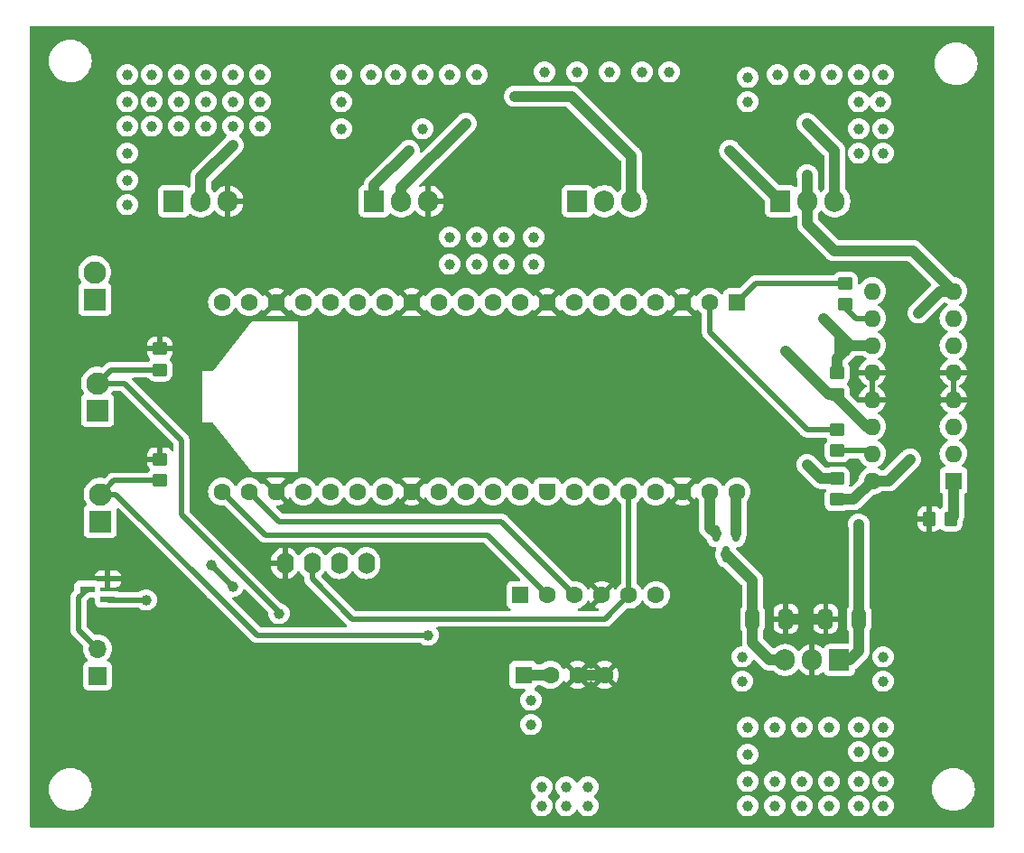
<source format=gbr>
%TF.GenerationSoftware,KiCad,Pcbnew,7.0.10*%
%TF.CreationDate,2024-03-26T13:20:43+05:30*%
%TF.ProjectId,PocketPCR,506f636b-6574-4504-9352-2e6b69636164,rev?*%
%TF.SameCoordinates,Original*%
%TF.FileFunction,Copper,L1,Top*%
%TF.FilePolarity,Positive*%
%FSLAX46Y46*%
G04 Gerber Fmt 4.6, Leading zero omitted, Abs format (unit mm)*
G04 Created by KiCad (PCBNEW 7.0.10) date 2024-03-26 13:20:43*
%MOMM*%
%LPD*%
G01*
G04 APERTURE LIST*
G04 Aperture macros list*
%AMRoundRect*
0 Rectangle with rounded corners*
0 $1 Rounding radius*
0 $2 $3 $4 $5 $6 $7 $8 $9 X,Y pos of 4 corners*
0 Add a 4 corners polygon primitive as box body*
4,1,4,$2,$3,$4,$5,$6,$7,$8,$9,$2,$3,0*
0 Add four circle primitives for the rounded corners*
1,1,$1+$1,$2,$3*
1,1,$1+$1,$4,$5*
1,1,$1+$1,$6,$7*
1,1,$1+$1,$8,$9*
0 Add four rect primitives between the rounded corners*
20,1,$1+$1,$2,$3,$4,$5,0*
20,1,$1+$1,$4,$5,$6,$7,0*
20,1,$1+$1,$6,$7,$8,$9,0*
20,1,$1+$1,$8,$9,$2,$3,0*%
%AMFreePoly0*
4,1,28,0.605014,0.794986,0.644504,0.794986,0.724698,0.756366,0.780194,0.686777,0.800000,0.600000,0.800000,-0.600000,0.780194,-0.686777,0.724698,-0.756366,0.644504,-0.794986,0.605014,-0.794986,0.600000,-0.800000,0.000000,-0.800000,-0.178017,-0.779942,-0.347107,-0.720775,-0.498792,-0.625465,-0.625465,-0.498792,-0.720775,-0.347107,-0.779942,-0.178017,-0.800000,0.000000,-0.779942,0.178017,
-0.720775,0.347107,-0.625465,0.498792,-0.498792,0.625465,-0.347107,0.720775,-0.178017,0.779942,0.000000,0.800000,0.600000,0.800000,0.605014,0.794986,0.605014,0.794986,$1*%
%AMFreePoly1*
4,1,28,0.178017,0.779942,0.347107,0.720775,0.498792,0.625465,0.625465,0.498792,0.720775,0.347107,0.779942,0.178017,0.800000,0.000000,0.779942,-0.178017,0.720775,-0.347107,0.625465,-0.498792,0.498792,-0.625465,0.347107,-0.720775,0.178017,-0.779942,0.000000,-0.800000,-0.600000,-0.800000,-0.605014,-0.794986,-0.644504,-0.794986,-0.724698,-0.756366,-0.780194,-0.686777,-0.800000,-0.600000,
-0.800000,0.600000,-0.780194,0.686777,-0.724698,0.756366,-0.644504,0.794986,-0.605014,0.794986,-0.600000,0.800000,0.000000,0.800000,0.178017,0.779942,0.178017,0.779942,$1*%
G04 Aperture macros list end*
%TA.AperFunction,SMDPad,CuDef*%
%ADD10RoundRect,0.250000X-0.350000X-0.450000X0.350000X-0.450000X0.350000X0.450000X-0.350000X0.450000X0*%
%TD*%
%TA.AperFunction,SMDPad,CuDef*%
%ADD11RoundRect,0.250000X-0.450000X0.350000X-0.450000X-0.350000X0.450000X-0.350000X0.450000X0.350000X0*%
%TD*%
%TA.AperFunction,SMDPad,CuDef*%
%ADD12RoundRect,0.150000X-0.150000X0.587500X-0.150000X-0.587500X0.150000X-0.587500X0.150000X0.587500X0*%
%TD*%
%TA.AperFunction,ComponentPad*%
%ADD13R,1.600000X1.600000*%
%TD*%
%TA.AperFunction,ComponentPad*%
%ADD14O,1.600000X1.600000*%
%TD*%
%TA.AperFunction,ComponentPad*%
%ADD15R,1.905000X2.000000*%
%TD*%
%TA.AperFunction,ComponentPad*%
%ADD16O,1.905000X2.000000*%
%TD*%
%TA.AperFunction,ComponentPad*%
%ADD17R,2.100000X2.100000*%
%TD*%
%TA.AperFunction,ComponentPad*%
%ADD18C,2.100000*%
%TD*%
%TA.AperFunction,SMDPad,CuDef*%
%ADD19RoundRect,0.250000X-0.412500X-0.650000X0.412500X-0.650000X0.412500X0.650000X-0.412500X0.650000X0*%
%TD*%
%TA.AperFunction,ComponentPad*%
%ADD20O,1.600000X2.000000*%
%TD*%
%TA.AperFunction,SMDPad,CuDef*%
%ADD21R,1.422400X0.558800*%
%TD*%
%TA.AperFunction,SMDPad,CuDef*%
%ADD22RoundRect,0.250000X0.412500X0.650000X-0.412500X0.650000X-0.412500X-0.650000X0.412500X-0.650000X0*%
%TD*%
%TA.AperFunction,ComponentPad*%
%ADD23C,1.600000*%
%TD*%
%TA.AperFunction,ComponentPad*%
%ADD24R,1.700000X1.700000*%
%TD*%
%TA.AperFunction,ComponentPad*%
%ADD25O,1.700000X1.700000*%
%TD*%
%TA.AperFunction,SMDPad,CuDef*%
%ADD26RoundRect,0.250000X0.450000X-0.350000X0.450000X0.350000X-0.450000X0.350000X-0.450000X-0.350000X0*%
%TD*%
%TA.AperFunction,ComponentPad*%
%ADD27RoundRect,0.200000X-0.600000X0.600000X-0.600000X-0.600000X0.600000X-0.600000X0.600000X0.600000X0*%
%TD*%
%TA.AperFunction,ComponentPad*%
%ADD28FreePoly0,270.000000*%
%TD*%
%TA.AperFunction,ComponentPad*%
%ADD29FreePoly1,270.000000*%
%TD*%
%TA.AperFunction,ViaPad*%
%ADD30C,1.000000*%
%TD*%
%TA.AperFunction,Conductor*%
%ADD31C,1.000000*%
%TD*%
%TA.AperFunction,Conductor*%
%ADD32C,0.500000*%
%TD*%
G04 APERTURE END LIST*
D10*
%TO.P,R1,1*%
%TO.N,GND*%
X166904000Y-97551000D03*
%TO.P,R1,2*%
%TO.N,Net-(U5-EN1\u002C2)*%
X168904000Y-97551000D03*
%TD*%
D11*
%TO.P,R2,1*%
%TO.N,/MD_IN1*%
X159004000Y-75454000D03*
%TO.P,R2,2*%
%TO.N,Net-(U5-3A)*%
X159004000Y-77454000D03*
%TD*%
D12*
%TO.P,Q5,1,G*%
%TO.N,Net-(Q5-G)*%
X148778000Y-98963000D03*
%TO.P,Q5,2,S*%
%TO.N,Net-(Q5-S)*%
X146878000Y-98963000D03*
%TO.P,Q5,3,D*%
%TO.N,V_REG*%
X147828000Y-100838000D03*
%TD*%
D13*
%TO.P,U5,1,EN1\u002C2*%
%TO.N,Net-(U5-EN1\u002C2)*%
X169164000Y-93980000D03*
D14*
%TO.P,U5,2,1A*%
%TO.N,unconnected-(U5-1A-Pad2)*%
X169164000Y-91440000D03*
%TO.P,U5,3,1Y*%
%TO.N,unconnected-(U5-1Y-Pad3)*%
X169164000Y-88900000D03*
%TO.P,U5,4,GND*%
%TO.N,GND*%
X169164000Y-86360000D03*
%TO.P,U5,5,GND*%
X169164000Y-83820000D03*
%TO.P,U5,6,2Y*%
%TO.N,unconnected-(U5-2Y-Pad6)*%
X169164000Y-81280000D03*
%TO.P,U5,7,2A*%
%TO.N,unconnected-(U5-2A-Pad7)*%
X169164000Y-78740000D03*
%TO.P,U5,8,VCC2*%
%TO.N,V_USB*%
X169164000Y-76200000D03*
%TO.P,U5,9,EN3\u002C4*%
%TO.N,Net-(U5-EN3\u002C4)*%
X161544000Y-76200000D03*
%TO.P,U5,10,3A*%
%TO.N,Net-(U5-3A)*%
X161544000Y-78740000D03*
%TO.P,U5,11,3Y*%
%TO.N,/HBRG_IN1*%
X161544000Y-81280000D03*
%TO.P,U5,12,GND*%
%TO.N,GND*%
X161544000Y-83820000D03*
%TO.P,U5,13,GND*%
X161544000Y-86360000D03*
%TO.P,U5,14,4Y*%
%TO.N,/HBRG_IN2*%
X161544000Y-88900000D03*
%TO.P,U5,15,4A*%
%TO.N,Net-(U5-4A)*%
X161544000Y-91440000D03*
%TO.P,U5,16,VCC1*%
%TO.N,V_USB*%
X161544000Y-93980000D03*
%TD*%
D15*
%TO.P,Q4,1,G*%
%TO.N,/HBRG_IN2*%
X96052000Y-67776000D03*
D16*
%TO.P,Q4,2,D*%
%TO.N,/HBRG_OUT2*%
X98592000Y-67776000D03*
%TO.P,Q4,3,S*%
%TO.N,GND*%
X101132000Y-67776000D03*
%TD*%
D17*
%TO.P,J4,1,Pin_1*%
%TO.N,/HBRG_OUT1*%
X88646000Y-76962000D03*
D18*
%TO.P,J4,2,Pin_2*%
%TO.N,/HBRG_OUT2*%
X88646000Y-74422000D03*
%TD*%
D17*
%TO.P,J1,1,Pin_1*%
%TO.N,/3.3V*%
X89154000Y-97790000D03*
D18*
%TO.P,J1,2,Pin_2*%
%TO.N,/LID*%
X89154000Y-95250000D03*
%TD*%
D11*
%TO.P,R3,1*%
%TO.N,/MD_IN2*%
X158242000Y-89170000D03*
%TO.P,R3,2*%
%TO.N,Net-(U5-4A)*%
X158242000Y-91170000D03*
%TD*%
D19*
%TO.P,C2,1*%
%TO.N,V_REG*%
X150329500Y-106934000D03*
%TO.P,C2,2*%
%TO.N,GND*%
X153454500Y-106934000D03*
%TD*%
D20*
%TO.P,U4,1,GND*%
%TO.N,GND*%
X106486000Y-101709000D03*
%TO.P,U4,2,VCC*%
%TO.N,/3.3V*%
X109026000Y-101709000D03*
%TO.P,U4,3,SCL*%
%TO.N,/SCL*%
X111566000Y-101709000D03*
%TO.P,U4,4,SDA*%
%TO.N,/SDA*%
X114106000Y-101709000D03*
%TD*%
D21*
%TO.P,U1,1,GATE*%
%TO.N,/FAN*%
X89865200Y-105092500D03*
%TO.P,U1,2,SOURCE*%
%TO.N,GND*%
X89865200Y-103187500D03*
%TO.P,U1,3,DRAIN*%
%TO.N,Net-(J3-Pin_2)*%
X87934800Y-104140000D03*
%TD*%
D11*
%TO.P,R6,1*%
%TO.N,GND*%
X94742000Y-91948000D03*
%TO.P,R6,2*%
%TO.N,/LID*%
X94742000Y-93948000D03*
%TD*%
D22*
%TO.P,C1,1*%
%TO.N,V_USB*%
X160312500Y-106934000D03*
%TO.P,C1,2*%
%TO.N,GND*%
X157187500Y-106934000D03*
%TD*%
D13*
%TO.P,J5,1,Pin_1*%
%TO.N,V_USB*%
X128840500Y-112180500D03*
D23*
%TO.P,J5,2,Pin_2*%
X131380500Y-112180500D03*
%TO.P,J5,3,Pin_3*%
%TO.N,GND*%
X133920500Y-112180500D03*
%TO.P,J5,4,Pin_4*%
X136460500Y-112180500D03*
%TD*%
D15*
%TO.P,Q1,1,G*%
%TO.N,/HBRG_IN1*%
X152948000Y-67751000D03*
D16*
%TO.P,Q1,2,D*%
%TO.N,V_USB*%
X155488000Y-67751000D03*
%TO.P,Q1,3,S*%
%TO.N,/HBRG_OUT1*%
X158028000Y-67751000D03*
%TD*%
D24*
%TO.P,J3,1,Pin_1*%
%TO.N,V_USB*%
X88900000Y-112273000D03*
D25*
%TO.P,J3,2,Pin_2*%
%TO.N,Net-(J3-Pin_2)*%
X88900000Y-109733000D03*
%TD*%
D13*
%TO.P,HC-1,1,STATE*%
%TO.N,unconnected-(HC-1-STATE-Pad1)*%
X128571500Y-104686500D03*
D23*
%TO.P,HC-1,2,RXD*%
%TO.N,/BLUE_RX*%
X131101500Y-104686500D03*
%TO.P,HC-1,3,TXD*%
%TO.N,/BLUE_TX*%
X133651500Y-104686500D03*
%TO.P,HC-1,4,GND*%
%TO.N,GND*%
X136191500Y-104686500D03*
%TO.P,HC-1,5,VCC*%
%TO.N,/3.3V*%
X138731500Y-104686500D03*
%TO.P,HC-1,6,EN*%
%TO.N,unconnected-(HC-1-EN-Pad6)*%
X141271500Y-104686500D03*
%TD*%
D26*
%TO.P,R4,1*%
%TO.N,V_USB*%
X158242000Y-95742000D03*
%TO.P,R4,2*%
%TO.N,Net-(U5-EN3\u002C4)*%
X158242000Y-93742000D03*
%TD*%
D15*
%TO.P,Q3,1,G*%
%TO.N,/HBRG_IN2*%
X133898000Y-67751000D03*
D16*
%TO.P,Q3,2,D*%
%TO.N,V_USB*%
X136438000Y-67751000D03*
%TO.P,Q3,3,S*%
%TO.N,/HBRG_OUT2*%
X138978000Y-67751000D03*
%TD*%
D15*
%TO.P,Q2,1,G*%
%TO.N,/HBRG_IN1*%
X114848000Y-67751000D03*
D16*
%TO.P,Q2,2,D*%
%TO.N,/HBRG_OUT1*%
X117388000Y-67751000D03*
%TO.P,Q2,3,S*%
%TO.N,GND*%
X119928000Y-67751000D03*
%TD*%
D11*
%TO.P,R7,1*%
%TO.N,GND*%
X94742000Y-81566000D03*
%TO.P,R7,2*%
%TO.N,/BLOCK*%
X94742000Y-83566000D03*
%TD*%
D15*
%TO.P,U3,1,IN*%
%TO.N,V_USB*%
X158456000Y-110793500D03*
D16*
%TO.P,U3,2,GND*%
%TO.N,GND*%
X155916000Y-110793500D03*
%TO.P,U3,3,OUT*%
%TO.N,V_REG*%
X153376000Y-110793500D03*
%TD*%
D27*
%TO.P,U2,1,GPIO0*%
%TO.N,/MD_IN1*%
X148844000Y-77216000D03*
D23*
%TO.P,U2,2,GPIO1*%
%TO.N,/MD_IN2*%
X146304000Y-77216000D03*
D28*
%TO.P,U2,3,GND*%
%TO.N,GND*%
X143764000Y-77216000D03*
D23*
%TO.P,U2,4,GPIO2*%
%TO.N,unconnected-(U2-GPIO2-Pad4)*%
X141224000Y-77216000D03*
%TO.P,U2,5,GPIO3*%
%TO.N,unconnected-(U2-GPIO3-Pad5)*%
X138684000Y-77216000D03*
%TO.P,U2,6,GPIO4*%
%TO.N,unconnected-(U2-GPIO4-Pad6)*%
X136144000Y-77216000D03*
%TO.P,U2,7,GPIO5*%
%TO.N,unconnected-(U2-GPIO5-Pad7)*%
X133604000Y-77216000D03*
D28*
%TO.P,U2,8,GND*%
%TO.N,GND*%
X131064000Y-77216000D03*
D23*
%TO.P,U2,9,GPIO6*%
%TO.N,unconnected-(U2-GPIO6-Pad9)*%
X128524000Y-77216000D03*
%TO.P,U2,10,GPIO7*%
%TO.N,unconnected-(U2-GPIO7-Pad10)*%
X125984000Y-77216000D03*
%TO.P,U2,11,GPIO8*%
%TO.N,unconnected-(U2-GPIO8-Pad11)*%
X123444000Y-77216000D03*
%TO.P,U2,12,GPIO9*%
%TO.N,unconnected-(U2-GPIO9-Pad12)*%
X120904000Y-77216000D03*
D28*
%TO.P,U2,13,GND*%
%TO.N,GND*%
X118364000Y-77216000D03*
D23*
%TO.P,U2,14,GPIO10*%
%TO.N,unconnected-(U2-GPIO10-Pad14)*%
X115824000Y-77216000D03*
%TO.P,U2,15,GPIO11*%
%TO.N,unconnected-(U2-GPIO11-Pad15)*%
X113284000Y-77216000D03*
%TO.P,U2,16,GPIO12*%
%TO.N,unconnected-(U2-GPIO12-Pad16)*%
X110744000Y-77216000D03*
%TO.P,U2,17,GPIO13*%
%TO.N,unconnected-(U2-GPIO13-Pad17)*%
X108204000Y-77216000D03*
D28*
%TO.P,U2,18,GND*%
%TO.N,GND*%
X105664000Y-77216000D03*
D23*
%TO.P,U2,19,GPIO14*%
%TO.N,unconnected-(U2-GPIO14-Pad19)*%
X103124000Y-77216000D03*
%TO.P,U2,20,GPIO15*%
%TO.N,unconnected-(U2-GPIO15-Pad20)*%
X100584000Y-77216000D03*
%TO.P,U2,21,GPIO16*%
%TO.N,/BLUE_RX*%
X100584000Y-94996000D03*
%TO.P,U2,22,GPIO17*%
%TO.N,/BLUE_TX*%
X103124000Y-94996000D03*
D29*
%TO.P,U2,23,GND*%
%TO.N,GND*%
X105664000Y-94996000D03*
D23*
%TO.P,U2,24,GPIO18*%
%TO.N,/FAN*%
X108204000Y-94996000D03*
%TO.P,U2,25,GPIO19*%
%TO.N,unconnected-(U2-GPIO19-Pad25)*%
X110744000Y-94996000D03*
%TO.P,U2,26,GPIO20*%
%TO.N,/SDA*%
X113284000Y-94996000D03*
%TO.P,U2,27,GPIO21*%
%TO.N,/SCL*%
X115824000Y-94996000D03*
D29*
%TO.P,U2,28,GND*%
%TO.N,GND*%
X118364000Y-94996000D03*
D23*
%TO.P,U2,29,GPIO22*%
%TO.N,unconnected-(U2-GPIO22-Pad29)*%
X120904000Y-94996000D03*
%TO.P,U2,30,RUN*%
%TO.N,unconnected-(U2-RUN-Pad30)*%
X123444000Y-94996000D03*
%TO.P,U2,31,GPIO26_ADC0*%
%TO.N,/BLOCK*%
X125984000Y-94996000D03*
%TO.P,U2,32,GPIO27_ADC1*%
%TO.N,/LID*%
X128524000Y-94996000D03*
D29*
%TO.P,U2,33,AGND*%
%TO.N,unconnected-(U2-AGND-Pad33)*%
X131064000Y-94996000D03*
D23*
%TO.P,U2,34,GPIO28_ADC2*%
%TO.N,unconnected-(U2-GPIO28_ADC2-Pad34)*%
X133604000Y-94996000D03*
%TO.P,U2,35,ADC_VREF*%
%TO.N,unconnected-(U2-ADC_VREF-Pad35)*%
X136144000Y-94996000D03*
%TO.P,U2,36,3V3*%
%TO.N,/3.3V*%
X138684000Y-94996000D03*
%TO.P,U2,37,3V3_EN*%
%TO.N,unconnected-(U2-3V3_EN-Pad37)*%
X141224000Y-94996000D03*
D29*
%TO.P,U2,38,GND*%
%TO.N,GND*%
X143764000Y-94996000D03*
D23*
%TO.P,U2,39,VSYS*%
%TO.N,Net-(Q5-S)*%
X146304000Y-94996000D03*
%TO.P,U2,40,VBUS*%
%TO.N,Net-(Q5-G)*%
X148844000Y-94996000D03*
%TD*%
D26*
%TO.P,R5,1*%
%TO.N,/HBRG_IN2*%
X158252000Y-85851000D03*
%TO.P,R5,2*%
%TO.N,/HBRG_IN1*%
X158252000Y-83851000D03*
%TD*%
D17*
%TO.P,J2,1,Pin_1*%
%TO.N,/3.3V*%
X88900000Y-87376000D03*
D18*
%TO.P,J2,2,Pin_2*%
%TO.N,/BLOCK*%
X88900000Y-84836000D03*
%TD*%
D30*
%TO.N,*%
X162560000Y-60960000D03*
X96520000Y-58420000D03*
X93980000Y-58420000D03*
X121920000Y-71120000D03*
X91694000Y-63246000D03*
X101600000Y-58420000D03*
X129794000Y-73660000D03*
X99060000Y-58420000D03*
X99060000Y-60706000D03*
X124460000Y-73660000D03*
X133858000Y-55626000D03*
X160274000Y-58420000D03*
X134874000Y-122682000D03*
X152400000Y-122174000D03*
X149352000Y-110490000D03*
X160274000Y-119380000D03*
X154940000Y-117094000D03*
X149352000Y-112776000D03*
X162560000Y-63246000D03*
X149860000Y-56134000D03*
X96520000Y-55880000D03*
X157734000Y-55880000D03*
X155194000Y-55880000D03*
X91694000Y-65786000D03*
X121920000Y-55880000D03*
X127000000Y-71120000D03*
X130556000Y-124460000D03*
X111760000Y-58420000D03*
X162560000Y-112776000D03*
X124460000Y-55880000D03*
X111760000Y-55880000D03*
X96520000Y-60706000D03*
X132842000Y-124460000D03*
X160274000Y-124460000D03*
X160274000Y-122174000D03*
X99060000Y-55880000D03*
X111760000Y-60960000D03*
X162560000Y-117094000D03*
X162560000Y-110490000D03*
X149860000Y-58420000D03*
X134874000Y-124460000D03*
X130810000Y-55626000D03*
X124460000Y-71120000D03*
X91694000Y-60706000D03*
X142494000Y-55626000D03*
X157480000Y-124460000D03*
X91694000Y-55880000D03*
X101600000Y-55880000D03*
X104140000Y-60706000D03*
X157480000Y-117094000D03*
X149860000Y-119634000D03*
X162560000Y-122174000D03*
X162560000Y-55880000D03*
X104140000Y-55880000D03*
X152654000Y-55880000D03*
X129540000Y-116840000D03*
X152400000Y-117094000D03*
X130556000Y-122682000D03*
X139954000Y-55626000D03*
X91694000Y-68072000D03*
X119380000Y-60960000D03*
X127000000Y-73660000D03*
X160274000Y-55880000D03*
X93980000Y-55880000D03*
X129794000Y-71120000D03*
X157480000Y-122174000D03*
X160274000Y-63246000D03*
X162306000Y-58420000D03*
X93980000Y-60706000D03*
X114554000Y-55880000D03*
X160274000Y-60960000D03*
X132842000Y-122682000D03*
X160274000Y-117094000D03*
X162560000Y-119380000D03*
X149860000Y-117094000D03*
X136906000Y-55626000D03*
X149860000Y-122174000D03*
X116840000Y-55880000D03*
X91694000Y-58420000D03*
X154940000Y-122174000D03*
X121920000Y-73660000D03*
X119380000Y-55880000D03*
X149860000Y-124460000D03*
X101600000Y-60706000D03*
X162560000Y-124460000D03*
X104140000Y-58420000D03*
X152400000Y-124460000D03*
X129540000Y-114554000D03*
X154940000Y-124460000D03*
%TO.N,V_USB*%
X165100000Y-91948000D03*
X165862000Y-78232000D03*
X155448000Y-65278000D03*
X160274000Y-98044000D03*
%TO.N,GND*%
X167640000Y-86360000D03*
X163322000Y-83820000D03*
%TO.N,/3.3V*%
X99568000Y-101854000D03*
X101600000Y-103886000D03*
%TO.N,/HBRG_OUT1*%
X123444000Y-60452000D03*
X155448000Y-60452000D03*
%TO.N,/HBRG_OUT2*%
X128016000Y-57912000D03*
X101600000Y-62484000D03*
%TO.N,/LID*%
X119888000Y-108458000D03*
%TO.N,/BLOCK*%
X105918000Y-106426000D03*
%TO.N,/HBRG_IN2*%
X153416000Y-81788000D03*
%TO.N,/HBRG_IN1*%
X156972000Y-78740000D03*
X118110000Y-62992000D03*
X148189000Y-62992000D03*
%TO.N,/FAN*%
X93472000Y-105156000D03*
%TO.N,Net-(U5-EN3\u002C4)*%
X155448000Y-92456000D03*
%TD*%
D31*
%TO.N,V_USB*%
X155448000Y-65278000D02*
X155488000Y-65318000D01*
X159782000Y-95742000D02*
X161544000Y-93980000D01*
X158242000Y-95742000D02*
X159782000Y-95742000D01*
X163068000Y-93980000D02*
X165100000Y-91948000D01*
X160312500Y-109943500D02*
X160312500Y-106934000D01*
X159462500Y-110793500D02*
X160312500Y-109943500D01*
X155488000Y-65318000D02*
X155488000Y-67751000D01*
X128840500Y-112180500D02*
X131380500Y-112180500D01*
X165354000Y-72390000D02*
X157988000Y-72390000D01*
X158456000Y-110793500D02*
X159462500Y-110793500D01*
X161544000Y-93980000D02*
X163068000Y-93980000D01*
X157988000Y-72390000D02*
X155488000Y-69890000D01*
X169164000Y-76200000D02*
X165354000Y-72390000D01*
X160312500Y-98082500D02*
X160274000Y-98044000D01*
X160312500Y-106934000D02*
X160312500Y-98082500D01*
X167894000Y-76200000D02*
X169164000Y-76200000D01*
X165862000Y-78232000D02*
X167894000Y-76200000D01*
X155488000Y-69890000D02*
X155488000Y-67751000D01*
D32*
%TO.N,GND*%
X163322000Y-83820000D02*
X169164000Y-83820000D01*
D31*
X133920500Y-112180500D02*
X136460500Y-112180500D01*
X153454500Y-106934000D02*
X157187500Y-106934000D01*
D32*
X167640000Y-86360000D02*
X161544000Y-86360000D01*
D31*
%TO.N,V_REG*%
X150329500Y-103339500D02*
X147828000Y-100838000D01*
X151941500Y-110793500D02*
X150329500Y-109181500D01*
X150329500Y-109181500D02*
X150329500Y-106934000D01*
X150329500Y-106934000D02*
X150329500Y-103339500D01*
X153376000Y-110793500D02*
X151941500Y-110793500D01*
D32*
%TO.N,/BLUE_RX*%
X125475000Y-99060000D02*
X131101500Y-104686500D01*
X100584000Y-94996000D02*
X104648000Y-99060000D01*
X104648000Y-99060000D02*
X125475000Y-99060000D01*
%TO.N,/BLUE_TX*%
X126755000Y-97790000D02*
X133651500Y-104686500D01*
X105918000Y-97790000D02*
X126755000Y-97790000D01*
X103124000Y-94996000D02*
X105918000Y-97790000D01*
%TO.N,/3.3V*%
X109026000Y-103184000D02*
X112776000Y-106934000D01*
X101600000Y-103886000D02*
X99568000Y-101854000D01*
X109026000Y-101709000D02*
X109026000Y-103184000D01*
X138731500Y-95043500D02*
X138684000Y-94996000D01*
X136484000Y-106934000D02*
X138731500Y-104686500D01*
X112776000Y-106934000D02*
X136484000Y-106934000D01*
X138731500Y-104686500D02*
X138731500Y-95043500D01*
D31*
%TO.N,/HBRG_OUT1*%
X158028000Y-67751000D02*
X158028000Y-63032000D01*
X158028000Y-63032000D02*
X155448000Y-60452000D01*
X123444000Y-60452000D02*
X117388000Y-66508000D01*
X117388000Y-66508000D02*
X117388000Y-67751000D01*
%TO.N,/HBRG_OUT2*%
X133350000Y-57912000D02*
X138978000Y-63540000D01*
X128016000Y-57912000D02*
X133350000Y-57912000D01*
X138978000Y-63540000D02*
X138978000Y-67751000D01*
X101600000Y-62484000D02*
X98592000Y-65492000D01*
X98592000Y-65492000D02*
X98592000Y-67776000D01*
D32*
%TO.N,/LID*%
X103886000Y-108458000D02*
X99861076Y-104433076D01*
X119888000Y-108458000D02*
X103886000Y-108458000D01*
X89154000Y-95250000D02*
X90440000Y-93964000D01*
X90638924Y-95250000D02*
X89154000Y-95250000D01*
X99822000Y-104433076D02*
X90638924Y-95250000D01*
X90440000Y-93964000D02*
X94488000Y-93964000D01*
X99861076Y-104433076D02*
X99822000Y-104433076D01*
%TO.N,/BLOCK*%
X91440000Y-84836000D02*
X88900000Y-84836000D01*
X90170000Y-83566000D02*
X94742000Y-83566000D01*
X105918000Y-106299000D02*
X96774000Y-97155000D01*
X105918000Y-106426000D02*
X105918000Y-106299000D01*
X96774000Y-90170000D02*
X91440000Y-84836000D01*
X88900000Y-84836000D02*
X90170000Y-83566000D01*
X96774000Y-97155000D02*
X96774000Y-90170000D01*
%TO.N,Net-(J3-Pin_2)*%
X87122000Y-107955000D02*
X88900000Y-109733000D01*
X87122000Y-104952800D02*
X87122000Y-107955000D01*
X87934800Y-104140000D02*
X87122000Y-104952800D01*
D31*
%TO.N,Net-(Q5-G)*%
X148778000Y-95062000D02*
X148844000Y-94996000D01*
X148778000Y-98963000D02*
X148778000Y-95062000D01*
%TO.N,/HBRG_IN2*%
X158252000Y-85851000D02*
X157479000Y-85851000D01*
X161544000Y-88900000D02*
X161041500Y-88900000D01*
X158252000Y-86110500D02*
X158252000Y-85851000D01*
X157479000Y-85851000D02*
X153416000Y-81788000D01*
X161041500Y-88900000D02*
X158252000Y-86110500D01*
%TO.N,/HBRG_IN1*%
X158252000Y-82540000D02*
X159131000Y-81661000D01*
X148189000Y-62992000D02*
X152948000Y-67751000D01*
X114848000Y-66254000D02*
X118110000Y-62992000D01*
X158496000Y-81788000D02*
X158496000Y-80518000D01*
X158623000Y-80391000D02*
X156972000Y-78740000D01*
X159131000Y-81661000D02*
X159512000Y-81280000D01*
X114848000Y-67751000D02*
X114848000Y-66254000D01*
X158496000Y-80518000D02*
X158623000Y-80391000D01*
X159131000Y-81661000D02*
X159004000Y-81788000D01*
X159512000Y-81280000D02*
X158623000Y-80391000D01*
X159004000Y-81788000D02*
X158496000Y-81788000D01*
X159512000Y-81280000D02*
X161544000Y-81280000D01*
X158252000Y-83851000D02*
X158252000Y-82540000D01*
D32*
%TO.N,/FAN*%
X93472000Y-105156000D02*
X89928700Y-105156000D01*
X89928700Y-105156000D02*
X89865200Y-105092500D01*
D31*
%TO.N,Net-(Q5-S)*%
X146878000Y-98963000D02*
X146304000Y-98389000D01*
X146304000Y-98389000D02*
X146304000Y-94996000D01*
%TO.N,Net-(U5-EN1\u002C2)*%
X169164000Y-97291000D02*
X168904000Y-97551000D01*
X169164000Y-93980000D02*
X169164000Y-97291000D01*
D32*
%TO.N,/MD_IN1*%
X150876000Y-75438000D02*
X150892000Y-75454000D01*
X150892000Y-75454000D02*
X159004000Y-75454000D01*
X150622000Y-75438000D02*
X150876000Y-75438000D01*
X148844000Y-77216000D02*
X150622000Y-75438000D01*
%TO.N,Net-(U5-3A)*%
X159004000Y-77724000D02*
X160020000Y-78740000D01*
X159004000Y-77454000D02*
X159004000Y-77724000D01*
X160020000Y-78740000D02*
X161544000Y-78740000D01*
%TO.N,/MD_IN2*%
X155464000Y-89170000D02*
X158242000Y-89170000D01*
X146304000Y-77216000D02*
X146304000Y-80010000D01*
X146304000Y-80010000D02*
X155464000Y-89170000D01*
%TO.N,Net-(U5-4A)*%
X161274000Y-91170000D02*
X161544000Y-91440000D01*
X158242000Y-91170000D02*
X161274000Y-91170000D01*
D31*
%TO.N,Net-(U5-EN3\u002C4)*%
X158242000Y-93742000D02*
X156734000Y-93742000D01*
X156734000Y-93742000D02*
X155448000Y-92456000D01*
%TD*%
%TA.AperFunction,Conductor*%
%TO.N,GND*%
G36*
X135732007Y-104896344D02*
G01*
X135809739Y-105017298D01*
X135918400Y-105111452D01*
X136049185Y-105171180D01*
X136058966Y-105172586D01*
X135466026Y-105765525D01*
X135539013Y-105816632D01*
X135539021Y-105816636D01*
X135745168Y-105912764D01*
X135745182Y-105912769D01*
X135845783Y-105939725D01*
X135905444Y-105976090D01*
X135935973Y-106038937D01*
X135927678Y-106108312D01*
X135883193Y-106162190D01*
X135816641Y-106183465D01*
X135813690Y-106183500D01*
X134031242Y-106183500D01*
X133964203Y-106163815D01*
X133918448Y-106111011D01*
X133908504Y-106041853D01*
X133937529Y-105978297D01*
X133996307Y-105940523D01*
X133999149Y-105939725D01*
X134051701Y-105925643D01*
X134097996Y-105913239D01*
X134304234Y-105817068D01*
X134490639Y-105686547D01*
X134651547Y-105525639D01*
X134782068Y-105339234D01*
X134809393Y-105280634D01*
X134855565Y-105228195D01*
X134922758Y-105209043D01*
X134989639Y-105229258D01*
X135034157Y-105280634D01*
X135061364Y-105338980D01*
X135112474Y-105411972D01*
X135708423Y-104816023D01*
X135732007Y-104896344D01*
G37*
%TD.AperFunction*%
%TA.AperFunction,Conductor*%
G36*
X119447035Y-95725482D02*
G01*
X119517046Y-95614062D01*
X119517051Y-95614053D01*
X119525564Y-95596377D01*
X119572385Y-95544516D01*
X119639812Y-95526202D01*
X119706436Y-95547248D01*
X119749666Y-95597769D01*
X119773432Y-95648734D01*
X119773434Y-95648737D01*
X119903954Y-95835141D01*
X120064858Y-95996045D01*
X120064861Y-95996047D01*
X120251266Y-96126568D01*
X120457504Y-96222739D01*
X120677308Y-96281635D01*
X120839230Y-96295801D01*
X120903998Y-96301468D01*
X120904000Y-96301468D01*
X120904002Y-96301468D01*
X120964168Y-96296204D01*
X121130692Y-96281635D01*
X121350496Y-96222739D01*
X121556734Y-96126568D01*
X121743139Y-95996047D01*
X121904047Y-95835139D01*
X122034568Y-95648734D01*
X122061618Y-95590724D01*
X122107790Y-95538285D01*
X122174983Y-95519133D01*
X122241865Y-95539348D01*
X122286381Y-95590724D01*
X122297260Y-95614053D01*
X122313429Y-95648728D01*
X122313432Y-95648734D01*
X122443954Y-95835141D01*
X122604858Y-95996045D01*
X122604861Y-95996047D01*
X122791266Y-96126568D01*
X122997504Y-96222739D01*
X123217308Y-96281635D01*
X123379230Y-96295801D01*
X123443998Y-96301468D01*
X123444000Y-96301468D01*
X123444002Y-96301468D01*
X123504168Y-96296204D01*
X123670692Y-96281635D01*
X123890496Y-96222739D01*
X124096734Y-96126568D01*
X124283139Y-95996047D01*
X124444047Y-95835139D01*
X124574568Y-95648734D01*
X124601618Y-95590724D01*
X124647790Y-95538285D01*
X124714983Y-95519133D01*
X124781865Y-95539348D01*
X124826381Y-95590724D01*
X124837260Y-95614053D01*
X124853429Y-95648728D01*
X124853432Y-95648734D01*
X124983954Y-95835141D01*
X125144858Y-95996045D01*
X125144861Y-95996047D01*
X125331266Y-96126568D01*
X125537504Y-96222739D01*
X125757308Y-96281635D01*
X125919230Y-96295801D01*
X125983998Y-96301468D01*
X125984000Y-96301468D01*
X125984002Y-96301468D01*
X126044168Y-96296204D01*
X126210692Y-96281635D01*
X126430496Y-96222739D01*
X126636734Y-96126568D01*
X126823139Y-95996047D01*
X126984047Y-95835139D01*
X127114568Y-95648734D01*
X127141618Y-95590724D01*
X127187790Y-95538285D01*
X127254983Y-95519133D01*
X127321865Y-95539348D01*
X127366381Y-95590724D01*
X127377260Y-95614053D01*
X127393429Y-95648728D01*
X127393432Y-95648734D01*
X127523954Y-95835141D01*
X127684858Y-95996045D01*
X127684861Y-95996047D01*
X127871266Y-96126568D01*
X128077504Y-96222739D01*
X128297308Y-96281635D01*
X128459230Y-96295801D01*
X128523998Y-96301468D01*
X128524000Y-96301468D01*
X128524002Y-96301468D01*
X128584168Y-96296204D01*
X128750692Y-96281635D01*
X128970496Y-96222739D01*
X129176734Y-96126568D01*
X129363139Y-95996047D01*
X129524047Y-95835139D01*
X129654568Y-95648734D01*
X129678059Y-95598357D01*
X129724228Y-95545921D01*
X129791421Y-95526768D01*
X129858302Y-95546983D01*
X129902159Y-95596962D01*
X129910518Y-95614320D01*
X129910520Y-95614323D01*
X130006433Y-95766968D01*
X130077031Y-95855494D01*
X130204506Y-95982969D01*
X130293032Y-96053567D01*
X130445677Y-96149480D01*
X130547694Y-96198608D01*
X130717854Y-96258149D01*
X130828241Y-96283344D01*
X131007379Y-96303528D01*
X131007380Y-96303529D01*
X131007384Y-96303529D01*
X131120620Y-96303529D01*
X131120620Y-96303528D01*
X131299759Y-96283344D01*
X131410146Y-96258149D01*
X131580306Y-96198608D01*
X131682323Y-96149480D01*
X131834968Y-96053567D01*
X131923494Y-95982969D01*
X132050969Y-95855494D01*
X132121567Y-95766968D01*
X132217480Y-95614323D01*
X132225839Y-95596964D01*
X132272659Y-95545105D01*
X132340085Y-95526790D01*
X132406710Y-95547835D01*
X132449941Y-95598357D01*
X132457386Y-95614323D01*
X132473431Y-95648732D01*
X132473432Y-95648734D01*
X132603954Y-95835141D01*
X132764858Y-95996045D01*
X132764861Y-95996047D01*
X132951266Y-96126568D01*
X133157504Y-96222739D01*
X133377308Y-96281635D01*
X133539230Y-96295801D01*
X133603998Y-96301468D01*
X133604000Y-96301468D01*
X133604002Y-96301468D01*
X133664168Y-96296204D01*
X133830692Y-96281635D01*
X134050496Y-96222739D01*
X134256734Y-96126568D01*
X134443139Y-95996047D01*
X134604047Y-95835139D01*
X134734568Y-95648734D01*
X134761618Y-95590724D01*
X134807790Y-95538285D01*
X134874983Y-95519133D01*
X134941865Y-95539348D01*
X134986381Y-95590724D01*
X134997260Y-95614053D01*
X135013429Y-95648728D01*
X135013432Y-95648734D01*
X135143954Y-95835141D01*
X135304858Y-95996045D01*
X135304861Y-95996047D01*
X135491266Y-96126568D01*
X135697504Y-96222739D01*
X135917308Y-96281635D01*
X136079230Y-96295801D01*
X136143998Y-96301468D01*
X136144000Y-96301468D01*
X136144002Y-96301468D01*
X136204168Y-96296204D01*
X136370692Y-96281635D01*
X136590496Y-96222739D01*
X136796734Y-96126568D01*
X136983139Y-95996047D01*
X137144047Y-95835139D01*
X137274568Y-95648734D01*
X137301618Y-95590724D01*
X137347790Y-95538285D01*
X137414983Y-95519133D01*
X137481865Y-95539348D01*
X137526381Y-95590724D01*
X137537260Y-95614053D01*
X137553429Y-95648728D01*
X137553432Y-95648734D01*
X137683954Y-95835141D01*
X137844857Y-95996044D01*
X137844860Y-95996046D01*
X137844861Y-95996047D01*
X137928123Y-96054347D01*
X137971748Y-96108921D01*
X137981000Y-96155921D01*
X137981000Y-103559836D01*
X137961315Y-103626875D01*
X137928125Y-103661410D01*
X137892363Y-103686451D01*
X137731451Y-103847362D01*
X137600932Y-104033765D01*
X137600928Y-104033772D01*
X137573605Y-104092366D01*
X137527432Y-104144805D01*
X137460238Y-104163956D01*
X137393358Y-104143739D01*
X137348842Y-104092364D01*
X137321636Y-104034021D01*
X137321632Y-104034013D01*
X137270525Y-103961026D01*
X136674576Y-104556975D01*
X136650993Y-104476656D01*
X136573261Y-104355702D01*
X136464600Y-104261548D01*
X136333815Y-104201820D01*
X136324033Y-104200413D01*
X136916972Y-103607474D01*
X136843978Y-103556363D01*
X136637831Y-103460235D01*
X136637817Y-103460230D01*
X136418110Y-103401360D01*
X136418099Y-103401358D01*
X136191502Y-103381534D01*
X136191498Y-103381534D01*
X135964900Y-103401358D01*
X135964889Y-103401360D01*
X135745182Y-103460230D01*
X135745173Y-103460234D01*
X135539016Y-103556366D01*
X135539012Y-103556368D01*
X135466026Y-103607473D01*
X135466026Y-103607474D01*
X136058966Y-104200413D01*
X136049185Y-104201820D01*
X135918400Y-104261548D01*
X135809739Y-104355702D01*
X135732007Y-104476656D01*
X135708423Y-104556975D01*
X135112474Y-103961026D01*
X135112473Y-103961026D01*
X135061368Y-104034012D01*
X135061368Y-104034013D01*
X135034157Y-104092367D01*
X134987984Y-104144806D01*
X134920790Y-104163957D01*
X134853909Y-104143741D01*
X134809393Y-104092365D01*
X134804621Y-104082132D01*
X134782068Y-104033766D01*
X134651547Y-103847361D01*
X134651545Y-103847358D01*
X134490641Y-103686454D01*
X134304234Y-103555932D01*
X134304232Y-103555931D01*
X134097997Y-103459761D01*
X134097988Y-103459758D01*
X133878197Y-103400866D01*
X133878193Y-103400865D01*
X133878192Y-103400865D01*
X133878191Y-103400864D01*
X133878186Y-103400864D01*
X133651502Y-103381032D01*
X133651497Y-103381032D01*
X133484637Y-103395629D01*
X133416137Y-103381862D01*
X133386150Y-103359782D01*
X127330729Y-97304361D01*
X127318949Y-97290730D01*
X127304610Y-97271470D01*
X127266651Y-97239619D01*
X127258686Y-97232318D01*
X127254780Y-97228411D01*
X127230443Y-97209168D01*
X127227647Y-97206890D01*
X127170214Y-97158698D01*
X127164180Y-97154729D01*
X127164212Y-97154680D01*
X127157853Y-97150628D01*
X127157822Y-97150679D01*
X127151680Y-97146891D01*
X127151678Y-97146890D01*
X127151677Y-97146889D01*
X127083688Y-97115184D01*
X127080447Y-97113615D01*
X127035302Y-97090943D01*
X127013433Y-97079960D01*
X127013431Y-97079959D01*
X127013430Y-97079959D01*
X127006645Y-97077489D01*
X127006665Y-97077433D01*
X126999549Y-97074959D01*
X126999531Y-97075015D01*
X126992674Y-97072743D01*
X126919210Y-97057573D01*
X126915693Y-97056793D01*
X126842718Y-97039499D01*
X126835547Y-97038661D01*
X126835553Y-97038601D01*
X126828055Y-97037835D01*
X126828050Y-97037895D01*
X126820860Y-97037265D01*
X126745870Y-97039448D01*
X126742263Y-97039500D01*
X106280229Y-97039500D01*
X106213190Y-97019815D01*
X106192548Y-97003181D01*
X105697571Y-96508204D01*
X105664086Y-96446881D01*
X105669070Y-96377189D01*
X105710942Y-96321256D01*
X105771369Y-96297303D01*
X105899687Y-96282845D01*
X105899705Y-96282842D01*
X106009973Y-96257674D01*
X106009979Y-96257672D01*
X106180140Y-96198131D01*
X106282052Y-96149052D01*
X106393482Y-96079036D01*
X105796533Y-95482086D01*
X105806315Y-95480680D01*
X105937100Y-95420952D01*
X106045761Y-95326798D01*
X106123493Y-95205844D01*
X106147076Y-95125523D01*
X106747035Y-95725482D01*
X106817046Y-95614062D01*
X106817051Y-95614053D01*
X106825564Y-95596377D01*
X106872385Y-95544516D01*
X106939812Y-95526202D01*
X107006436Y-95547248D01*
X107049666Y-95597769D01*
X107073432Y-95648734D01*
X107073434Y-95648737D01*
X107203954Y-95835141D01*
X107364858Y-95996045D01*
X107364861Y-95996047D01*
X107551266Y-96126568D01*
X107757504Y-96222739D01*
X107977308Y-96281635D01*
X108139230Y-96295801D01*
X108203998Y-96301468D01*
X108204000Y-96301468D01*
X108204002Y-96301468D01*
X108264168Y-96296204D01*
X108430692Y-96281635D01*
X108650496Y-96222739D01*
X108856734Y-96126568D01*
X109043139Y-95996047D01*
X109204047Y-95835139D01*
X109334568Y-95648734D01*
X109361618Y-95590724D01*
X109407790Y-95538285D01*
X109474983Y-95519133D01*
X109541865Y-95539348D01*
X109586381Y-95590724D01*
X109597260Y-95614053D01*
X109613429Y-95648728D01*
X109613432Y-95648734D01*
X109743954Y-95835141D01*
X109904858Y-95996045D01*
X109904861Y-95996047D01*
X110091266Y-96126568D01*
X110297504Y-96222739D01*
X110517308Y-96281635D01*
X110679230Y-96295801D01*
X110743998Y-96301468D01*
X110744000Y-96301468D01*
X110744002Y-96301468D01*
X110804168Y-96296204D01*
X110970692Y-96281635D01*
X111190496Y-96222739D01*
X111396734Y-96126568D01*
X111583139Y-95996047D01*
X111744047Y-95835139D01*
X111874568Y-95648734D01*
X111901618Y-95590724D01*
X111947790Y-95538285D01*
X112014983Y-95519133D01*
X112081865Y-95539348D01*
X112126381Y-95590724D01*
X112137260Y-95614053D01*
X112153429Y-95648728D01*
X112153432Y-95648734D01*
X112283954Y-95835141D01*
X112444858Y-95996045D01*
X112444861Y-95996047D01*
X112631266Y-96126568D01*
X112837504Y-96222739D01*
X113057308Y-96281635D01*
X113219230Y-96295801D01*
X113283998Y-96301468D01*
X113284000Y-96301468D01*
X113284002Y-96301468D01*
X113344168Y-96296204D01*
X113510692Y-96281635D01*
X113730496Y-96222739D01*
X113936734Y-96126568D01*
X114123139Y-95996047D01*
X114284047Y-95835139D01*
X114414568Y-95648734D01*
X114441618Y-95590724D01*
X114487790Y-95538285D01*
X114554983Y-95519133D01*
X114621865Y-95539348D01*
X114666381Y-95590724D01*
X114677260Y-95614053D01*
X114693429Y-95648728D01*
X114693432Y-95648734D01*
X114823954Y-95835141D01*
X114984858Y-95996045D01*
X114984861Y-95996047D01*
X115171266Y-96126568D01*
X115377504Y-96222739D01*
X115597308Y-96281635D01*
X115759230Y-96295801D01*
X115823998Y-96301468D01*
X115824000Y-96301468D01*
X115824002Y-96301468D01*
X115884168Y-96296204D01*
X116050692Y-96281635D01*
X116270496Y-96222739D01*
X116476734Y-96126568D01*
X116663139Y-95996047D01*
X116824047Y-95835139D01*
X116954568Y-95648734D01*
X116978333Y-95597768D01*
X117024501Y-95545333D01*
X117091695Y-95526180D01*
X117158576Y-95546395D01*
X117202432Y-95596372D01*
X117210946Y-95614050D01*
X117280963Y-95725483D01*
X117880923Y-95125523D01*
X117904507Y-95205844D01*
X117982239Y-95326798D01*
X118090900Y-95420952D01*
X118221685Y-95480680D01*
X118231466Y-95482086D01*
X117634517Y-96079035D01*
X117745936Y-96149046D01*
X117847863Y-96198133D01*
X118018020Y-96257672D01*
X118018026Y-96257674D01*
X118128294Y-96282842D01*
X118128310Y-96282844D01*
X118307436Y-96303027D01*
X118307437Y-96303028D01*
X118420563Y-96303028D01*
X118420563Y-96303027D01*
X118599689Y-96282844D01*
X118599705Y-96282842D01*
X118709973Y-96257674D01*
X118709979Y-96257672D01*
X118880140Y-96198131D01*
X118982052Y-96149052D01*
X119093482Y-96079036D01*
X118496533Y-95482086D01*
X118506315Y-95480680D01*
X118637100Y-95420952D01*
X118745761Y-95326798D01*
X118823493Y-95205844D01*
X118847076Y-95125523D01*
X119447035Y-95725482D01*
G37*
%TD.AperFunction*%
%TA.AperFunction,Conductor*%
G36*
X169414000Y-86044314D02*
G01*
X169402045Y-86032359D01*
X169289148Y-85974835D01*
X169195481Y-85960000D01*
X169132519Y-85960000D01*
X169038852Y-85974835D01*
X168925955Y-86032359D01*
X168914000Y-86044314D01*
X168914000Y-84135686D01*
X168925955Y-84147641D01*
X169038852Y-84205165D01*
X169132519Y-84220000D01*
X169195481Y-84220000D01*
X169289148Y-84205165D01*
X169402045Y-84147641D01*
X169414000Y-84135686D01*
X169414000Y-86044314D01*
G37*
%TD.AperFunction*%
%TA.AperFunction,Conductor*%
G36*
X160733451Y-82300185D02*
G01*
X160737523Y-82302917D01*
X160891266Y-82410568D01*
X160949865Y-82437893D01*
X161002305Y-82484065D01*
X161021457Y-82551258D01*
X161001242Y-82618139D01*
X160949867Y-82662657D01*
X160891515Y-82689867D01*
X160705179Y-82820342D01*
X160544342Y-82981179D01*
X160413865Y-83167517D01*
X160317734Y-83373673D01*
X160317730Y-83373682D01*
X160265127Y-83569999D01*
X160265128Y-83570000D01*
X161228314Y-83570000D01*
X161216359Y-83581955D01*
X161158835Y-83694852D01*
X161139014Y-83820000D01*
X161158835Y-83945148D01*
X161216359Y-84058045D01*
X161228314Y-84070000D01*
X160265128Y-84070000D01*
X160317730Y-84266317D01*
X160317734Y-84266326D01*
X160413865Y-84472482D01*
X160544342Y-84658820D01*
X160705179Y-84819657D01*
X160891517Y-84950134D01*
X160950457Y-84977618D01*
X161002896Y-85023790D01*
X161022048Y-85090984D01*
X161001832Y-85157865D01*
X160950457Y-85202382D01*
X160891517Y-85229865D01*
X160705179Y-85360342D01*
X160544342Y-85521179D01*
X160413865Y-85707517D01*
X160317734Y-85913673D01*
X160317730Y-85913682D01*
X160265127Y-86109999D01*
X160265128Y-86110000D01*
X161228314Y-86110000D01*
X161216359Y-86121955D01*
X161158835Y-86234852D01*
X161139014Y-86360000D01*
X161158835Y-86485148D01*
X161216359Y-86598045D01*
X161228314Y-86610000D01*
X160217782Y-86610000D01*
X160150743Y-86590315D01*
X160130101Y-86573681D01*
X159488818Y-85932398D01*
X159455333Y-85871075D01*
X159452499Y-85844717D01*
X159452499Y-85450998D01*
X159452498Y-85450981D01*
X159441999Y-85348203D01*
X159441998Y-85348200D01*
X159431531Y-85316612D01*
X159386814Y-85181666D01*
X159294712Y-85032344D01*
X159201049Y-84938681D01*
X159167564Y-84877358D01*
X159172548Y-84807666D01*
X159201049Y-84763319D01*
X159294712Y-84669656D01*
X159386814Y-84520334D01*
X159441999Y-84353797D01*
X159452500Y-84251009D01*
X159452499Y-83450992D01*
X159452420Y-83450223D01*
X159441999Y-83348203D01*
X159441998Y-83348200D01*
X159424556Y-83295563D01*
X159386814Y-83181666D01*
X159377150Y-83165998D01*
X159300352Y-83041487D01*
X159281912Y-82974095D01*
X159302835Y-82907431D01*
X159318206Y-82888714D01*
X159681238Y-82525681D01*
X159688123Y-82519300D01*
X159732895Y-82480866D01*
X159751517Y-82456807D01*
X159761877Y-82445042D01*
X159874341Y-82332580D01*
X159890102Y-82316819D01*
X159951425Y-82283334D01*
X159977783Y-82280500D01*
X160666412Y-82280500D01*
X160733451Y-82300185D01*
G37*
%TD.AperFunction*%
%TA.AperFunction,Conductor*%
G36*
X161794000Y-86044314D02*
G01*
X161782045Y-86032359D01*
X161669148Y-85974835D01*
X161575481Y-85960000D01*
X161512519Y-85960000D01*
X161418852Y-85974835D01*
X161305955Y-86032359D01*
X161294000Y-86044314D01*
X161294000Y-84135686D01*
X161305955Y-84147641D01*
X161418852Y-84205165D01*
X161512519Y-84220000D01*
X161575481Y-84220000D01*
X161669148Y-84205165D01*
X161782045Y-84147641D01*
X161794000Y-84135686D01*
X161794000Y-86044314D01*
G37*
%TD.AperFunction*%
%TA.AperFunction,Conductor*%
G36*
X172917039Y-51327685D02*
G01*
X172962794Y-51380489D01*
X172974000Y-51432000D01*
X172974000Y-126368000D01*
X172954315Y-126435039D01*
X172901511Y-126480794D01*
X172850000Y-126492000D01*
X82674000Y-126492000D01*
X82606961Y-126472315D01*
X82561206Y-126419511D01*
X82550000Y-126368000D01*
X82550000Y-122936001D01*
X84354390Y-122936001D01*
X84374804Y-123221433D01*
X84435628Y-123501037D01*
X84435630Y-123501043D01*
X84435631Y-123501046D01*
X84475936Y-123609107D01*
X84535635Y-123769166D01*
X84672770Y-124020309D01*
X84672775Y-124020317D01*
X84844254Y-124249387D01*
X84844270Y-124249405D01*
X85046594Y-124451729D01*
X85046612Y-124451745D01*
X85275682Y-124623224D01*
X85275690Y-124623229D01*
X85526833Y-124760364D01*
X85526832Y-124760364D01*
X85526836Y-124760365D01*
X85526839Y-124760367D01*
X85794954Y-124860369D01*
X85794960Y-124860370D01*
X85794962Y-124860371D01*
X86074566Y-124921195D01*
X86074568Y-124921195D01*
X86074572Y-124921196D01*
X86288552Y-124936500D01*
X86431448Y-124936500D01*
X86645428Y-124921196D01*
X86925046Y-124860369D01*
X87193161Y-124760367D01*
X87444315Y-124623226D01*
X87662360Y-124460000D01*
X129550659Y-124460000D01*
X129569975Y-124656129D01*
X129569976Y-124656132D01*
X129624649Y-124836365D01*
X129627188Y-124844733D01*
X129720086Y-125018532D01*
X129720090Y-125018539D01*
X129845116Y-125170883D01*
X129997460Y-125295909D01*
X129997467Y-125295913D01*
X130171266Y-125388811D01*
X130171269Y-125388811D01*
X130171273Y-125388814D01*
X130359868Y-125446024D01*
X130556000Y-125465341D01*
X130752132Y-125446024D01*
X130940727Y-125388814D01*
X131114538Y-125295910D01*
X131266883Y-125170883D01*
X131391910Y-125018538D01*
X131484814Y-124844727D01*
X131542024Y-124656132D01*
X131561341Y-124460000D01*
X131836659Y-124460000D01*
X131855975Y-124656129D01*
X131855976Y-124656132D01*
X131910649Y-124836365D01*
X131913188Y-124844733D01*
X132006086Y-125018532D01*
X132006090Y-125018539D01*
X132131116Y-125170883D01*
X132283460Y-125295909D01*
X132283467Y-125295913D01*
X132457266Y-125388811D01*
X132457269Y-125388811D01*
X132457273Y-125388814D01*
X132645868Y-125446024D01*
X132842000Y-125465341D01*
X133038132Y-125446024D01*
X133226727Y-125388814D01*
X133400538Y-125295910D01*
X133552883Y-125170883D01*
X133677910Y-125018538D01*
X133695811Y-124985047D01*
X133748642Y-124886209D01*
X133797604Y-124836365D01*
X133865742Y-124820904D01*
X133931421Y-124844736D01*
X133967358Y-124886209D01*
X134038086Y-125018532D01*
X134038090Y-125018539D01*
X134163116Y-125170883D01*
X134315460Y-125295909D01*
X134315467Y-125295913D01*
X134489266Y-125388811D01*
X134489269Y-125388811D01*
X134489273Y-125388814D01*
X134677868Y-125446024D01*
X134874000Y-125465341D01*
X135070132Y-125446024D01*
X135258727Y-125388814D01*
X135432538Y-125295910D01*
X135584883Y-125170883D01*
X135709910Y-125018538D01*
X135802814Y-124844727D01*
X135860024Y-124656132D01*
X135879341Y-124460000D01*
X148854659Y-124460000D01*
X148873975Y-124656129D01*
X148873976Y-124656132D01*
X148928649Y-124836365D01*
X148931188Y-124844733D01*
X149024086Y-125018532D01*
X149024090Y-125018539D01*
X149149116Y-125170883D01*
X149301460Y-125295909D01*
X149301467Y-125295913D01*
X149475266Y-125388811D01*
X149475269Y-125388811D01*
X149475273Y-125388814D01*
X149663868Y-125446024D01*
X149860000Y-125465341D01*
X150056132Y-125446024D01*
X150244727Y-125388814D01*
X150418538Y-125295910D01*
X150570883Y-125170883D01*
X150695910Y-125018538D01*
X150788814Y-124844727D01*
X150846024Y-124656132D01*
X150865341Y-124460000D01*
X151394659Y-124460000D01*
X151413975Y-124656129D01*
X151413976Y-124656132D01*
X151468649Y-124836365D01*
X151471188Y-124844733D01*
X151564086Y-125018532D01*
X151564090Y-125018539D01*
X151689116Y-125170883D01*
X151841460Y-125295909D01*
X151841467Y-125295913D01*
X152015266Y-125388811D01*
X152015269Y-125388811D01*
X152015273Y-125388814D01*
X152203868Y-125446024D01*
X152400000Y-125465341D01*
X152596132Y-125446024D01*
X152784727Y-125388814D01*
X152958538Y-125295910D01*
X153110883Y-125170883D01*
X153235910Y-125018538D01*
X153328814Y-124844727D01*
X153386024Y-124656132D01*
X153405341Y-124460000D01*
X153934659Y-124460000D01*
X153953975Y-124656129D01*
X153953976Y-124656132D01*
X154008649Y-124836365D01*
X154011188Y-124844733D01*
X154104086Y-125018532D01*
X154104090Y-125018539D01*
X154229116Y-125170883D01*
X154381460Y-125295909D01*
X154381467Y-125295913D01*
X154555266Y-125388811D01*
X154555269Y-125388811D01*
X154555273Y-125388814D01*
X154743868Y-125446024D01*
X154940000Y-125465341D01*
X155136132Y-125446024D01*
X155324727Y-125388814D01*
X155498538Y-125295910D01*
X155650883Y-125170883D01*
X155775910Y-125018538D01*
X155868814Y-124844727D01*
X155926024Y-124656132D01*
X155945341Y-124460000D01*
X156474659Y-124460000D01*
X156493975Y-124656129D01*
X156493976Y-124656132D01*
X156548649Y-124836365D01*
X156551188Y-124844733D01*
X156644086Y-125018532D01*
X156644090Y-125018539D01*
X156769116Y-125170883D01*
X156921460Y-125295909D01*
X156921467Y-125295913D01*
X157095266Y-125388811D01*
X157095269Y-125388811D01*
X157095273Y-125388814D01*
X157283868Y-125446024D01*
X157480000Y-125465341D01*
X157676132Y-125446024D01*
X157864727Y-125388814D01*
X158038538Y-125295910D01*
X158190883Y-125170883D01*
X158315910Y-125018538D01*
X158408814Y-124844727D01*
X158466024Y-124656132D01*
X158485341Y-124460000D01*
X159268659Y-124460000D01*
X159287975Y-124656129D01*
X159287976Y-124656132D01*
X159342649Y-124836365D01*
X159345188Y-124844733D01*
X159438086Y-125018532D01*
X159438090Y-125018539D01*
X159563116Y-125170883D01*
X159715460Y-125295909D01*
X159715467Y-125295913D01*
X159889266Y-125388811D01*
X159889269Y-125388811D01*
X159889273Y-125388814D01*
X160077868Y-125446024D01*
X160274000Y-125465341D01*
X160470132Y-125446024D01*
X160658727Y-125388814D01*
X160832538Y-125295910D01*
X160984883Y-125170883D01*
X161109910Y-125018538D01*
X161202814Y-124844727D01*
X161260024Y-124656132D01*
X161279341Y-124460000D01*
X161554659Y-124460000D01*
X161573975Y-124656129D01*
X161573976Y-124656132D01*
X161628649Y-124836365D01*
X161631188Y-124844733D01*
X161724086Y-125018532D01*
X161724090Y-125018539D01*
X161849116Y-125170883D01*
X162001460Y-125295909D01*
X162001467Y-125295913D01*
X162175266Y-125388811D01*
X162175269Y-125388811D01*
X162175273Y-125388814D01*
X162363868Y-125446024D01*
X162560000Y-125465341D01*
X162756132Y-125446024D01*
X162944727Y-125388814D01*
X163118538Y-125295910D01*
X163270883Y-125170883D01*
X163395910Y-125018538D01*
X163488814Y-124844727D01*
X163546024Y-124656132D01*
X163565341Y-124460000D01*
X163546024Y-124263868D01*
X163488814Y-124075273D01*
X163488811Y-124075269D01*
X163488811Y-124075266D01*
X163395913Y-123901467D01*
X163395909Y-123901460D01*
X163270883Y-123749116D01*
X163118539Y-123624090D01*
X163118532Y-123624086D01*
X162944733Y-123531188D01*
X162944727Y-123531186D01*
X162818997Y-123493046D01*
X162756129Y-123473975D01*
X162560000Y-123454659D01*
X162363870Y-123473975D01*
X162175266Y-123531188D01*
X162001467Y-123624086D01*
X162001460Y-123624090D01*
X161849116Y-123749116D01*
X161724090Y-123901460D01*
X161724086Y-123901467D01*
X161631188Y-124075266D01*
X161573975Y-124263870D01*
X161554659Y-124460000D01*
X161279341Y-124460000D01*
X161260024Y-124263868D01*
X161202814Y-124075273D01*
X161202811Y-124075269D01*
X161202811Y-124075266D01*
X161109913Y-123901467D01*
X161109909Y-123901460D01*
X160984883Y-123749116D01*
X160832539Y-123624090D01*
X160832532Y-123624086D01*
X160658733Y-123531188D01*
X160658727Y-123531186D01*
X160532997Y-123493046D01*
X160470129Y-123473975D01*
X160274000Y-123454659D01*
X160077870Y-123473975D01*
X159889266Y-123531188D01*
X159715467Y-123624086D01*
X159715460Y-123624090D01*
X159563116Y-123749116D01*
X159438090Y-123901460D01*
X159438086Y-123901467D01*
X159345188Y-124075266D01*
X159287975Y-124263870D01*
X159268659Y-124460000D01*
X158485341Y-124460000D01*
X158466024Y-124263868D01*
X158408814Y-124075273D01*
X158408811Y-124075269D01*
X158408811Y-124075266D01*
X158315913Y-123901467D01*
X158315909Y-123901460D01*
X158190883Y-123749116D01*
X158038539Y-123624090D01*
X158038532Y-123624086D01*
X157864733Y-123531188D01*
X157864727Y-123531186D01*
X157738997Y-123493046D01*
X157676129Y-123473975D01*
X157480000Y-123454659D01*
X157283870Y-123473975D01*
X157095266Y-123531188D01*
X156921467Y-123624086D01*
X156921460Y-123624090D01*
X156769116Y-123749116D01*
X156644090Y-123901460D01*
X156644086Y-123901467D01*
X156551188Y-124075266D01*
X156493975Y-124263870D01*
X156474659Y-124460000D01*
X155945341Y-124460000D01*
X155926024Y-124263868D01*
X155868814Y-124075273D01*
X155868811Y-124075269D01*
X155868811Y-124075266D01*
X155775913Y-123901467D01*
X155775909Y-123901460D01*
X155650883Y-123749116D01*
X155498539Y-123624090D01*
X155498532Y-123624086D01*
X155324733Y-123531188D01*
X155324727Y-123531186D01*
X155198997Y-123493046D01*
X155136129Y-123473975D01*
X154940000Y-123454659D01*
X154743870Y-123473975D01*
X154555266Y-123531188D01*
X154381467Y-123624086D01*
X154381460Y-123624090D01*
X154229116Y-123749116D01*
X154104090Y-123901460D01*
X154104086Y-123901467D01*
X154011188Y-124075266D01*
X153953975Y-124263870D01*
X153934659Y-124460000D01*
X153405341Y-124460000D01*
X153386024Y-124263868D01*
X153328814Y-124075273D01*
X153328811Y-124075269D01*
X153328811Y-124075266D01*
X153235913Y-123901467D01*
X153235909Y-123901460D01*
X153110883Y-123749116D01*
X152958539Y-123624090D01*
X152958532Y-123624086D01*
X152784733Y-123531188D01*
X152784727Y-123531186D01*
X152658997Y-123493046D01*
X152596129Y-123473975D01*
X152400000Y-123454659D01*
X152203870Y-123473975D01*
X152015266Y-123531188D01*
X151841467Y-123624086D01*
X151841460Y-123624090D01*
X151689116Y-123749116D01*
X151564090Y-123901460D01*
X151564086Y-123901467D01*
X151471188Y-124075266D01*
X151413975Y-124263870D01*
X151394659Y-124460000D01*
X150865341Y-124460000D01*
X150846024Y-124263868D01*
X150788814Y-124075273D01*
X150788811Y-124075269D01*
X150788811Y-124075266D01*
X150695913Y-123901467D01*
X150695909Y-123901460D01*
X150570883Y-123749116D01*
X150418539Y-123624090D01*
X150418532Y-123624086D01*
X150244733Y-123531188D01*
X150244727Y-123531186D01*
X150118997Y-123493046D01*
X150056129Y-123473975D01*
X149860000Y-123454659D01*
X149663870Y-123473975D01*
X149475266Y-123531188D01*
X149301467Y-123624086D01*
X149301460Y-123624090D01*
X149149116Y-123749116D01*
X149024090Y-123901460D01*
X149024086Y-123901467D01*
X148931188Y-124075266D01*
X148873975Y-124263870D01*
X148854659Y-124460000D01*
X135879341Y-124460000D01*
X135860024Y-124263868D01*
X135802814Y-124075273D01*
X135802811Y-124075269D01*
X135802811Y-124075266D01*
X135709913Y-123901467D01*
X135709909Y-123901460D01*
X135584883Y-123749116D01*
X135484645Y-123666853D01*
X135445311Y-123609107D01*
X135443440Y-123539263D01*
X135479628Y-123479494D01*
X135484645Y-123475147D01*
X135584883Y-123392883D01*
X135709909Y-123240539D01*
X135709913Y-123240532D01*
X135720125Y-123221428D01*
X135802814Y-123066727D01*
X135860024Y-122878132D01*
X135879341Y-122682000D01*
X135860024Y-122485868D01*
X135802814Y-122297273D01*
X135802811Y-122297269D01*
X135802811Y-122297266D01*
X135736924Y-122174000D01*
X148854659Y-122174000D01*
X148873975Y-122370129D01*
X148931188Y-122558733D01*
X149024086Y-122732532D01*
X149024090Y-122732539D01*
X149149116Y-122884883D01*
X149301460Y-123009909D01*
X149301467Y-123009913D01*
X149475266Y-123102811D01*
X149475269Y-123102811D01*
X149475273Y-123102814D01*
X149663868Y-123160024D01*
X149860000Y-123179341D01*
X150056132Y-123160024D01*
X150244727Y-123102814D01*
X150418538Y-123009910D01*
X150570883Y-122884883D01*
X150695910Y-122732538D01*
X150788814Y-122558727D01*
X150846024Y-122370132D01*
X150865341Y-122174000D01*
X151394659Y-122174000D01*
X151413975Y-122370129D01*
X151471188Y-122558733D01*
X151564086Y-122732532D01*
X151564090Y-122732539D01*
X151689116Y-122884883D01*
X151841460Y-123009909D01*
X151841467Y-123009913D01*
X152015266Y-123102811D01*
X152015269Y-123102811D01*
X152015273Y-123102814D01*
X152203868Y-123160024D01*
X152400000Y-123179341D01*
X152596132Y-123160024D01*
X152784727Y-123102814D01*
X152958538Y-123009910D01*
X153110883Y-122884883D01*
X153235910Y-122732538D01*
X153328814Y-122558727D01*
X153386024Y-122370132D01*
X153405341Y-122174000D01*
X153934659Y-122174000D01*
X153953975Y-122370129D01*
X154011188Y-122558733D01*
X154104086Y-122732532D01*
X154104090Y-122732539D01*
X154229116Y-122884883D01*
X154381460Y-123009909D01*
X154381467Y-123009913D01*
X154555266Y-123102811D01*
X154555269Y-123102811D01*
X154555273Y-123102814D01*
X154743868Y-123160024D01*
X154940000Y-123179341D01*
X155136132Y-123160024D01*
X155324727Y-123102814D01*
X155498538Y-123009910D01*
X155650883Y-122884883D01*
X155775910Y-122732538D01*
X155868814Y-122558727D01*
X155926024Y-122370132D01*
X155945341Y-122174000D01*
X156474659Y-122174000D01*
X156493975Y-122370129D01*
X156551188Y-122558733D01*
X156644086Y-122732532D01*
X156644090Y-122732539D01*
X156769116Y-122884883D01*
X156921460Y-123009909D01*
X156921467Y-123009913D01*
X157095266Y-123102811D01*
X157095269Y-123102811D01*
X157095273Y-123102814D01*
X157283868Y-123160024D01*
X157480000Y-123179341D01*
X157676132Y-123160024D01*
X157864727Y-123102814D01*
X158038538Y-123009910D01*
X158190883Y-122884883D01*
X158315910Y-122732538D01*
X158408814Y-122558727D01*
X158466024Y-122370132D01*
X158485341Y-122174000D01*
X159268659Y-122174000D01*
X159287975Y-122370129D01*
X159345188Y-122558733D01*
X159438086Y-122732532D01*
X159438090Y-122732539D01*
X159563116Y-122884883D01*
X159715460Y-123009909D01*
X159715467Y-123009913D01*
X159889266Y-123102811D01*
X159889269Y-123102811D01*
X159889273Y-123102814D01*
X160077868Y-123160024D01*
X160274000Y-123179341D01*
X160470132Y-123160024D01*
X160658727Y-123102814D01*
X160832538Y-123009910D01*
X160984883Y-122884883D01*
X161109910Y-122732538D01*
X161202814Y-122558727D01*
X161260024Y-122370132D01*
X161279341Y-122174000D01*
X161554659Y-122174000D01*
X161573975Y-122370129D01*
X161631188Y-122558733D01*
X161724086Y-122732532D01*
X161724090Y-122732539D01*
X161849116Y-122884883D01*
X162001460Y-123009909D01*
X162001467Y-123009913D01*
X162175266Y-123102811D01*
X162175269Y-123102811D01*
X162175273Y-123102814D01*
X162363868Y-123160024D01*
X162560000Y-123179341D01*
X162756132Y-123160024D01*
X162944727Y-123102814D01*
X163118538Y-123009910D01*
X163208596Y-122936001D01*
X167158390Y-122936001D01*
X167178804Y-123221433D01*
X167239628Y-123501037D01*
X167239630Y-123501043D01*
X167239631Y-123501046D01*
X167279936Y-123609107D01*
X167339635Y-123769166D01*
X167476770Y-124020309D01*
X167476775Y-124020317D01*
X167648254Y-124249387D01*
X167648270Y-124249405D01*
X167850594Y-124451729D01*
X167850612Y-124451745D01*
X168079682Y-124623224D01*
X168079690Y-124623229D01*
X168330833Y-124760364D01*
X168330832Y-124760364D01*
X168330836Y-124760365D01*
X168330839Y-124760367D01*
X168598954Y-124860369D01*
X168598960Y-124860370D01*
X168598962Y-124860371D01*
X168878566Y-124921195D01*
X168878568Y-124921195D01*
X168878572Y-124921196D01*
X169092552Y-124936500D01*
X169235448Y-124936500D01*
X169449428Y-124921196D01*
X169729046Y-124860369D01*
X169997161Y-124760367D01*
X170248315Y-124623226D01*
X170477395Y-124451739D01*
X170679739Y-124249395D01*
X170851226Y-124020315D01*
X170988367Y-123769161D01*
X171088369Y-123501046D01*
X171149196Y-123221428D01*
X171169610Y-122936000D01*
X171149196Y-122650572D01*
X171129216Y-122558727D01*
X171088371Y-122370962D01*
X171088370Y-122370960D01*
X171088369Y-122370954D01*
X170988367Y-122102839D01*
X170920128Y-121977870D01*
X170851229Y-121851690D01*
X170851224Y-121851682D01*
X170679745Y-121622612D01*
X170679729Y-121622594D01*
X170477405Y-121420270D01*
X170477387Y-121420254D01*
X170248317Y-121248775D01*
X170248309Y-121248770D01*
X169997166Y-121111635D01*
X169997167Y-121111635D01*
X169889915Y-121071632D01*
X169729046Y-121011631D01*
X169729043Y-121011630D01*
X169729037Y-121011628D01*
X169449433Y-120950804D01*
X169235450Y-120935500D01*
X169235448Y-120935500D01*
X169092552Y-120935500D01*
X169092549Y-120935500D01*
X168878566Y-120950804D01*
X168598962Y-121011628D01*
X168330833Y-121111635D01*
X168079690Y-121248770D01*
X168079682Y-121248775D01*
X167850612Y-121420254D01*
X167850594Y-121420270D01*
X167648270Y-121622594D01*
X167648254Y-121622612D01*
X167476775Y-121851682D01*
X167476770Y-121851690D01*
X167339635Y-122102833D01*
X167239628Y-122370962D01*
X167178804Y-122650566D01*
X167158390Y-122935998D01*
X167158390Y-122936001D01*
X163208596Y-122936001D01*
X163270883Y-122884883D01*
X163395910Y-122732538D01*
X163488814Y-122558727D01*
X163546024Y-122370132D01*
X163565341Y-122174000D01*
X163546024Y-121977868D01*
X163488814Y-121789273D01*
X163488811Y-121789269D01*
X163488811Y-121789266D01*
X163395913Y-121615467D01*
X163395909Y-121615460D01*
X163270883Y-121463116D01*
X163118539Y-121338090D01*
X163118532Y-121338086D01*
X162944733Y-121245188D01*
X162944727Y-121245186D01*
X162756132Y-121187976D01*
X162756129Y-121187975D01*
X162560000Y-121168659D01*
X162363870Y-121187975D01*
X162175266Y-121245188D01*
X162001467Y-121338086D01*
X162001460Y-121338090D01*
X161849116Y-121463116D01*
X161724090Y-121615460D01*
X161724086Y-121615467D01*
X161631188Y-121789266D01*
X161573975Y-121977870D01*
X161554659Y-122174000D01*
X161279341Y-122174000D01*
X161260024Y-121977868D01*
X161202814Y-121789273D01*
X161202811Y-121789269D01*
X161202811Y-121789266D01*
X161109913Y-121615467D01*
X161109909Y-121615460D01*
X160984883Y-121463116D01*
X160832539Y-121338090D01*
X160832532Y-121338086D01*
X160658733Y-121245188D01*
X160658727Y-121245186D01*
X160470132Y-121187976D01*
X160470129Y-121187975D01*
X160274000Y-121168659D01*
X160077870Y-121187975D01*
X159889266Y-121245188D01*
X159715467Y-121338086D01*
X159715460Y-121338090D01*
X159563116Y-121463116D01*
X159438090Y-121615460D01*
X159438086Y-121615467D01*
X159345188Y-121789266D01*
X159287975Y-121977870D01*
X159268659Y-122174000D01*
X158485341Y-122174000D01*
X158466024Y-121977868D01*
X158408814Y-121789273D01*
X158408811Y-121789269D01*
X158408811Y-121789266D01*
X158315913Y-121615467D01*
X158315909Y-121615460D01*
X158190883Y-121463116D01*
X158038539Y-121338090D01*
X158038532Y-121338086D01*
X157864733Y-121245188D01*
X157864727Y-121245186D01*
X157676132Y-121187976D01*
X157676129Y-121187975D01*
X157480000Y-121168659D01*
X157283870Y-121187975D01*
X157095266Y-121245188D01*
X156921467Y-121338086D01*
X156921460Y-121338090D01*
X156769116Y-121463116D01*
X156644090Y-121615460D01*
X156644086Y-121615467D01*
X156551188Y-121789266D01*
X156493975Y-121977870D01*
X156474659Y-122174000D01*
X155945341Y-122174000D01*
X155926024Y-121977868D01*
X155868814Y-121789273D01*
X155868811Y-121789269D01*
X155868811Y-121789266D01*
X155775913Y-121615467D01*
X155775909Y-121615460D01*
X155650883Y-121463116D01*
X155498539Y-121338090D01*
X155498532Y-121338086D01*
X155324733Y-121245188D01*
X155324727Y-121245186D01*
X155136132Y-121187976D01*
X155136129Y-121187975D01*
X154940000Y-121168659D01*
X154743870Y-121187975D01*
X154555266Y-121245188D01*
X154381467Y-121338086D01*
X154381460Y-121338090D01*
X154229116Y-121463116D01*
X154104090Y-121615460D01*
X154104086Y-121615467D01*
X154011188Y-121789266D01*
X153953975Y-121977870D01*
X153934659Y-122174000D01*
X153405341Y-122174000D01*
X153386024Y-121977868D01*
X153328814Y-121789273D01*
X153328811Y-121789269D01*
X153328811Y-121789266D01*
X153235913Y-121615467D01*
X153235909Y-121615460D01*
X153110883Y-121463116D01*
X152958539Y-121338090D01*
X152958532Y-121338086D01*
X152784733Y-121245188D01*
X152784727Y-121245186D01*
X152596132Y-121187976D01*
X152596129Y-121187975D01*
X152400000Y-121168659D01*
X152203870Y-121187975D01*
X152015266Y-121245188D01*
X151841467Y-121338086D01*
X151841460Y-121338090D01*
X151689116Y-121463116D01*
X151564090Y-121615460D01*
X151564086Y-121615467D01*
X151471188Y-121789266D01*
X151413975Y-121977870D01*
X151394659Y-122174000D01*
X150865341Y-122174000D01*
X150846024Y-121977868D01*
X150788814Y-121789273D01*
X150788811Y-121789269D01*
X150788811Y-121789266D01*
X150695913Y-121615467D01*
X150695909Y-121615460D01*
X150570883Y-121463116D01*
X150418539Y-121338090D01*
X150418532Y-121338086D01*
X150244733Y-121245188D01*
X150244727Y-121245186D01*
X150056132Y-121187976D01*
X150056129Y-121187975D01*
X149860000Y-121168659D01*
X149663870Y-121187975D01*
X149475266Y-121245188D01*
X149301467Y-121338086D01*
X149301460Y-121338090D01*
X149149116Y-121463116D01*
X149024090Y-121615460D01*
X149024086Y-121615467D01*
X148931188Y-121789266D01*
X148873975Y-121977870D01*
X148854659Y-122174000D01*
X135736924Y-122174000D01*
X135709913Y-122123467D01*
X135709909Y-122123460D01*
X135584883Y-121971116D01*
X135432539Y-121846090D01*
X135432532Y-121846086D01*
X135258733Y-121753188D01*
X135258727Y-121753186D01*
X135070132Y-121695976D01*
X135070129Y-121695975D01*
X134874000Y-121676659D01*
X134677870Y-121695975D01*
X134489266Y-121753188D01*
X134315467Y-121846086D01*
X134315460Y-121846090D01*
X134163116Y-121971116D01*
X134038090Y-122123460D01*
X134038085Y-122123467D01*
X133967358Y-122255790D01*
X133918396Y-122305635D01*
X133850258Y-122321095D01*
X133784578Y-122297263D01*
X133748642Y-122255790D01*
X133677914Y-122123467D01*
X133677909Y-122123460D01*
X133552883Y-121971116D01*
X133400539Y-121846090D01*
X133400532Y-121846086D01*
X133226733Y-121753188D01*
X133226727Y-121753186D01*
X133038132Y-121695976D01*
X133038129Y-121695975D01*
X132842000Y-121676659D01*
X132645870Y-121695975D01*
X132457266Y-121753188D01*
X132283467Y-121846086D01*
X132283460Y-121846090D01*
X132131116Y-121971116D01*
X132006090Y-122123460D01*
X132006086Y-122123467D01*
X131913188Y-122297266D01*
X131855975Y-122485870D01*
X131836659Y-122682000D01*
X131855975Y-122878129D01*
X131855976Y-122878132D01*
X131910649Y-123058365D01*
X131913188Y-123066733D01*
X132006086Y-123240532D01*
X132006090Y-123240539D01*
X132131116Y-123392883D01*
X132231354Y-123475147D01*
X132270688Y-123532893D01*
X132272559Y-123602738D01*
X132236371Y-123662506D01*
X132231354Y-123666853D01*
X132131116Y-123749116D01*
X132006090Y-123901460D01*
X132006086Y-123901467D01*
X131913188Y-124075266D01*
X131855975Y-124263870D01*
X131836659Y-124460000D01*
X131561341Y-124460000D01*
X131542024Y-124263868D01*
X131484814Y-124075273D01*
X131484811Y-124075269D01*
X131484811Y-124075266D01*
X131391913Y-123901467D01*
X131391909Y-123901460D01*
X131266883Y-123749116D01*
X131166645Y-123666853D01*
X131127311Y-123609107D01*
X131125440Y-123539263D01*
X131161628Y-123479494D01*
X131166645Y-123475147D01*
X131266883Y-123392883D01*
X131391909Y-123240539D01*
X131391913Y-123240532D01*
X131402125Y-123221428D01*
X131484814Y-123066727D01*
X131542024Y-122878132D01*
X131561341Y-122682000D01*
X131542024Y-122485868D01*
X131484814Y-122297273D01*
X131484811Y-122297269D01*
X131484811Y-122297266D01*
X131391913Y-122123467D01*
X131391909Y-122123460D01*
X131266883Y-121971116D01*
X131114539Y-121846090D01*
X131114532Y-121846086D01*
X130940733Y-121753188D01*
X130940727Y-121753186D01*
X130752132Y-121695976D01*
X130752129Y-121695975D01*
X130556000Y-121676659D01*
X130359870Y-121695975D01*
X130171266Y-121753188D01*
X129997467Y-121846086D01*
X129997460Y-121846090D01*
X129845116Y-121971116D01*
X129720090Y-122123460D01*
X129720086Y-122123467D01*
X129627188Y-122297266D01*
X129569975Y-122485870D01*
X129550659Y-122682000D01*
X129569975Y-122878129D01*
X129569976Y-122878132D01*
X129624649Y-123058365D01*
X129627188Y-123066733D01*
X129720086Y-123240532D01*
X129720090Y-123240539D01*
X129845116Y-123392883D01*
X129945354Y-123475147D01*
X129984688Y-123532893D01*
X129986559Y-123602738D01*
X129950371Y-123662506D01*
X129945354Y-123666853D01*
X129845116Y-123749116D01*
X129720090Y-123901460D01*
X129720086Y-123901467D01*
X129627188Y-124075266D01*
X129569975Y-124263870D01*
X129550659Y-124460000D01*
X87662360Y-124460000D01*
X87673395Y-124451739D01*
X87875739Y-124249395D01*
X88047226Y-124020315D01*
X88184367Y-123769161D01*
X88284369Y-123501046D01*
X88345196Y-123221428D01*
X88365610Y-122936000D01*
X88345196Y-122650572D01*
X88325216Y-122558727D01*
X88284371Y-122370962D01*
X88284370Y-122370960D01*
X88284369Y-122370954D01*
X88184367Y-122102839D01*
X88116128Y-121977870D01*
X88047229Y-121851690D01*
X88047224Y-121851682D01*
X87875745Y-121622612D01*
X87875729Y-121622594D01*
X87673405Y-121420270D01*
X87673387Y-121420254D01*
X87444317Y-121248775D01*
X87444309Y-121248770D01*
X87193166Y-121111635D01*
X87193167Y-121111635D01*
X87085915Y-121071632D01*
X86925046Y-121011631D01*
X86925043Y-121011630D01*
X86925037Y-121011628D01*
X86645433Y-120950804D01*
X86431450Y-120935500D01*
X86431448Y-120935500D01*
X86288552Y-120935500D01*
X86288549Y-120935500D01*
X86074566Y-120950804D01*
X85794962Y-121011628D01*
X85526833Y-121111635D01*
X85275690Y-121248770D01*
X85275682Y-121248775D01*
X85046612Y-121420254D01*
X85046594Y-121420270D01*
X84844270Y-121622594D01*
X84844254Y-121622612D01*
X84672775Y-121851682D01*
X84672770Y-121851690D01*
X84535635Y-122102833D01*
X84435628Y-122370962D01*
X84374804Y-122650566D01*
X84354390Y-122935998D01*
X84354390Y-122936001D01*
X82550000Y-122936001D01*
X82550000Y-119634000D01*
X148854659Y-119634000D01*
X148873975Y-119830129D01*
X148931188Y-120018733D01*
X149024086Y-120192532D01*
X149024090Y-120192539D01*
X149149116Y-120344883D01*
X149301460Y-120469909D01*
X149301467Y-120469913D01*
X149475266Y-120562811D01*
X149475269Y-120562811D01*
X149475273Y-120562814D01*
X149663868Y-120620024D01*
X149860000Y-120639341D01*
X150056132Y-120620024D01*
X150244727Y-120562814D01*
X150418538Y-120469910D01*
X150570883Y-120344883D01*
X150695910Y-120192538D01*
X150788814Y-120018727D01*
X150846024Y-119830132D01*
X150865341Y-119634000D01*
X150846024Y-119437868D01*
X150828470Y-119380000D01*
X159268659Y-119380000D01*
X159287975Y-119576129D01*
X159345188Y-119764733D01*
X159438086Y-119938532D01*
X159438090Y-119938539D01*
X159563116Y-120090883D01*
X159715460Y-120215909D01*
X159715467Y-120215913D01*
X159889266Y-120308811D01*
X159889269Y-120308811D01*
X159889273Y-120308814D01*
X160077868Y-120366024D01*
X160274000Y-120385341D01*
X160470132Y-120366024D01*
X160658727Y-120308814D01*
X160832538Y-120215910D01*
X160984883Y-120090883D01*
X161109910Y-119938538D01*
X161202814Y-119764727D01*
X161260024Y-119576132D01*
X161279341Y-119380000D01*
X161554659Y-119380000D01*
X161573975Y-119576129D01*
X161631188Y-119764733D01*
X161724086Y-119938532D01*
X161724090Y-119938539D01*
X161849116Y-120090883D01*
X162001460Y-120215909D01*
X162001467Y-120215913D01*
X162175266Y-120308811D01*
X162175269Y-120308811D01*
X162175273Y-120308814D01*
X162363868Y-120366024D01*
X162560000Y-120385341D01*
X162756132Y-120366024D01*
X162944727Y-120308814D01*
X163118538Y-120215910D01*
X163270883Y-120090883D01*
X163395910Y-119938538D01*
X163488814Y-119764727D01*
X163546024Y-119576132D01*
X163565341Y-119380000D01*
X163546024Y-119183868D01*
X163488814Y-118995273D01*
X163488811Y-118995269D01*
X163488811Y-118995266D01*
X163395913Y-118821467D01*
X163395909Y-118821460D01*
X163270883Y-118669116D01*
X163118539Y-118544090D01*
X163118532Y-118544086D01*
X162944733Y-118451188D01*
X162944727Y-118451186D01*
X162756132Y-118393976D01*
X162756129Y-118393975D01*
X162560000Y-118374659D01*
X162363870Y-118393975D01*
X162175266Y-118451188D01*
X162001467Y-118544086D01*
X162001460Y-118544090D01*
X161849116Y-118669116D01*
X161724090Y-118821460D01*
X161724086Y-118821467D01*
X161631188Y-118995266D01*
X161573975Y-119183870D01*
X161554659Y-119380000D01*
X161279341Y-119380000D01*
X161260024Y-119183868D01*
X161202814Y-118995273D01*
X161202811Y-118995269D01*
X161202811Y-118995266D01*
X161109913Y-118821467D01*
X161109909Y-118821460D01*
X160984883Y-118669116D01*
X160832539Y-118544090D01*
X160832532Y-118544086D01*
X160658733Y-118451188D01*
X160658727Y-118451186D01*
X160470132Y-118393976D01*
X160470129Y-118393975D01*
X160274000Y-118374659D01*
X160077870Y-118393975D01*
X159889266Y-118451188D01*
X159715467Y-118544086D01*
X159715460Y-118544090D01*
X159563116Y-118669116D01*
X159438090Y-118821460D01*
X159438086Y-118821467D01*
X159345188Y-118995266D01*
X159287975Y-119183870D01*
X159268659Y-119380000D01*
X150828470Y-119380000D01*
X150788814Y-119249273D01*
X150788811Y-119249269D01*
X150788811Y-119249266D01*
X150695913Y-119075467D01*
X150695909Y-119075460D01*
X150570883Y-118923116D01*
X150418539Y-118798090D01*
X150418532Y-118798086D01*
X150244733Y-118705188D01*
X150244727Y-118705186D01*
X150056132Y-118647976D01*
X150056129Y-118647975D01*
X149860000Y-118628659D01*
X149663870Y-118647975D01*
X149475266Y-118705188D01*
X149301467Y-118798086D01*
X149301460Y-118798090D01*
X149149116Y-118923116D01*
X149024090Y-119075460D01*
X149024086Y-119075467D01*
X148931188Y-119249266D01*
X148873975Y-119437870D01*
X148854659Y-119634000D01*
X82550000Y-119634000D01*
X82550000Y-116840000D01*
X128534659Y-116840000D01*
X128553975Y-117036129D01*
X128611188Y-117224733D01*
X128704086Y-117398532D01*
X128704090Y-117398539D01*
X128829116Y-117550883D01*
X128981460Y-117675909D01*
X128981467Y-117675913D01*
X129155266Y-117768811D01*
X129155269Y-117768811D01*
X129155273Y-117768814D01*
X129343868Y-117826024D01*
X129540000Y-117845341D01*
X129736132Y-117826024D01*
X129924727Y-117768814D01*
X130098538Y-117675910D01*
X130250883Y-117550883D01*
X130375910Y-117398538D01*
X130468814Y-117224727D01*
X130508470Y-117094000D01*
X148854659Y-117094000D01*
X148873975Y-117290129D01*
X148931188Y-117478733D01*
X149024086Y-117652532D01*
X149024090Y-117652539D01*
X149149116Y-117804883D01*
X149301460Y-117929909D01*
X149301467Y-117929913D01*
X149475266Y-118022811D01*
X149475269Y-118022811D01*
X149475273Y-118022814D01*
X149663868Y-118080024D01*
X149860000Y-118099341D01*
X150056132Y-118080024D01*
X150244727Y-118022814D01*
X150418538Y-117929910D01*
X150570883Y-117804883D01*
X150695910Y-117652538D01*
X150788814Y-117478727D01*
X150846024Y-117290132D01*
X150865341Y-117094000D01*
X151394659Y-117094000D01*
X151413975Y-117290129D01*
X151471188Y-117478733D01*
X151564086Y-117652532D01*
X151564090Y-117652539D01*
X151689116Y-117804883D01*
X151841460Y-117929909D01*
X151841467Y-117929913D01*
X152015266Y-118022811D01*
X152015269Y-118022811D01*
X152015273Y-118022814D01*
X152203868Y-118080024D01*
X152400000Y-118099341D01*
X152596132Y-118080024D01*
X152784727Y-118022814D01*
X152958538Y-117929910D01*
X153110883Y-117804883D01*
X153235910Y-117652538D01*
X153328814Y-117478727D01*
X153386024Y-117290132D01*
X153405341Y-117094000D01*
X153934659Y-117094000D01*
X153953975Y-117290129D01*
X154011188Y-117478733D01*
X154104086Y-117652532D01*
X154104090Y-117652539D01*
X154229116Y-117804883D01*
X154381460Y-117929909D01*
X154381467Y-117929913D01*
X154555266Y-118022811D01*
X154555269Y-118022811D01*
X154555273Y-118022814D01*
X154743868Y-118080024D01*
X154940000Y-118099341D01*
X155136132Y-118080024D01*
X155324727Y-118022814D01*
X155498538Y-117929910D01*
X155650883Y-117804883D01*
X155775910Y-117652538D01*
X155868814Y-117478727D01*
X155926024Y-117290132D01*
X155945341Y-117094000D01*
X156474659Y-117094000D01*
X156493975Y-117290129D01*
X156551188Y-117478733D01*
X156644086Y-117652532D01*
X156644090Y-117652539D01*
X156769116Y-117804883D01*
X156921460Y-117929909D01*
X156921467Y-117929913D01*
X157095266Y-118022811D01*
X157095269Y-118022811D01*
X157095273Y-118022814D01*
X157283868Y-118080024D01*
X157480000Y-118099341D01*
X157676132Y-118080024D01*
X157864727Y-118022814D01*
X158038538Y-117929910D01*
X158190883Y-117804883D01*
X158315910Y-117652538D01*
X158408814Y-117478727D01*
X158466024Y-117290132D01*
X158485341Y-117094000D01*
X159268659Y-117094000D01*
X159287975Y-117290129D01*
X159345188Y-117478733D01*
X159438086Y-117652532D01*
X159438090Y-117652539D01*
X159563116Y-117804883D01*
X159715460Y-117929909D01*
X159715467Y-117929913D01*
X159889266Y-118022811D01*
X159889269Y-118022811D01*
X159889273Y-118022814D01*
X160077868Y-118080024D01*
X160274000Y-118099341D01*
X160470132Y-118080024D01*
X160658727Y-118022814D01*
X160832538Y-117929910D01*
X160984883Y-117804883D01*
X161109910Y-117652538D01*
X161202814Y-117478727D01*
X161260024Y-117290132D01*
X161279341Y-117094000D01*
X161554659Y-117094000D01*
X161573975Y-117290129D01*
X161631188Y-117478733D01*
X161724086Y-117652532D01*
X161724090Y-117652539D01*
X161849116Y-117804883D01*
X162001460Y-117929909D01*
X162001467Y-117929913D01*
X162175266Y-118022811D01*
X162175269Y-118022811D01*
X162175273Y-118022814D01*
X162363868Y-118080024D01*
X162560000Y-118099341D01*
X162756132Y-118080024D01*
X162944727Y-118022814D01*
X163118538Y-117929910D01*
X163270883Y-117804883D01*
X163395910Y-117652538D01*
X163488814Y-117478727D01*
X163546024Y-117290132D01*
X163565341Y-117094000D01*
X163546024Y-116897868D01*
X163488814Y-116709273D01*
X163488811Y-116709269D01*
X163488811Y-116709266D01*
X163395913Y-116535467D01*
X163395909Y-116535460D01*
X163270883Y-116383116D01*
X163118539Y-116258090D01*
X163118532Y-116258086D01*
X162944733Y-116165188D01*
X162944727Y-116165186D01*
X162756132Y-116107976D01*
X162756129Y-116107975D01*
X162560000Y-116088659D01*
X162363870Y-116107975D01*
X162175266Y-116165188D01*
X162001467Y-116258086D01*
X162001460Y-116258090D01*
X161849116Y-116383116D01*
X161724090Y-116535460D01*
X161724086Y-116535467D01*
X161631188Y-116709266D01*
X161573975Y-116897870D01*
X161554659Y-117094000D01*
X161279341Y-117094000D01*
X161260024Y-116897868D01*
X161202814Y-116709273D01*
X161202811Y-116709269D01*
X161202811Y-116709266D01*
X161109913Y-116535467D01*
X161109909Y-116535460D01*
X160984883Y-116383116D01*
X160832539Y-116258090D01*
X160832532Y-116258086D01*
X160658733Y-116165188D01*
X160658727Y-116165186D01*
X160470132Y-116107976D01*
X160470129Y-116107975D01*
X160274000Y-116088659D01*
X160077870Y-116107975D01*
X159889266Y-116165188D01*
X159715467Y-116258086D01*
X159715460Y-116258090D01*
X159563116Y-116383116D01*
X159438090Y-116535460D01*
X159438086Y-116535467D01*
X159345188Y-116709266D01*
X159287975Y-116897870D01*
X159268659Y-117094000D01*
X158485341Y-117094000D01*
X158466024Y-116897868D01*
X158408814Y-116709273D01*
X158408811Y-116709269D01*
X158408811Y-116709266D01*
X158315913Y-116535467D01*
X158315909Y-116535460D01*
X158190883Y-116383116D01*
X158038539Y-116258090D01*
X158038532Y-116258086D01*
X157864733Y-116165188D01*
X157864727Y-116165186D01*
X157676132Y-116107976D01*
X157676129Y-116107975D01*
X157480000Y-116088659D01*
X157283870Y-116107975D01*
X157095266Y-116165188D01*
X156921467Y-116258086D01*
X156921460Y-116258090D01*
X156769116Y-116383116D01*
X156644090Y-116535460D01*
X156644086Y-116535467D01*
X156551188Y-116709266D01*
X156493975Y-116897870D01*
X156474659Y-117094000D01*
X155945341Y-117094000D01*
X155926024Y-116897868D01*
X155868814Y-116709273D01*
X155868811Y-116709269D01*
X155868811Y-116709266D01*
X155775913Y-116535467D01*
X155775909Y-116535460D01*
X155650883Y-116383116D01*
X155498539Y-116258090D01*
X155498532Y-116258086D01*
X155324733Y-116165188D01*
X155324727Y-116165186D01*
X155136132Y-116107976D01*
X155136129Y-116107975D01*
X154940000Y-116088659D01*
X154743870Y-116107975D01*
X154555266Y-116165188D01*
X154381467Y-116258086D01*
X154381460Y-116258090D01*
X154229116Y-116383116D01*
X154104090Y-116535460D01*
X154104086Y-116535467D01*
X154011188Y-116709266D01*
X153953975Y-116897870D01*
X153934659Y-117094000D01*
X153405341Y-117094000D01*
X153386024Y-116897868D01*
X153328814Y-116709273D01*
X153328811Y-116709269D01*
X153328811Y-116709266D01*
X153235913Y-116535467D01*
X153235909Y-116535460D01*
X153110883Y-116383116D01*
X152958539Y-116258090D01*
X152958532Y-116258086D01*
X152784733Y-116165188D01*
X152784727Y-116165186D01*
X152596132Y-116107976D01*
X152596129Y-116107975D01*
X152400000Y-116088659D01*
X152203870Y-116107975D01*
X152015266Y-116165188D01*
X151841467Y-116258086D01*
X151841460Y-116258090D01*
X151689116Y-116383116D01*
X151564090Y-116535460D01*
X151564086Y-116535467D01*
X151471188Y-116709266D01*
X151413975Y-116897870D01*
X151394659Y-117094000D01*
X150865341Y-117094000D01*
X150846024Y-116897868D01*
X150788814Y-116709273D01*
X150788811Y-116709269D01*
X150788811Y-116709266D01*
X150695913Y-116535467D01*
X150695909Y-116535460D01*
X150570883Y-116383116D01*
X150418539Y-116258090D01*
X150418532Y-116258086D01*
X150244733Y-116165188D01*
X150244727Y-116165186D01*
X150056132Y-116107976D01*
X150056129Y-116107975D01*
X149860000Y-116088659D01*
X149663870Y-116107975D01*
X149475266Y-116165188D01*
X149301467Y-116258086D01*
X149301460Y-116258090D01*
X149149116Y-116383116D01*
X149024090Y-116535460D01*
X149024086Y-116535467D01*
X148931188Y-116709266D01*
X148873975Y-116897870D01*
X148854659Y-117094000D01*
X130508470Y-117094000D01*
X130526024Y-117036132D01*
X130545341Y-116840000D01*
X130526024Y-116643868D01*
X130468814Y-116455273D01*
X130468811Y-116455269D01*
X130468811Y-116455266D01*
X130375913Y-116281467D01*
X130375909Y-116281460D01*
X130250883Y-116129116D01*
X130098539Y-116004090D01*
X130098532Y-116004086D01*
X129924733Y-115911188D01*
X129924727Y-115911186D01*
X129736132Y-115853976D01*
X129736129Y-115853975D01*
X129540000Y-115834659D01*
X129343870Y-115853975D01*
X129155266Y-115911188D01*
X128981467Y-116004086D01*
X128981460Y-116004090D01*
X128829116Y-116129116D01*
X128704090Y-116281460D01*
X128704086Y-116281467D01*
X128611188Y-116455266D01*
X128553975Y-116643870D01*
X128534659Y-116840000D01*
X82550000Y-116840000D01*
X82550000Y-107933025D01*
X86366710Y-107933025D01*
X86371028Y-107982368D01*
X86371500Y-107993176D01*
X86371500Y-107998711D01*
X86375098Y-108029495D01*
X86375464Y-108033083D01*
X86382000Y-108107791D01*
X86383461Y-108114867D01*
X86383403Y-108114878D01*
X86385034Y-108122237D01*
X86385092Y-108122224D01*
X86386757Y-108129249D01*
X86412400Y-108199705D01*
X86413582Y-108203107D01*
X86437182Y-108274326D01*
X86440236Y-108280874D01*
X86440182Y-108280898D01*
X86443470Y-108287688D01*
X86443521Y-108287663D01*
X86446761Y-108294114D01*
X86487979Y-108356784D01*
X86489889Y-108359782D01*
X86503724Y-108382210D01*
X86529289Y-108423658D01*
X86533766Y-108429319D01*
X86533719Y-108429356D01*
X86538482Y-108435202D01*
X86538528Y-108435164D01*
X86543173Y-108440699D01*
X86597707Y-108492149D01*
X86600295Y-108494663D01*
X87527130Y-109421498D01*
X87560615Y-109482821D01*
X87562977Y-109519986D01*
X87544341Y-109732997D01*
X87544341Y-109733000D01*
X87564936Y-109968403D01*
X87564938Y-109968413D01*
X87626094Y-110196655D01*
X87626096Y-110196659D01*
X87626097Y-110196663D01*
X87708329Y-110373009D01*
X87725965Y-110410830D01*
X87725967Y-110410834D01*
X87815070Y-110538085D01*
X87861501Y-110604396D01*
X87861506Y-110604402D01*
X87983430Y-110726326D01*
X88016915Y-110787649D01*
X88011931Y-110857341D01*
X87970059Y-110913274D01*
X87939083Y-110930189D01*
X87807669Y-110979203D01*
X87807664Y-110979206D01*
X87692455Y-111065452D01*
X87692452Y-111065455D01*
X87606206Y-111180664D01*
X87606202Y-111180671D01*
X87555908Y-111315517D01*
X87553130Y-111341361D01*
X87549501Y-111375123D01*
X87549500Y-111375135D01*
X87549500Y-113170870D01*
X87549501Y-113170876D01*
X87555908Y-113230483D01*
X87606202Y-113365328D01*
X87606206Y-113365335D01*
X87692452Y-113480544D01*
X87692455Y-113480547D01*
X87807664Y-113566793D01*
X87807671Y-113566797D01*
X87942517Y-113617091D01*
X87942516Y-113617091D01*
X87949444Y-113617835D01*
X88002127Y-113623500D01*
X89797872Y-113623499D01*
X89857483Y-113617091D01*
X89992331Y-113566796D01*
X90107546Y-113480546D01*
X90193796Y-113365331D01*
X90244091Y-113230483D01*
X90250500Y-113170873D01*
X90250500Y-113028370D01*
X127540000Y-113028370D01*
X127540001Y-113028376D01*
X127546408Y-113087983D01*
X127596702Y-113222828D01*
X127596706Y-113222835D01*
X127682952Y-113338044D01*
X127682955Y-113338047D01*
X127798164Y-113424293D01*
X127798171Y-113424297D01*
X127933017Y-113474591D01*
X127933016Y-113474591D01*
X127939944Y-113475335D01*
X127992627Y-113481000D01*
X128929991Y-113480999D01*
X128997029Y-113500683D01*
X129042784Y-113553487D01*
X129052728Y-113622646D01*
X129023703Y-113686202D01*
X128988448Y-113714355D01*
X128981464Y-113718087D01*
X128981460Y-113718090D01*
X128829116Y-113843116D01*
X128704090Y-113995460D01*
X128704086Y-113995467D01*
X128611188Y-114169266D01*
X128553975Y-114357870D01*
X128534659Y-114554000D01*
X128553975Y-114750129D01*
X128611188Y-114938733D01*
X128704086Y-115112532D01*
X128704090Y-115112539D01*
X128829116Y-115264883D01*
X128981460Y-115389909D01*
X128981467Y-115389913D01*
X129155266Y-115482811D01*
X129155269Y-115482811D01*
X129155273Y-115482814D01*
X129343868Y-115540024D01*
X129540000Y-115559341D01*
X129736132Y-115540024D01*
X129924727Y-115482814D01*
X130098538Y-115389910D01*
X130250883Y-115264883D01*
X130375910Y-115112538D01*
X130468814Y-114938727D01*
X130526024Y-114750132D01*
X130545341Y-114554000D01*
X130526024Y-114357868D01*
X130468814Y-114169273D01*
X130468811Y-114169269D01*
X130468811Y-114169266D01*
X130375913Y-113995467D01*
X130375909Y-113995460D01*
X130250883Y-113843116D01*
X130098539Y-113718090D01*
X130098532Y-113718086D01*
X129919355Y-113622314D01*
X129920109Y-113620901D01*
X129871764Y-113581936D01*
X129849704Y-113515640D01*
X129866988Y-113447942D01*
X129899311Y-113411958D01*
X129998046Y-113338046D01*
X130078414Y-113230688D01*
X130134347Y-113188818D01*
X130177680Y-113181000D01*
X130502912Y-113181000D01*
X130569951Y-113200685D01*
X130574023Y-113203417D01*
X130727766Y-113311068D01*
X130934004Y-113407239D01*
X131153808Y-113466135D01*
X131315730Y-113480301D01*
X131380498Y-113485968D01*
X131380500Y-113485968D01*
X131380502Y-113485968D01*
X131442462Y-113480547D01*
X131607192Y-113466135D01*
X131826996Y-113407239D01*
X132033234Y-113311068D01*
X132219639Y-113180547D01*
X132380547Y-113019639D01*
X132511068Y-112833234D01*
X132538393Y-112774634D01*
X132584565Y-112722195D01*
X132651758Y-112703043D01*
X132718639Y-112723258D01*
X132763157Y-112774634D01*
X132790364Y-112832980D01*
X132841474Y-112905972D01*
X133437423Y-112310023D01*
X133461007Y-112390344D01*
X133538739Y-112511298D01*
X133647400Y-112605452D01*
X133778185Y-112665180D01*
X133787966Y-112666586D01*
X133195026Y-113259525D01*
X133268013Y-113310632D01*
X133268021Y-113310636D01*
X133474168Y-113406764D01*
X133474182Y-113406769D01*
X133693889Y-113465639D01*
X133693900Y-113465641D01*
X133920498Y-113485466D01*
X133920502Y-113485466D01*
X134147099Y-113465641D01*
X134147110Y-113465639D01*
X134366817Y-113406769D01*
X134366831Y-113406764D01*
X134572978Y-113310636D01*
X134645971Y-113259524D01*
X134053033Y-112666586D01*
X134062815Y-112665180D01*
X134193600Y-112605452D01*
X134302261Y-112511298D01*
X134379993Y-112390344D01*
X134403576Y-112310023D01*
X134999524Y-112905971D01*
X135050636Y-112832978D01*
X135078118Y-112774044D01*
X135124290Y-112721604D01*
X135191483Y-112702452D01*
X135258364Y-112722667D01*
X135302882Y-112774044D01*
X135330363Y-112832978D01*
X135381474Y-112905972D01*
X135977423Y-112310023D01*
X136001007Y-112390344D01*
X136078739Y-112511298D01*
X136187400Y-112605452D01*
X136318185Y-112665180D01*
X136327966Y-112666586D01*
X135735026Y-113259525D01*
X135808013Y-113310632D01*
X135808021Y-113310636D01*
X136014168Y-113406764D01*
X136014182Y-113406769D01*
X136233889Y-113465639D01*
X136233900Y-113465641D01*
X136460498Y-113485466D01*
X136460502Y-113485466D01*
X136687099Y-113465641D01*
X136687110Y-113465639D01*
X136906817Y-113406769D01*
X136906831Y-113406764D01*
X137112978Y-113310636D01*
X137185971Y-113259524D01*
X136593033Y-112666586D01*
X136602815Y-112665180D01*
X136733600Y-112605452D01*
X136842261Y-112511298D01*
X136919993Y-112390344D01*
X136943576Y-112310023D01*
X137539524Y-112905971D01*
X137590636Y-112832978D01*
X137617205Y-112776000D01*
X148346659Y-112776000D01*
X148365975Y-112972129D01*
X148423188Y-113160733D01*
X148516086Y-113334532D01*
X148516090Y-113334539D01*
X148641116Y-113486883D01*
X148793460Y-113611909D01*
X148793467Y-113611913D01*
X148967266Y-113704811D01*
X148967269Y-113704811D01*
X148967273Y-113704814D01*
X149155868Y-113762024D01*
X149352000Y-113781341D01*
X149548132Y-113762024D01*
X149736727Y-113704814D01*
X149910538Y-113611910D01*
X150062883Y-113486883D01*
X150187910Y-113334538D01*
X150234362Y-113247632D01*
X150280811Y-113160733D01*
X150280811Y-113160732D01*
X150280814Y-113160727D01*
X150338024Y-112972132D01*
X150357341Y-112776000D01*
X161554659Y-112776000D01*
X161573975Y-112972129D01*
X161631188Y-113160733D01*
X161724086Y-113334532D01*
X161724090Y-113334539D01*
X161849116Y-113486883D01*
X162001460Y-113611909D01*
X162001467Y-113611913D01*
X162175266Y-113704811D01*
X162175269Y-113704811D01*
X162175273Y-113704814D01*
X162363868Y-113762024D01*
X162560000Y-113781341D01*
X162756132Y-113762024D01*
X162944727Y-113704814D01*
X163118538Y-113611910D01*
X163270883Y-113486883D01*
X163395910Y-113334538D01*
X163442362Y-113247632D01*
X163488811Y-113160733D01*
X163488811Y-113160732D01*
X163488814Y-113160727D01*
X163546024Y-112972132D01*
X163565341Y-112776000D01*
X163546024Y-112579868D01*
X163488814Y-112391273D01*
X163488811Y-112391269D01*
X163488811Y-112391266D01*
X163395913Y-112217467D01*
X163395909Y-112217460D01*
X163270883Y-112065116D01*
X163118539Y-111940090D01*
X163118532Y-111940086D01*
X162944733Y-111847188D01*
X162944727Y-111847186D01*
X162772674Y-111794994D01*
X162756129Y-111789975D01*
X162560000Y-111770659D01*
X162363870Y-111789975D01*
X162175266Y-111847188D01*
X162001467Y-111940086D01*
X162001460Y-111940090D01*
X161849116Y-112065116D01*
X161724090Y-112217460D01*
X161724086Y-112217467D01*
X161631188Y-112391266D01*
X161573975Y-112579870D01*
X161554659Y-112776000D01*
X150357341Y-112776000D01*
X150338024Y-112579868D01*
X150280814Y-112391273D01*
X150280811Y-112391269D01*
X150280811Y-112391266D01*
X150187913Y-112217467D01*
X150187909Y-112217460D01*
X150062883Y-112065116D01*
X149910539Y-111940090D01*
X149910532Y-111940086D01*
X149736733Y-111847188D01*
X149736727Y-111847186D01*
X149564674Y-111794994D01*
X149548129Y-111789975D01*
X149352000Y-111770659D01*
X149155870Y-111789975D01*
X148967266Y-111847188D01*
X148793467Y-111940086D01*
X148793460Y-111940090D01*
X148641116Y-112065116D01*
X148516090Y-112217460D01*
X148516086Y-112217467D01*
X148423188Y-112391266D01*
X148365975Y-112579870D01*
X148346659Y-112776000D01*
X137617205Y-112776000D01*
X137686764Y-112626831D01*
X137686769Y-112626817D01*
X137745639Y-112407110D01*
X137745641Y-112407099D01*
X137765466Y-112180502D01*
X137765466Y-112180497D01*
X137745641Y-111953900D01*
X137745639Y-111953889D01*
X137686769Y-111734182D01*
X137686764Y-111734168D01*
X137590636Y-111528021D01*
X137590632Y-111528013D01*
X137539525Y-111455026D01*
X136943576Y-112050975D01*
X136919993Y-111970656D01*
X136842261Y-111849702D01*
X136733600Y-111755548D01*
X136602815Y-111695820D01*
X136593033Y-111694413D01*
X137185972Y-111101474D01*
X137112978Y-111050363D01*
X136906831Y-110954235D01*
X136906817Y-110954230D01*
X136687110Y-110895360D01*
X136687099Y-110895358D01*
X136460502Y-110875534D01*
X136460498Y-110875534D01*
X136233900Y-110895358D01*
X136233889Y-110895360D01*
X136014182Y-110954230D01*
X136014173Y-110954234D01*
X135808016Y-111050366D01*
X135808012Y-111050368D01*
X135735026Y-111101473D01*
X135735026Y-111101474D01*
X136327966Y-111694413D01*
X136318185Y-111695820D01*
X136187400Y-111755548D01*
X136078739Y-111849702D01*
X136001007Y-111970656D01*
X135977423Y-112050975D01*
X135381474Y-111455026D01*
X135381473Y-111455026D01*
X135330368Y-111528012D01*
X135302882Y-111586957D01*
X135256709Y-111639395D01*
X135189515Y-111658547D01*
X135122634Y-111638331D01*
X135078118Y-111586956D01*
X135050634Y-111528017D01*
X135050632Y-111528013D01*
X134999525Y-111455026D01*
X134403576Y-112050975D01*
X134379993Y-111970656D01*
X134302261Y-111849702D01*
X134193600Y-111755548D01*
X134062815Y-111695820D01*
X134053033Y-111694413D01*
X134645972Y-111101474D01*
X134572978Y-111050363D01*
X134366831Y-110954235D01*
X134366817Y-110954230D01*
X134147110Y-110895360D01*
X134147099Y-110895358D01*
X133920502Y-110875534D01*
X133920498Y-110875534D01*
X133693900Y-110895358D01*
X133693889Y-110895360D01*
X133474182Y-110954230D01*
X133474173Y-110954234D01*
X133268016Y-111050366D01*
X133268012Y-111050368D01*
X133195026Y-111101473D01*
X133195026Y-111101474D01*
X133787966Y-111694413D01*
X133778185Y-111695820D01*
X133647400Y-111755548D01*
X133538739Y-111849702D01*
X133461007Y-111970656D01*
X133437423Y-112050975D01*
X132841474Y-111455026D01*
X132841473Y-111455026D01*
X132790368Y-111528012D01*
X132790368Y-111528013D01*
X132763157Y-111586367D01*
X132716984Y-111638806D01*
X132649790Y-111657957D01*
X132582909Y-111637741D01*
X132538393Y-111586365D01*
X132524491Y-111556553D01*
X132511068Y-111527766D01*
X132380547Y-111341361D01*
X132380545Y-111341358D01*
X132219641Y-111180454D01*
X132033234Y-111049932D01*
X132033232Y-111049931D01*
X131826997Y-110953761D01*
X131826988Y-110953758D01*
X131607197Y-110894866D01*
X131607193Y-110894865D01*
X131607192Y-110894865D01*
X131607191Y-110894864D01*
X131607186Y-110894864D01*
X131380502Y-110875032D01*
X131380498Y-110875032D01*
X131153813Y-110894864D01*
X131153802Y-110894866D01*
X130934011Y-110953758D01*
X130934002Y-110953761D01*
X130727767Y-111049931D01*
X130727765Y-111049932D01*
X130636758Y-111113656D01*
X130601750Y-111138169D01*
X130574035Y-111157575D01*
X130507829Y-111179902D01*
X130502912Y-111180000D01*
X130177680Y-111180000D01*
X130110641Y-111160315D01*
X130078413Y-111130311D01*
X129998046Y-111022954D01*
X129975209Y-111005858D01*
X129882835Y-110936706D01*
X129882828Y-110936702D01*
X129747982Y-110886408D01*
X129747983Y-110886408D01*
X129688383Y-110880001D01*
X129688381Y-110880000D01*
X129688373Y-110880000D01*
X129688364Y-110880000D01*
X127992629Y-110880000D01*
X127992623Y-110880001D01*
X127933016Y-110886408D01*
X127798171Y-110936702D01*
X127798164Y-110936706D01*
X127682955Y-111022952D01*
X127682952Y-111022955D01*
X127596706Y-111138164D01*
X127596702Y-111138171D01*
X127546408Y-111273017D01*
X127540001Y-111332616D01*
X127540000Y-111332635D01*
X127540000Y-113028370D01*
X90250500Y-113028370D01*
X90250499Y-111375128D01*
X90244091Y-111315517D01*
X90243676Y-111314405D01*
X90193797Y-111180671D01*
X90193793Y-111180664D01*
X90107547Y-111065455D01*
X90107544Y-111065452D01*
X89992335Y-110979206D01*
X89992328Y-110979202D01*
X89860917Y-110930189D01*
X89804983Y-110888318D01*
X89780566Y-110822853D01*
X89795418Y-110754580D01*
X89816563Y-110726332D01*
X89938495Y-110604401D01*
X90074035Y-110410830D01*
X90173903Y-110196663D01*
X90235063Y-109968408D01*
X90255659Y-109733000D01*
X90235063Y-109497592D01*
X90173903Y-109269337D01*
X90074035Y-109055171D01*
X90046388Y-109015686D01*
X89938494Y-108861597D01*
X89771402Y-108694506D01*
X89771395Y-108694501D01*
X89577834Y-108558967D01*
X89577830Y-108558965D01*
X89439934Y-108494663D01*
X89363663Y-108459097D01*
X89363659Y-108459096D01*
X89363655Y-108459094D01*
X89135413Y-108397938D01*
X89135403Y-108397936D01*
X88900001Y-108377341D01*
X88899998Y-108377341D01*
X88686985Y-108395977D01*
X88618485Y-108382210D01*
X88588497Y-108360130D01*
X87908819Y-107680451D01*
X87875334Y-107619128D01*
X87872500Y-107592770D01*
X87872500Y-105315029D01*
X87892185Y-105247990D01*
X87908815Y-105227352D01*
X88179949Y-104956217D01*
X88241272Y-104922733D01*
X88267630Y-104919899D01*
X88529500Y-104919899D01*
X88596539Y-104939584D01*
X88642294Y-104992388D01*
X88653500Y-105043899D01*
X88653500Y-105419769D01*
X88653501Y-105419776D01*
X88659908Y-105479383D01*
X88710202Y-105614228D01*
X88710206Y-105614235D01*
X88796452Y-105729444D01*
X88796455Y-105729447D01*
X88911664Y-105815693D01*
X88911671Y-105815697D01*
X88956618Y-105832461D01*
X89046517Y-105865991D01*
X89106127Y-105872400D01*
X89674204Y-105872399D01*
X89699276Y-105874960D01*
X89764538Y-105888434D01*
X89767986Y-105889199D01*
X89813263Y-105899931D01*
X89840974Y-105906499D01*
X89840975Y-105906499D01*
X89840979Y-105906500D01*
X89840983Y-105906500D01*
X89848152Y-105907338D01*
X89848144Y-105907397D01*
X89855645Y-105908164D01*
X89855651Y-105908105D01*
X89862840Y-105908734D01*
X89862844Y-105908733D01*
X89862845Y-105908734D01*
X89937831Y-105906552D01*
X89941438Y-105906500D01*
X92765022Y-105906500D01*
X92832061Y-105926185D01*
X92843687Y-105934647D01*
X92913460Y-105991909D01*
X92913467Y-105991913D01*
X93087266Y-106084811D01*
X93087269Y-106084811D01*
X93087273Y-106084814D01*
X93275868Y-106142024D01*
X93472000Y-106161341D01*
X93668132Y-106142024D01*
X93856727Y-106084814D01*
X94030538Y-105991910D01*
X94182883Y-105866883D01*
X94307910Y-105714538D01*
X94369324Y-105599641D01*
X94400811Y-105540733D01*
X94400811Y-105540732D01*
X94400814Y-105540727D01*
X94458024Y-105352132D01*
X94477341Y-105156000D01*
X94458024Y-104959868D01*
X94400814Y-104771273D01*
X94400811Y-104771269D01*
X94400811Y-104771266D01*
X94307913Y-104597467D01*
X94307909Y-104597460D01*
X94182883Y-104445116D01*
X94030539Y-104320090D01*
X94030532Y-104320086D01*
X93856733Y-104227188D01*
X93856727Y-104227186D01*
X93668132Y-104169976D01*
X93668129Y-104169975D01*
X93472000Y-104150659D01*
X93275870Y-104169975D01*
X93087266Y-104227188D01*
X92913467Y-104320086D01*
X92913460Y-104320090D01*
X92843687Y-104377353D01*
X92779377Y-104404666D01*
X92765022Y-104405500D01*
X90908355Y-104405500D01*
X90841316Y-104385815D01*
X90834045Y-104380767D01*
X90818735Y-104369306D01*
X90818728Y-104369302D01*
X90683882Y-104319008D01*
X90683883Y-104319008D01*
X90624283Y-104312601D01*
X90624281Y-104312600D01*
X90624273Y-104312600D01*
X90624265Y-104312600D01*
X89270499Y-104312600D01*
X89203460Y-104292915D01*
X89157705Y-104240111D01*
X89146499Y-104188600D01*
X89146499Y-104090900D01*
X89166184Y-104023861D01*
X89218988Y-103978106D01*
X89270499Y-103966900D01*
X89615200Y-103966900D01*
X89615200Y-103437500D01*
X90115200Y-103437500D01*
X90115200Y-103966900D01*
X90624228Y-103966900D01*
X90624244Y-103966899D01*
X90683772Y-103960498D01*
X90683779Y-103960496D01*
X90818486Y-103910254D01*
X90818493Y-103910250D01*
X90933587Y-103824090D01*
X90933590Y-103824087D01*
X91019750Y-103708993D01*
X91019754Y-103708986D01*
X91069996Y-103574279D01*
X91069998Y-103574272D01*
X91076399Y-103514744D01*
X91076400Y-103514727D01*
X91076400Y-103437500D01*
X90115200Y-103437500D01*
X89615200Y-103437500D01*
X88957248Y-103437500D01*
X88896817Y-103419755D01*
X88896109Y-103421052D01*
X88888327Y-103416802D01*
X88753482Y-103366508D01*
X88753483Y-103366508D01*
X88693883Y-103360101D01*
X88693881Y-103360100D01*
X88693873Y-103360100D01*
X88693864Y-103360100D01*
X87175729Y-103360100D01*
X87175723Y-103360101D01*
X87116116Y-103366508D01*
X86981271Y-103416802D01*
X86981264Y-103416806D01*
X86866055Y-103503052D01*
X86866052Y-103503055D01*
X86779806Y-103618264D01*
X86779802Y-103618271D01*
X86729508Y-103753117D01*
X86723101Y-103812716D01*
X86723100Y-103812735D01*
X86723100Y-104238969D01*
X86703415Y-104306008D01*
X86686780Y-104326651D01*
X86636357Y-104377073D01*
X86622729Y-104388851D01*
X86603469Y-104403190D01*
X86571632Y-104441131D01*
X86564346Y-104449084D01*
X86560407Y-104453024D01*
X86541176Y-104477345D01*
X86538902Y-104480137D01*
X86490694Y-104537590D01*
X86486729Y-104543619D01*
X86486682Y-104543588D01*
X86482630Y-104549947D01*
X86482679Y-104549977D01*
X86478889Y-104556121D01*
X86447192Y-104624094D01*
X86445623Y-104627336D01*
X86411957Y-104694372D01*
X86409488Y-104701157D01*
X86409432Y-104701136D01*
X86406960Y-104708250D01*
X86407015Y-104708269D01*
X86404743Y-104715125D01*
X86389573Y-104788588D01*
X86388793Y-104792104D01*
X86371499Y-104865079D01*
X86370661Y-104872254D01*
X86370601Y-104872247D01*
X86369835Y-104879745D01*
X86369895Y-104879751D01*
X86369265Y-104886940D01*
X86371448Y-104961928D01*
X86371500Y-104965535D01*
X86371500Y-107891294D01*
X86370191Y-107909263D01*
X86366710Y-107933025D01*
X82550000Y-107933025D01*
X82550000Y-102937500D01*
X88654000Y-102937500D01*
X89615200Y-102937500D01*
X89615200Y-102408100D01*
X90115200Y-102408100D01*
X90115200Y-102937500D01*
X91076400Y-102937500D01*
X91076400Y-102860272D01*
X91076399Y-102860255D01*
X91069998Y-102800727D01*
X91069996Y-102800720D01*
X91019754Y-102666013D01*
X91019750Y-102666006D01*
X90933590Y-102550912D01*
X90933587Y-102550909D01*
X90818493Y-102464749D01*
X90818486Y-102464745D01*
X90683779Y-102414503D01*
X90683772Y-102414501D01*
X90624244Y-102408100D01*
X90115200Y-102408100D01*
X89615200Y-102408100D01*
X89106155Y-102408100D01*
X89046627Y-102414501D01*
X89046620Y-102414503D01*
X88911913Y-102464745D01*
X88911906Y-102464749D01*
X88796812Y-102550909D01*
X88796809Y-102550912D01*
X88710649Y-102666006D01*
X88710645Y-102666013D01*
X88660403Y-102800720D01*
X88660401Y-102800727D01*
X88654000Y-102860255D01*
X88654000Y-102937500D01*
X82550000Y-102937500D01*
X82550000Y-91698000D01*
X93542000Y-91698000D01*
X94492000Y-91698000D01*
X94492000Y-90848000D01*
X94242029Y-90848000D01*
X94242012Y-90848001D01*
X94139302Y-90858494D01*
X93972880Y-90913641D01*
X93972875Y-90913643D01*
X93823654Y-91005684D01*
X93699684Y-91129654D01*
X93607643Y-91278875D01*
X93607641Y-91278880D01*
X93552494Y-91445302D01*
X93552493Y-91445309D01*
X93542000Y-91548013D01*
X93542000Y-91698000D01*
X82550000Y-91698000D01*
X82550000Y-84836000D01*
X87344706Y-84836000D01*
X87363853Y-85079297D01*
X87363853Y-85079300D01*
X87363854Y-85079302D01*
X87400001Y-85229864D01*
X87420830Y-85316619D01*
X87514222Y-85542089D01*
X87627449Y-85726857D01*
X87645694Y-85794303D01*
X87624578Y-85860905D01*
X87596034Y-85890913D01*
X87492452Y-85968455D01*
X87406206Y-86083664D01*
X87406202Y-86083671D01*
X87355908Y-86218517D01*
X87349501Y-86278116D01*
X87349501Y-86278123D01*
X87349500Y-86278135D01*
X87349500Y-88473870D01*
X87349501Y-88473876D01*
X87355908Y-88533483D01*
X87406202Y-88668328D01*
X87406206Y-88668335D01*
X87492452Y-88783544D01*
X87492455Y-88783547D01*
X87607664Y-88869793D01*
X87607671Y-88869797D01*
X87742517Y-88920091D01*
X87742516Y-88920091D01*
X87749444Y-88920835D01*
X87802127Y-88926500D01*
X89997872Y-88926499D01*
X90057483Y-88920091D01*
X90192331Y-88869796D01*
X90307546Y-88783546D01*
X90393796Y-88668331D01*
X90444091Y-88533483D01*
X90450500Y-88473873D01*
X90450499Y-86278128D01*
X90444091Y-86218517D01*
X90403616Y-86109999D01*
X90393797Y-86083671D01*
X90393793Y-86083664D01*
X90307547Y-85968455D01*
X90307544Y-85968452D01*
X90203966Y-85890913D01*
X90162095Y-85834979D01*
X90157111Y-85765288D01*
X90172547Y-85726862D01*
X90222279Y-85645707D01*
X90274091Y-85598834D01*
X90328005Y-85586500D01*
X91077770Y-85586500D01*
X91144809Y-85606185D01*
X91165451Y-85622819D01*
X95987181Y-90444548D01*
X96020666Y-90505871D01*
X96023500Y-90532229D01*
X96023500Y-91080195D01*
X96003815Y-91147234D01*
X95951011Y-91192989D01*
X95881853Y-91202933D01*
X95818297Y-91173908D01*
X95793962Y-91145292D01*
X95784319Y-91129659D01*
X95784316Y-91129655D01*
X95660345Y-91005684D01*
X95511124Y-90913643D01*
X95511119Y-90913641D01*
X95344697Y-90858494D01*
X95344690Y-90858493D01*
X95241986Y-90848000D01*
X94992000Y-90848000D01*
X94992000Y-92074000D01*
X94972315Y-92141039D01*
X94919511Y-92186794D01*
X94868000Y-92198000D01*
X93542001Y-92198000D01*
X93542001Y-92347986D01*
X93552494Y-92450697D01*
X93607641Y-92617119D01*
X93607643Y-92617124D01*
X93699684Y-92766345D01*
X93793304Y-92859965D01*
X93826789Y-92921288D01*
X93821805Y-92990980D01*
X93793305Y-93035327D01*
X93699286Y-93129346D01*
X93683711Y-93154598D01*
X93631763Y-93201322D01*
X93578173Y-93213500D01*
X90503705Y-93213500D01*
X90485735Y-93212191D01*
X90461972Y-93208710D01*
X90414843Y-93212834D01*
X90412630Y-93213028D01*
X90401824Y-93213500D01*
X90396284Y-93213500D01*
X90365501Y-93217098D01*
X90361916Y-93217464D01*
X90287199Y-93224001D01*
X90280132Y-93225460D01*
X90280120Y-93225404D01*
X90272763Y-93227035D01*
X90272777Y-93227092D01*
X90265740Y-93228760D01*
X90195231Y-93254421D01*
X90191854Y-93255595D01*
X90152848Y-93268521D01*
X90120668Y-93279185D01*
X90114126Y-93282236D01*
X90114101Y-93282183D01*
X90107308Y-93285471D01*
X90107334Y-93285523D01*
X90100880Y-93288764D01*
X90038221Y-93329975D01*
X90035181Y-93331912D01*
X89971348Y-93371285D01*
X89965683Y-93375765D01*
X89965647Y-93375719D01*
X89959798Y-93380484D01*
X89959835Y-93380528D01*
X89954310Y-93385164D01*
X89902832Y-93439726D01*
X89900320Y-93442311D01*
X89633068Y-93709563D01*
X89571745Y-93743048D01*
X89516440Y-93742456D01*
X89397298Y-93713853D01*
X89397299Y-93713853D01*
X89154000Y-93694706D01*
X88910702Y-93713853D01*
X88890509Y-93718701D01*
X88679928Y-93769258D01*
X88673380Y-93770830D01*
X88447910Y-93864222D01*
X88239826Y-93991737D01*
X88239823Y-93991738D01*
X88054241Y-94150241D01*
X87895738Y-94335823D01*
X87895737Y-94335826D01*
X87768222Y-94543910D01*
X87674830Y-94769380D01*
X87674828Y-94769387D01*
X87674828Y-94769388D01*
X87660787Y-94827872D01*
X87617853Y-95006702D01*
X87598706Y-95250000D01*
X87617853Y-95493297D01*
X87617853Y-95493300D01*
X87617854Y-95493302D01*
X87673596Y-95725482D01*
X87674830Y-95730619D01*
X87768222Y-95956089D01*
X87881449Y-96140857D01*
X87899694Y-96208303D01*
X87878578Y-96274905D01*
X87850034Y-96304913D01*
X87746452Y-96382455D01*
X87660206Y-96497664D01*
X87660202Y-96497671D01*
X87609908Y-96632517D01*
X87603501Y-96692116D01*
X87603500Y-96692135D01*
X87603500Y-98887870D01*
X87603501Y-98887876D01*
X87609908Y-98947483D01*
X87660202Y-99082328D01*
X87660206Y-99082335D01*
X87746452Y-99197544D01*
X87746455Y-99197547D01*
X87861664Y-99283793D01*
X87861671Y-99283797D01*
X87996517Y-99334091D01*
X87996516Y-99334091D01*
X88003444Y-99334835D01*
X88056127Y-99340500D01*
X90251872Y-99340499D01*
X90311483Y-99334091D01*
X90446331Y-99283796D01*
X90561546Y-99197546D01*
X90647796Y-99082331D01*
X90698091Y-98947483D01*
X90704500Y-98887873D01*
X90704499Y-96692128D01*
X90704104Y-96688454D01*
X90716510Y-96619696D01*
X90764120Y-96568558D01*
X90831820Y-96551279D01*
X90898114Y-96573344D01*
X90915075Y-96587519D01*
X99246267Y-104918710D01*
X99258048Y-104932342D01*
X99272390Y-104951606D01*
X99310343Y-104983452D01*
X99318319Y-104990762D01*
X99322220Y-104994664D01*
X99346543Y-105013896D01*
X99349304Y-105016145D01*
X99377797Y-105040053D01*
X99406789Y-105064381D01*
X99412818Y-105068346D01*
X99412785Y-105068395D01*
X99419143Y-105072445D01*
X99419175Y-105072395D01*
X99425317Y-105076182D01*
X99425323Y-105076187D01*
X99438289Y-105082233D01*
X99473566Y-105106934D01*
X103310267Y-108943634D01*
X103322048Y-108957266D01*
X103336390Y-108976530D01*
X103374343Y-109008376D01*
X103382319Y-109015686D01*
X103386219Y-109019587D01*
X103410544Y-109038821D01*
X103413340Y-109041099D01*
X103430108Y-109055169D01*
X103470786Y-109089302D01*
X103470794Y-109089306D01*
X103476824Y-109093273D01*
X103476790Y-109093323D01*
X103483147Y-109097372D01*
X103483179Y-109097321D01*
X103489319Y-109101108D01*
X103489323Y-109101111D01*
X103527977Y-109119135D01*
X103557320Y-109132819D01*
X103560566Y-109134391D01*
X103627562Y-109168038D01*
X103634357Y-109170511D01*
X103634336Y-109170567D01*
X103641455Y-109173042D01*
X103641474Y-109172986D01*
X103648323Y-109175256D01*
X103648326Y-109175256D01*
X103648327Y-109175257D01*
X103721815Y-109190429D01*
X103725307Y-109191204D01*
X103798279Y-109208500D01*
X103798281Y-109208500D01*
X103805452Y-109209339D01*
X103805445Y-109209397D01*
X103812946Y-109210163D01*
X103812952Y-109210104D01*
X103820141Y-109210733D01*
X103820143Y-109210732D01*
X103820144Y-109210733D01*
X103895111Y-109208552D01*
X103898717Y-109208500D01*
X119181022Y-109208500D01*
X119248061Y-109228185D01*
X119259687Y-109236647D01*
X119329460Y-109293909D01*
X119329467Y-109293913D01*
X119503266Y-109386811D01*
X119503269Y-109386811D01*
X119503273Y-109386814D01*
X119691868Y-109444024D01*
X119888000Y-109463341D01*
X120084132Y-109444024D01*
X120272727Y-109386814D01*
X120446538Y-109293910D01*
X120598883Y-109168883D01*
X120723910Y-109016538D01*
X120816814Y-108842727D01*
X120874024Y-108654132D01*
X120893341Y-108458000D01*
X120889958Y-108423656D01*
X120876567Y-108287688D01*
X120874024Y-108261868D01*
X120816814Y-108073273D01*
X120816811Y-108073269D01*
X120816811Y-108073266D01*
X120723913Y-107899467D01*
X120723912Y-107899465D01*
X120723910Y-107899462D01*
X120713818Y-107887165D01*
X120686505Y-107822857D01*
X120698295Y-107753989D01*
X120745446Y-107702428D01*
X120809671Y-107684500D01*
X136420295Y-107684500D01*
X136438265Y-107685809D01*
X136462023Y-107689289D01*
X136511369Y-107684971D01*
X136522176Y-107684500D01*
X136527704Y-107684500D01*
X136527709Y-107684500D01*
X136558556Y-107680893D01*
X136562030Y-107680539D01*
X136636797Y-107673999D01*
X136636805Y-107673996D01*
X136643866Y-107672539D01*
X136643878Y-107672598D01*
X136651243Y-107670965D01*
X136651229Y-107670906D01*
X136658249Y-107669241D01*
X136658255Y-107669241D01*
X136728779Y-107643572D01*
X136732117Y-107642412D01*
X136803334Y-107618814D01*
X136803342Y-107618808D01*
X136809882Y-107615760D01*
X136809908Y-107615816D01*
X136816690Y-107612532D01*
X136816663Y-107612478D01*
X136823113Y-107609238D01*
X136823117Y-107609237D01*
X136885837Y-107567984D01*
X136888732Y-107566140D01*
X136952656Y-107526712D01*
X136952662Y-107526705D01*
X136958325Y-107522229D01*
X136958363Y-107522277D01*
X136964200Y-107517522D01*
X136964161Y-107517475D01*
X136969691Y-107512833D01*
X136969696Y-107512830D01*
X137021184Y-107458254D01*
X137023631Y-107455735D01*
X138466152Y-106013214D01*
X138527473Y-105979731D01*
X138564635Y-105977369D01*
X138707866Y-105989900D01*
X138731499Y-105991968D01*
X138731500Y-105991968D01*
X138731502Y-105991968D01*
X138808984Y-105985189D01*
X138958192Y-105972135D01*
X139177996Y-105913239D01*
X139384234Y-105817068D01*
X139570639Y-105686547D01*
X139731547Y-105525639D01*
X139862068Y-105339234D01*
X139889118Y-105281224D01*
X139935290Y-105228785D01*
X140002483Y-105209633D01*
X140069365Y-105229848D01*
X140113882Y-105281225D01*
X140140929Y-105339228D01*
X140140932Y-105339234D01*
X140271454Y-105525641D01*
X140432358Y-105686545D01*
X140432361Y-105686547D01*
X140618766Y-105817068D01*
X140825004Y-105913239D01*
X141044808Y-105972135D01*
X141194016Y-105985189D01*
X141271498Y-105991968D01*
X141271500Y-105991968D01*
X141271502Y-105991968D01*
X141348984Y-105985189D01*
X141498192Y-105972135D01*
X141717996Y-105913239D01*
X141924234Y-105817068D01*
X142110639Y-105686547D01*
X142271547Y-105525639D01*
X142402068Y-105339234D01*
X142498239Y-105132996D01*
X142557135Y-104913192D01*
X142576968Y-104686500D01*
X142557135Y-104459808D01*
X142498239Y-104240004D01*
X142402068Y-104033766D01*
X142271547Y-103847361D01*
X142271545Y-103847358D01*
X142110641Y-103686454D01*
X141924234Y-103555932D01*
X141924232Y-103555931D01*
X141717997Y-103459761D01*
X141717988Y-103459758D01*
X141498197Y-103400866D01*
X141498193Y-103400865D01*
X141498192Y-103400865D01*
X141498191Y-103400864D01*
X141498186Y-103400864D01*
X141271502Y-103381032D01*
X141271498Y-103381032D01*
X141044813Y-103400864D01*
X141044802Y-103400866D01*
X140825011Y-103459758D01*
X140825002Y-103459761D01*
X140618767Y-103555931D01*
X140618765Y-103555932D01*
X140432358Y-103686454D01*
X140271454Y-103847358D01*
X140140932Y-104033765D01*
X140140931Y-104033767D01*
X140140813Y-104034021D01*
X140118379Y-104082132D01*
X140113882Y-104091775D01*
X140067709Y-104144214D01*
X140000516Y-104163366D01*
X139933635Y-104143150D01*
X139889118Y-104091775D01*
X139888710Y-104090900D01*
X139862068Y-104033766D01*
X139731547Y-103847361D01*
X139570639Y-103686453D01*
X139565873Y-103683115D01*
X139534875Y-103661410D01*
X139491251Y-103606832D01*
X139482000Y-103559836D01*
X139482000Y-96088389D01*
X139501685Y-96021350D01*
X139519994Y-96000559D01*
X139519311Y-95999876D01*
X139684045Y-95835141D01*
X139684047Y-95835139D01*
X139814568Y-95648734D01*
X139841618Y-95590724D01*
X139887790Y-95538285D01*
X139954983Y-95519133D01*
X140021865Y-95539348D01*
X140066381Y-95590724D01*
X140077260Y-95614053D01*
X140093429Y-95648728D01*
X140093432Y-95648734D01*
X140223954Y-95835141D01*
X140384858Y-95996045D01*
X140384861Y-95996047D01*
X140571266Y-96126568D01*
X140777504Y-96222739D01*
X140997308Y-96281635D01*
X141159230Y-96295801D01*
X141223998Y-96301468D01*
X141224000Y-96301468D01*
X141224002Y-96301468D01*
X141284168Y-96296204D01*
X141450692Y-96281635D01*
X141670496Y-96222739D01*
X141876734Y-96126568D01*
X142063139Y-95996047D01*
X142224047Y-95835139D01*
X142354568Y-95648734D01*
X142378333Y-95597768D01*
X142424501Y-95545333D01*
X142491695Y-95526180D01*
X142558576Y-95546395D01*
X142602432Y-95596372D01*
X142610946Y-95614050D01*
X142680963Y-95725483D01*
X143280923Y-95125523D01*
X143304507Y-95205844D01*
X143382239Y-95326798D01*
X143490900Y-95420952D01*
X143621685Y-95480680D01*
X143631466Y-95482086D01*
X143034517Y-96079035D01*
X143145936Y-96149046D01*
X143247863Y-96198133D01*
X143418020Y-96257672D01*
X143418026Y-96257674D01*
X143528294Y-96282842D01*
X143528310Y-96282844D01*
X143707436Y-96303027D01*
X143707437Y-96303028D01*
X143820563Y-96303028D01*
X143820563Y-96303027D01*
X143999689Y-96282844D01*
X143999705Y-96282842D01*
X144109973Y-96257674D01*
X144109979Y-96257672D01*
X144280140Y-96198131D01*
X144382052Y-96149052D01*
X144493482Y-96079036D01*
X143896533Y-95482086D01*
X143906315Y-95480680D01*
X144037100Y-95420952D01*
X144145761Y-95326798D01*
X144223493Y-95205844D01*
X144247076Y-95125523D01*
X144847035Y-95725482D01*
X144917046Y-95614062D01*
X144917051Y-95614053D01*
X144925564Y-95596377D01*
X144972385Y-95544516D01*
X145039812Y-95526202D01*
X145106436Y-95547248D01*
X145149666Y-95597769D01*
X145173432Y-95648734D01*
X145261431Y-95774411D01*
X145281075Y-95802465D01*
X145303402Y-95868671D01*
X145303500Y-95873588D01*
X145303500Y-98374721D01*
X145303460Y-98377861D01*
X145301243Y-98465362D01*
X145301243Y-98465371D01*
X145311648Y-98523420D01*
X145312956Y-98532748D01*
X145318925Y-98591430D01*
X145318927Y-98591444D01*
X145328033Y-98620468D01*
X145331772Y-98635701D01*
X145337142Y-98665653D01*
X145337142Y-98665655D01*
X145359020Y-98720424D01*
X145362177Y-98729292D01*
X145379841Y-98785588D01*
X145379842Y-98785589D01*
X145379844Y-98785595D01*
X145394603Y-98812185D01*
X145401336Y-98826361D01*
X145412622Y-98854614D01*
X145412627Y-98854624D01*
X145445080Y-98903866D01*
X145449962Y-98911923D01*
X145478588Y-98963498D01*
X145478589Y-98963500D01*
X145478591Y-98963502D01*
X145498410Y-98986588D01*
X145507855Y-98999115D01*
X145524599Y-99024521D01*
X145566299Y-99066220D01*
X145572704Y-99073131D01*
X145580606Y-99082335D01*
X145611134Y-99117895D01*
X145635187Y-99136513D01*
X145646968Y-99146889D01*
X146041840Y-99541761D01*
X146075325Y-99603084D01*
X146077777Y-99619714D01*
X146080401Y-99653067D01*
X146080402Y-99653073D01*
X146126254Y-99810893D01*
X146126255Y-99810896D01*
X146209917Y-99952362D01*
X146209923Y-99952370D01*
X146326129Y-100068576D01*
X146326133Y-100068579D01*
X146326135Y-100068581D01*
X146467602Y-100152244D01*
X146509224Y-100164336D01*
X146625426Y-100198097D01*
X146625429Y-100198097D01*
X146625431Y-100198098D01*
X146662306Y-100201000D01*
X146826190Y-100201000D01*
X146893229Y-100220685D01*
X146938984Y-100273489D01*
X146948928Y-100342647D01*
X146938865Y-100376771D01*
X146876397Y-100512725D01*
X146876393Y-100512737D01*
X146830396Y-100710945D01*
X146825242Y-100914358D01*
X146861140Y-101114648D01*
X146861142Y-101114654D01*
X146936622Y-101303615D01*
X146936626Y-101303622D01*
X147007036Y-101410455D01*
X147027492Y-101477263D01*
X147027500Y-101478692D01*
X147027500Y-101491201D01*
X147030401Y-101528067D01*
X147030402Y-101528073D01*
X147076254Y-101685893D01*
X147076255Y-101685896D01*
X147159917Y-101827362D01*
X147159923Y-101827370D01*
X147276129Y-101943576D01*
X147276133Y-101943579D01*
X147276135Y-101943581D01*
X147417602Y-102027244D01*
X147459224Y-102039336D01*
X147575426Y-102073097D01*
X147575429Y-102073097D01*
X147575431Y-102073098D01*
X147602567Y-102075233D01*
X147608786Y-102075723D01*
X147674075Y-102100607D01*
X147686739Y-102111660D01*
X149292681Y-103717601D01*
X149326166Y-103778924D01*
X149329000Y-103805282D01*
X149329000Y-105772538D01*
X149310539Y-105837634D01*
X149232189Y-105964659D01*
X149232185Y-105964668D01*
X149223158Y-105991910D01*
X149177001Y-106131203D01*
X149177001Y-106131204D01*
X149177000Y-106131204D01*
X149166500Y-106233983D01*
X149166500Y-107634001D01*
X149166501Y-107634018D01*
X149177000Y-107736796D01*
X149177001Y-107736799D01*
X149226829Y-107887167D01*
X149232186Y-107903334D01*
X149310539Y-108030366D01*
X149329000Y-108095461D01*
X149329000Y-109167221D01*
X149328960Y-109170361D01*
X149326743Y-109257862D01*
X149326743Y-109257871D01*
X149337148Y-109315920D01*
X149338456Y-109325248D01*
X149342056Y-109360640D01*
X149329257Y-109429327D01*
X149281354Y-109480191D01*
X149230847Y-109496591D01*
X149155870Y-109503975D01*
X148967266Y-109561188D01*
X148793467Y-109654086D01*
X148793460Y-109654090D01*
X148641116Y-109779116D01*
X148516090Y-109931460D01*
X148516086Y-109931467D01*
X148423188Y-110105266D01*
X148365975Y-110293870D01*
X148346659Y-110490000D01*
X148365975Y-110686129D01*
X148423188Y-110874733D01*
X148516086Y-111048532D01*
X148516090Y-111048539D01*
X148641116Y-111200883D01*
X148793460Y-111325909D01*
X148793467Y-111325913D01*
X148967266Y-111418811D01*
X148967269Y-111418811D01*
X148967273Y-111418814D01*
X149155868Y-111476024D01*
X149352000Y-111495341D01*
X149548132Y-111476024D01*
X149736727Y-111418814D01*
X149910538Y-111325910D01*
X150062883Y-111200883D01*
X150187910Y-111048538D01*
X150280814Y-110874727D01*
X150296866Y-110821810D01*
X150335161Y-110763375D01*
X150398973Y-110734918D01*
X150468040Y-110745477D01*
X150503206Y-110770127D01*
X151223950Y-111490871D01*
X151226143Y-111493120D01*
X151286440Y-111556552D01*
X151286447Y-111556558D01*
X151334852Y-111590248D01*
X151342369Y-111595915D01*
X151388093Y-111633198D01*
X151415065Y-111647286D01*
X151428480Y-111655415D01*
X151453451Y-111672795D01*
X151499399Y-111692513D01*
X151507663Y-111696059D01*
X151516152Y-111700090D01*
X151568451Y-111727409D01*
X151590498Y-111733716D01*
X151597684Y-111735773D01*
X151612476Y-111741039D01*
X151640439Y-111753039D01*
X151640442Y-111753040D01*
X151698227Y-111764914D01*
X151707369Y-111767157D01*
X151764082Y-111783386D01*
X151794418Y-111785696D01*
X151809957Y-111787876D01*
X151839755Y-111794000D01*
X151839759Y-111794000D01*
X151898744Y-111794000D01*
X151908159Y-111794357D01*
X151966976Y-111798837D01*
X151997151Y-111794993D01*
X152012818Y-111794000D01*
X152223981Y-111794000D01*
X152291020Y-111813685D01*
X152315207Y-111834014D01*
X152388537Y-111913671D01*
X152544908Y-112035379D01*
X152578022Y-112061153D01*
X152578561Y-112061572D01*
X152743891Y-112151044D01*
X152789478Y-112175715D01*
X152790336Y-112176179D01*
X152908598Y-112216778D01*
X153018083Y-112254365D01*
X153018085Y-112254365D01*
X153018087Y-112254366D01*
X153255601Y-112294000D01*
X153255602Y-112294000D01*
X153496398Y-112294000D01*
X153496399Y-112294000D01*
X153733913Y-112254366D01*
X153961664Y-112176179D01*
X154173439Y-112061572D01*
X154363463Y-111913671D01*
X154526551Y-111736510D01*
X154542489Y-111712113D01*
X154595631Y-111666758D01*
X154664862Y-111657331D01*
X154728199Y-111686830D01*
X154750106Y-111712111D01*
X154765847Y-111736204D01*
X154765851Y-111736210D01*
X154928873Y-111913297D01*
X154928883Y-111913306D01*
X155118831Y-112061149D01*
X155118840Y-112061155D01*
X155330531Y-112175715D01*
X155330545Y-112175721D01*
X155558207Y-112253879D01*
X155666000Y-112271866D01*
X155666000Y-111285183D01*
X155694819Y-111302709D01*
X155840404Y-111343500D01*
X155953622Y-111343500D01*
X156065783Y-111328084D01*
X156166000Y-111284553D01*
X156166000Y-112271865D01*
X156273792Y-112253879D01*
X156501454Y-112175721D01*
X156501468Y-112175715D01*
X156713159Y-112061155D01*
X156713162Y-112061153D01*
X156855746Y-111950175D01*
X156920740Y-111924532D01*
X156989280Y-111938098D01*
X157039605Y-111986566D01*
X157048091Y-112004696D01*
X157059701Y-112035826D01*
X157059706Y-112035835D01*
X157145952Y-112151044D01*
X157145955Y-112151047D01*
X157261164Y-112237293D01*
X157261171Y-112237297D01*
X157396017Y-112287591D01*
X157396016Y-112287591D01*
X157402944Y-112288335D01*
X157455627Y-112294000D01*
X159456372Y-112293999D01*
X159515983Y-112287591D01*
X159650831Y-112237296D01*
X159766046Y-112151046D01*
X159852296Y-112035831D01*
X159902591Y-111900983D01*
X159909000Y-111841373D01*
X159908999Y-111764261D01*
X159928683Y-111697223D01*
X159964757Y-111660728D01*
X159977383Y-111652406D01*
X159985410Y-111647543D01*
X160037002Y-111618909D01*
X160037009Y-111618902D01*
X160037012Y-111618901D01*
X160060083Y-111599094D01*
X160072625Y-111589637D01*
X160098019Y-111572902D01*
X160139737Y-111531182D01*
X160146622Y-111524801D01*
X160191395Y-111486366D01*
X160210020Y-111462302D01*
X160220380Y-111450539D01*
X161009909Y-110661010D01*
X161012078Y-110658895D01*
X161075553Y-110598559D01*
X161109256Y-110550135D01*
X161114905Y-110542642D01*
X161152198Y-110496907D01*
X161155806Y-110490000D01*
X161554659Y-110490000D01*
X161573975Y-110686129D01*
X161631188Y-110874733D01*
X161724086Y-111048532D01*
X161724090Y-111048539D01*
X161849116Y-111200883D01*
X162001460Y-111325909D01*
X162001467Y-111325913D01*
X162175266Y-111418811D01*
X162175269Y-111418811D01*
X162175273Y-111418814D01*
X162363868Y-111476024D01*
X162560000Y-111495341D01*
X162756132Y-111476024D01*
X162944727Y-111418814D01*
X163118538Y-111325910D01*
X163270883Y-111200883D01*
X163395910Y-111048538D01*
X163474717Y-110901100D01*
X163488811Y-110874733D01*
X163488812Y-110874730D01*
X163488814Y-110874727D01*
X163546024Y-110686132D01*
X163565341Y-110490000D01*
X163546024Y-110293868D01*
X163488814Y-110105273D01*
X163488811Y-110105269D01*
X163488811Y-110105266D01*
X163395913Y-109931467D01*
X163395909Y-109931460D01*
X163270883Y-109779116D01*
X163118539Y-109654090D01*
X163118532Y-109654086D01*
X162944733Y-109561188D01*
X162944727Y-109561186D01*
X162756132Y-109503976D01*
X162756129Y-109503975D01*
X162560000Y-109484659D01*
X162363870Y-109503975D01*
X162175266Y-109561188D01*
X162001467Y-109654086D01*
X162001460Y-109654090D01*
X161849116Y-109779116D01*
X161724090Y-109931460D01*
X161724086Y-109931467D01*
X161631188Y-110105266D01*
X161573975Y-110293870D01*
X161554659Y-110490000D01*
X161155806Y-110490000D01*
X161166288Y-110469930D01*
X161174409Y-110456526D01*
X161191795Y-110431549D01*
X161215063Y-110377325D01*
X161219082Y-110368861D01*
X161246409Y-110316549D01*
X161254778Y-110287297D01*
X161260038Y-110272523D01*
X161272040Y-110244558D01*
X161283915Y-110186768D01*
X161286149Y-110177662D01*
X161302387Y-110120918D01*
X161304697Y-110090577D01*
X161306876Y-110075035D01*
X161313000Y-110045241D01*
X161313000Y-109986258D01*
X161313358Y-109976842D01*
X161317837Y-109918026D01*
X161313993Y-109887838D01*
X161313000Y-109872174D01*
X161313000Y-108095461D01*
X161331460Y-108030366D01*
X161409814Y-107903334D01*
X161464999Y-107736797D01*
X161475500Y-107634009D01*
X161475499Y-106233992D01*
X161464999Y-106131203D01*
X161409814Y-105964666D01*
X161394923Y-105940523D01*
X161331461Y-105837634D01*
X161313000Y-105772538D01*
X161313000Y-98096737D01*
X161313040Y-98093597D01*
X161313565Y-98072867D01*
X161315256Y-98006137D01*
X161304849Y-97948072D01*
X161303542Y-97938753D01*
X161301325Y-97916947D01*
X161297574Y-97880062D01*
X161288465Y-97851032D01*
X161284724Y-97835787D01*
X161281750Y-97819194D01*
X161279358Y-97805847D01*
X161277422Y-97801000D01*
X165804001Y-97801000D01*
X165804001Y-98050986D01*
X165814494Y-98153697D01*
X165869641Y-98320119D01*
X165869643Y-98320124D01*
X165961684Y-98469345D01*
X166085654Y-98593315D01*
X166234875Y-98685356D01*
X166234880Y-98685358D01*
X166401302Y-98740505D01*
X166401309Y-98740506D01*
X166504019Y-98750999D01*
X166653999Y-98750999D01*
X166654000Y-98750998D01*
X166654000Y-97801000D01*
X165804001Y-97801000D01*
X161277422Y-97801000D01*
X161257474Y-97751062D01*
X161254322Y-97742209D01*
X161236659Y-97685912D01*
X161236658Y-97685911D01*
X161236657Y-97685906D01*
X161221896Y-97659314D01*
X161215159Y-97645129D01*
X161213388Y-97640696D01*
X161206582Y-97623656D01*
X161203878Y-97616885D01*
X161203875Y-97616880D01*
X161171418Y-97567631D01*
X161166536Y-97559574D01*
X161137909Y-97507998D01*
X161118088Y-97484910D01*
X161108644Y-97472385D01*
X161091902Y-97446981D01*
X161050200Y-97405279D01*
X161043796Y-97398370D01*
X161019285Y-97369819D01*
X161005366Y-97353605D01*
X161005363Y-97353603D01*
X161005361Y-97353600D01*
X161000809Y-97349273D01*
X161000954Y-97349119D01*
X160986429Y-97335001D01*
X160984883Y-97333117D01*
X160954031Y-97307797D01*
X160950287Y-97304724D01*
X160945962Y-97301000D01*
X165804000Y-97301000D01*
X166654000Y-97301000D01*
X166654000Y-96351000D01*
X166504027Y-96351000D01*
X166504012Y-96351001D01*
X166401302Y-96361494D01*
X166234880Y-96416641D01*
X166234875Y-96416643D01*
X166085654Y-96508684D01*
X165961684Y-96632654D01*
X165869643Y-96781875D01*
X165869641Y-96781880D01*
X165814494Y-96948302D01*
X165814493Y-96948309D01*
X165804000Y-97051013D01*
X165804000Y-97301000D01*
X160945962Y-97301000D01*
X160945830Y-97300886D01*
X160945581Y-97300661D01*
X160907513Y-97269620D01*
X160907210Y-97269372D01*
X160870974Y-97239634D01*
X160832538Y-97208090D01*
X160832536Y-97208089D01*
X160830617Y-97206514D01*
X160829415Y-97205625D01*
X160827409Y-97204303D01*
X160741852Y-97159611D01*
X160740812Y-97159061D01*
X160658732Y-97115188D01*
X160654502Y-97113436D01*
X160649073Y-97110900D01*
X160647045Y-97110089D01*
X160557728Y-97084532D01*
X160555845Y-97083977D01*
X160470141Y-97057978D01*
X160470134Y-97057976D01*
X160470132Y-97057976D01*
X160470129Y-97057975D01*
X160464164Y-97056789D01*
X160464210Y-97056553D01*
X160451479Y-97054124D01*
X160451413Y-97054112D01*
X160362377Y-97047332D01*
X160359640Y-97047093D01*
X160274001Y-97038659D01*
X160274000Y-97038659D01*
X160273634Y-97038695D01*
X160252075Y-97038933D01*
X160248526Y-97038662D01*
X160163480Y-97049493D01*
X160159971Y-97049889D01*
X160077868Y-97057975D01*
X160077861Y-97057977D01*
X160074076Y-97059125D01*
X160053787Y-97063462D01*
X160046677Y-97064368D01*
X160046664Y-97064371D01*
X159968925Y-97090943D01*
X159964818Y-97092268D01*
X159918604Y-97106287D01*
X159889273Y-97115186D01*
X159889271Y-97115186D01*
X159889271Y-97115187D01*
X159889265Y-97115189D01*
X159882615Y-97118743D01*
X159864298Y-97126706D01*
X159854133Y-97130181D01*
X159854127Y-97130184D01*
X159786397Y-97170053D01*
X159781950Y-97172549D01*
X159715468Y-97208085D01*
X159715462Y-97208089D01*
X159706860Y-97215148D01*
X159691115Y-97226143D01*
X159678776Y-97233407D01*
X159623098Y-97283710D01*
X159618638Y-97287551D01*
X159563113Y-97333120D01*
X159553789Y-97344481D01*
X159541074Y-97357815D01*
X159527791Y-97369816D01*
X159527788Y-97369819D01*
X159485484Y-97427428D01*
X159481392Y-97432697D01*
X159438094Y-97485456D01*
X159438092Y-97485459D01*
X159438090Y-97485462D01*
X159436900Y-97487688D01*
X159429469Y-97501590D01*
X159420063Y-97516521D01*
X159407352Y-97533830D01*
X159378995Y-97595543D01*
X159375684Y-97602211D01*
X159360047Y-97631469D01*
X159345184Y-97659277D01*
X159338839Y-97680192D01*
X159332859Y-97695954D01*
X159322396Y-97718728D01*
X159322393Y-97718737D01*
X159307849Y-97781408D01*
X159305720Y-97789368D01*
X159287978Y-97847857D01*
X159287975Y-97847873D01*
X159285482Y-97873177D01*
X159282871Y-97889042D01*
X159276397Y-97916944D01*
X159276396Y-97916947D01*
X159274856Y-97977712D01*
X159274299Y-97986720D01*
X159268659Y-98043998D01*
X159268659Y-98044004D01*
X159271501Y-98072867D01*
X159272058Y-98088155D01*
X159271243Y-98120360D01*
X159271243Y-98120372D01*
X159281333Y-98176666D01*
X159282681Y-98186384D01*
X159287975Y-98240130D01*
X159287976Y-98240134D01*
X159297435Y-98271316D01*
X159300829Y-98285431D01*
X159307143Y-98320659D01*
X159307215Y-98320908D01*
X159307310Y-98321588D01*
X159308252Y-98326841D01*
X159308052Y-98326876D01*
X159312000Y-98355021D01*
X159312000Y-105772538D01*
X159293539Y-105837634D01*
X159215189Y-105964659D01*
X159215185Y-105964668D01*
X159206158Y-105991910D01*
X159160001Y-106131203D01*
X159160001Y-106131204D01*
X159160000Y-106131204D01*
X159149500Y-106233983D01*
X159149500Y-107634001D01*
X159149501Y-107634018D01*
X159160000Y-107736796D01*
X159160001Y-107736799D01*
X159209829Y-107887167D01*
X159215186Y-107903334D01*
X159293539Y-108030366D01*
X159312000Y-108095461D01*
X159312000Y-109169000D01*
X159292315Y-109236039D01*
X159239511Y-109281794D01*
X159188000Y-109293000D01*
X157455629Y-109293000D01*
X157455623Y-109293001D01*
X157396016Y-109299408D01*
X157261171Y-109349702D01*
X157261164Y-109349706D01*
X157145955Y-109435952D01*
X157145952Y-109435955D01*
X157059706Y-109551164D01*
X157059702Y-109551171D01*
X157048091Y-109582304D01*
X157006220Y-109638238D01*
X156940756Y-109662655D01*
X156872483Y-109647803D01*
X156855747Y-109636824D01*
X156713168Y-109525850D01*
X156713159Y-109525844D01*
X156501468Y-109411284D01*
X156501454Y-109411278D01*
X156273791Y-109333119D01*
X156166000Y-109315133D01*
X156166000Y-110301816D01*
X156137181Y-110284291D01*
X155991596Y-110243500D01*
X155878378Y-110243500D01*
X155766217Y-110258916D01*
X155666000Y-110302446D01*
X155666000Y-109315133D01*
X155665999Y-109315133D01*
X155558208Y-109333119D01*
X155330545Y-109411278D01*
X155330531Y-109411284D01*
X155118840Y-109525844D01*
X155118831Y-109525850D01*
X154928883Y-109673693D01*
X154928873Y-109673702D01*
X154765851Y-109850789D01*
X154765846Y-109850797D01*
X154750104Y-109874890D01*
X154696955Y-109920245D01*
X154627724Y-109929665D01*
X154564389Y-109900160D01*
X154542489Y-109874884D01*
X154526555Y-109850494D01*
X154478547Y-109798344D01*
X154363463Y-109673329D01*
X154206505Y-109551164D01*
X154173441Y-109525429D01*
X153961665Y-109410821D01*
X153961656Y-109410818D01*
X153733916Y-109332634D01*
X153534800Y-109299408D01*
X153496399Y-109293000D01*
X153255601Y-109293000D01*
X153217200Y-109299408D01*
X153018083Y-109332634D01*
X152790343Y-109410818D01*
X152790334Y-109410821D01*
X152578559Y-109525429D01*
X152389314Y-109672723D01*
X152324320Y-109698365D01*
X152255780Y-109684798D01*
X152225471Y-109662550D01*
X151366319Y-108803398D01*
X151332834Y-108742075D01*
X151330000Y-108715717D01*
X151330000Y-108095461D01*
X151348460Y-108030366D01*
X151426814Y-107903334D01*
X151481999Y-107736797D01*
X151492500Y-107634009D01*
X151492500Y-107184000D01*
X152292001Y-107184000D01*
X152292001Y-107633986D01*
X152302494Y-107736697D01*
X152357641Y-107903119D01*
X152357643Y-107903124D01*
X152449684Y-108052345D01*
X152573654Y-108176315D01*
X152722875Y-108268356D01*
X152722880Y-108268358D01*
X152889302Y-108323505D01*
X152889309Y-108323506D01*
X152992019Y-108333999D01*
X153204499Y-108333999D01*
X153204500Y-108333998D01*
X153204500Y-107184000D01*
X153704500Y-107184000D01*
X153704500Y-108333999D01*
X153916972Y-108333999D01*
X153916986Y-108333998D01*
X154019697Y-108323505D01*
X154186119Y-108268358D01*
X154186124Y-108268356D01*
X154335345Y-108176315D01*
X154459315Y-108052345D01*
X154551356Y-107903124D01*
X154551358Y-107903119D01*
X154606505Y-107736697D01*
X154606506Y-107736690D01*
X154616999Y-107633986D01*
X154617000Y-107633973D01*
X154617000Y-107184000D01*
X156025001Y-107184000D01*
X156025001Y-107633986D01*
X156035494Y-107736697D01*
X156090641Y-107903119D01*
X156090643Y-107903124D01*
X156182684Y-108052345D01*
X156306654Y-108176315D01*
X156455875Y-108268356D01*
X156455880Y-108268358D01*
X156622302Y-108323505D01*
X156622309Y-108323506D01*
X156725019Y-108333999D01*
X156937499Y-108333999D01*
X156937500Y-108333998D01*
X156937500Y-107184000D01*
X157437500Y-107184000D01*
X157437500Y-108333999D01*
X157649972Y-108333999D01*
X157649986Y-108333998D01*
X157752697Y-108323505D01*
X157919119Y-108268358D01*
X157919124Y-108268356D01*
X158068345Y-108176315D01*
X158192315Y-108052345D01*
X158284356Y-107903124D01*
X158284358Y-107903119D01*
X158339505Y-107736697D01*
X158339506Y-107736690D01*
X158349999Y-107633986D01*
X158350000Y-107633973D01*
X158350000Y-107184000D01*
X157437500Y-107184000D01*
X156937500Y-107184000D01*
X156025001Y-107184000D01*
X154617000Y-107184000D01*
X153704500Y-107184000D01*
X153204500Y-107184000D01*
X152292001Y-107184000D01*
X151492500Y-107184000D01*
X151492499Y-106684000D01*
X152292000Y-106684000D01*
X153204500Y-106684000D01*
X153204500Y-105534000D01*
X153704500Y-105534000D01*
X153704500Y-106684000D01*
X154616999Y-106684000D01*
X156025000Y-106684000D01*
X156937500Y-106684000D01*
X156937500Y-105534000D01*
X157437500Y-105534000D01*
X157437500Y-106684000D01*
X158349999Y-106684000D01*
X158349999Y-106234028D01*
X158349998Y-106234013D01*
X158339505Y-106131302D01*
X158284358Y-105964880D01*
X158284356Y-105964875D01*
X158192315Y-105815654D01*
X158068345Y-105691684D01*
X157919124Y-105599643D01*
X157919119Y-105599641D01*
X157752697Y-105544494D01*
X157752690Y-105544493D01*
X157649986Y-105534000D01*
X157437500Y-105534000D01*
X156937500Y-105534000D01*
X156725029Y-105534000D01*
X156725012Y-105534001D01*
X156622302Y-105544494D01*
X156455880Y-105599641D01*
X156455875Y-105599643D01*
X156306654Y-105691684D01*
X156182684Y-105815654D01*
X156090643Y-105964875D01*
X156090641Y-105964880D01*
X156035494Y-106131302D01*
X156035493Y-106131309D01*
X156025000Y-106234013D01*
X156025000Y-106684000D01*
X154616999Y-106684000D01*
X154616999Y-106234028D01*
X154616998Y-106234013D01*
X154606505Y-106131302D01*
X154551358Y-105964880D01*
X154551356Y-105964875D01*
X154459315Y-105815654D01*
X154335345Y-105691684D01*
X154186124Y-105599643D01*
X154186119Y-105599641D01*
X154019697Y-105544494D01*
X154019690Y-105544493D01*
X153916986Y-105534000D01*
X153704500Y-105534000D01*
X153204500Y-105534000D01*
X152992029Y-105534000D01*
X152992012Y-105534001D01*
X152889302Y-105544494D01*
X152722880Y-105599641D01*
X152722875Y-105599643D01*
X152573654Y-105691684D01*
X152449684Y-105815654D01*
X152357643Y-105964875D01*
X152357641Y-105964880D01*
X152302494Y-106131302D01*
X152302493Y-106131309D01*
X152292000Y-106234013D01*
X152292000Y-106684000D01*
X151492499Y-106684000D01*
X151492499Y-106233992D01*
X151481999Y-106131203D01*
X151426814Y-105964666D01*
X151411923Y-105940523D01*
X151348461Y-105837634D01*
X151330000Y-105772538D01*
X151330000Y-103353737D01*
X151330040Y-103350597D01*
X151330210Y-103343878D01*
X151332256Y-103263137D01*
X151321849Y-103205072D01*
X151320542Y-103195753D01*
X151314574Y-103137062D01*
X151305465Y-103108032D01*
X151301724Y-103092787D01*
X151296358Y-103062849D01*
X151296358Y-103062847D01*
X151274474Y-103008062D01*
X151271322Y-102999209D01*
X151253659Y-102942912D01*
X151253658Y-102942911D01*
X151253657Y-102942906D01*
X151238896Y-102916314D01*
X151232159Y-102902129D01*
X151220878Y-102873885D01*
X151220875Y-102873880D01*
X151188418Y-102824631D01*
X151183536Y-102816574D01*
X151174736Y-102800720D01*
X151154909Y-102764998D01*
X151135088Y-102741910D01*
X151125644Y-102729385D01*
X151108902Y-102703981D01*
X151067192Y-102662271D01*
X151060800Y-102655375D01*
X151022366Y-102610605D01*
X150998304Y-102591979D01*
X150986526Y-102581605D01*
X148817602Y-100412681D01*
X148784117Y-100351358D01*
X148789101Y-100281666D01*
X148830973Y-100225733D01*
X148896437Y-100201316D01*
X148905283Y-100201000D01*
X148993686Y-100201000D01*
X148993694Y-100201000D01*
X149030569Y-100198098D01*
X149030571Y-100198097D01*
X149030573Y-100198097D01*
X149072191Y-100186005D01*
X149188398Y-100152244D01*
X149329865Y-100068581D01*
X149446081Y-99952365D01*
X149529744Y-99810898D01*
X149575598Y-99653069D01*
X149578500Y-99616194D01*
X149578500Y-99603162D01*
X149598185Y-99536123D01*
X149600725Y-99532325D01*
X149657294Y-99451050D01*
X149657295Y-99451049D01*
X149737540Y-99264058D01*
X149778500Y-99064741D01*
X149778500Y-95952048D01*
X149798185Y-95885009D01*
X149814815Y-95864370D01*
X149844047Y-95835139D01*
X149974568Y-95648734D01*
X150070739Y-95442496D01*
X150129635Y-95222692D01*
X150149468Y-94996000D01*
X150148314Y-94982814D01*
X150138565Y-94871376D01*
X150129635Y-94769308D01*
X150070739Y-94549504D01*
X149974568Y-94343266D01*
X149844047Y-94156861D01*
X149844046Y-94156860D01*
X149844045Y-94156858D01*
X149683141Y-93995954D01*
X149496734Y-93865432D01*
X149496732Y-93865431D01*
X149290497Y-93769261D01*
X149290488Y-93769258D01*
X149070697Y-93710366D01*
X149070693Y-93710365D01*
X149070692Y-93710365D01*
X149070691Y-93710364D01*
X149070686Y-93710364D01*
X148844002Y-93690532D01*
X148843998Y-93690532D01*
X148617313Y-93710364D01*
X148617302Y-93710366D01*
X148397511Y-93769258D01*
X148397502Y-93769261D01*
X148191267Y-93865431D01*
X148191265Y-93865432D01*
X148004858Y-93995954D01*
X147843954Y-94156858D01*
X147713432Y-94343265D01*
X147713431Y-94343267D01*
X147686382Y-94401275D01*
X147640209Y-94453714D01*
X147573016Y-94472866D01*
X147506135Y-94452650D01*
X147461618Y-94401275D01*
X147434568Y-94343266D01*
X147304047Y-94156861D01*
X147304046Y-94156860D01*
X147304045Y-94156858D01*
X147143141Y-93995954D01*
X146956734Y-93865432D01*
X146956732Y-93865431D01*
X146750497Y-93769261D01*
X146750488Y-93769258D01*
X146530697Y-93710366D01*
X146530693Y-93710365D01*
X146530692Y-93710365D01*
X146530691Y-93710364D01*
X146530686Y-93710364D01*
X146304002Y-93690532D01*
X146303998Y-93690532D01*
X146077313Y-93710364D01*
X146077302Y-93710366D01*
X145857511Y-93769258D01*
X145857502Y-93769261D01*
X145651267Y-93865431D01*
X145651265Y-93865432D01*
X145464858Y-93995954D01*
X145303952Y-94156860D01*
X145257385Y-94223365D01*
X145202808Y-94266990D01*
X145133310Y-94274182D01*
X145070955Y-94242659D01*
X145037571Y-94189594D01*
X145019115Y-94131173D01*
X145007173Y-94106378D01*
X144247076Y-94866475D01*
X144223493Y-94786156D01*
X144145761Y-94665202D01*
X144037100Y-94571048D01*
X143906315Y-94511320D01*
X143896533Y-94509913D01*
X144653765Y-93752680D01*
X144565418Y-93718698D01*
X144476405Y-93698380D01*
X144394893Y-93686660D01*
X144348621Y-93690445D01*
X144338514Y-93690858D01*
X143844261Y-93690858D01*
X143830374Y-93690078D01*
X143820560Y-93688972D01*
X143707440Y-93688972D01*
X143697626Y-93690078D01*
X143683739Y-93690858D01*
X143232953Y-93690858D01*
X143215306Y-93689596D01*
X143194891Y-93686660D01*
X143051595Y-93698380D01*
X142962594Y-93718695D01*
X142962571Y-93718701D01*
X142884072Y-93743499D01*
X142872082Y-93750529D01*
X143631467Y-94509913D01*
X143621685Y-94511320D01*
X143490900Y-94571048D01*
X143382239Y-94665202D01*
X143304507Y-94786156D01*
X143280923Y-94866476D01*
X142520825Y-94106378D01*
X142508882Y-94131178D01*
X142485168Y-94192829D01*
X142442728Y-94248332D01*
X142377018Y-94272079D01*
X142308900Y-94256531D01*
X142267861Y-94219435D01*
X142224047Y-94156861D01*
X142224045Y-94156859D01*
X142224044Y-94156857D01*
X142063141Y-93995954D01*
X141876734Y-93865432D01*
X141876732Y-93865431D01*
X141670497Y-93769261D01*
X141670488Y-93769258D01*
X141450697Y-93710366D01*
X141450693Y-93710365D01*
X141450692Y-93710365D01*
X141450691Y-93710364D01*
X141450686Y-93710364D01*
X141224002Y-93690532D01*
X141223998Y-93690532D01*
X140997313Y-93710364D01*
X140997302Y-93710366D01*
X140777511Y-93769258D01*
X140777502Y-93769261D01*
X140571267Y-93865431D01*
X140571265Y-93865432D01*
X140384858Y-93995954D01*
X140223954Y-94156858D01*
X140093432Y-94343265D01*
X140093431Y-94343267D01*
X140066382Y-94401275D01*
X140020209Y-94453714D01*
X139953016Y-94472866D01*
X139886135Y-94452650D01*
X139841618Y-94401275D01*
X139814568Y-94343266D01*
X139684047Y-94156861D01*
X139684046Y-94156860D01*
X139684045Y-94156858D01*
X139523141Y-93995954D01*
X139336734Y-93865432D01*
X139336732Y-93865431D01*
X139130497Y-93769261D01*
X139130488Y-93769258D01*
X138910697Y-93710366D01*
X138910693Y-93710365D01*
X138910692Y-93710365D01*
X138910691Y-93710364D01*
X138910686Y-93710364D01*
X138684002Y-93690532D01*
X138683998Y-93690532D01*
X138457313Y-93710364D01*
X138457302Y-93710366D01*
X138237511Y-93769258D01*
X138237502Y-93769261D01*
X138031267Y-93865431D01*
X138031265Y-93865432D01*
X137844858Y-93995954D01*
X137683954Y-94156858D01*
X137553432Y-94343265D01*
X137553431Y-94343267D01*
X137526382Y-94401275D01*
X137480209Y-94453714D01*
X137413016Y-94472866D01*
X137346135Y-94452650D01*
X137301618Y-94401275D01*
X137274568Y-94343266D01*
X137144047Y-94156861D01*
X137144046Y-94156860D01*
X137144045Y-94156858D01*
X136983141Y-93995954D01*
X136796734Y-93865432D01*
X136796732Y-93865431D01*
X136590497Y-93769261D01*
X136590488Y-93769258D01*
X136370697Y-93710366D01*
X136370693Y-93710365D01*
X136370692Y-93710365D01*
X136370691Y-93710364D01*
X136370686Y-93710364D01*
X136144002Y-93690532D01*
X136143998Y-93690532D01*
X135917313Y-93710364D01*
X135917302Y-93710366D01*
X135697511Y-93769258D01*
X135697502Y-93769261D01*
X135491267Y-93865431D01*
X135491265Y-93865432D01*
X135304858Y-93995954D01*
X135143954Y-94156858D01*
X135013432Y-94343265D01*
X135013431Y-94343267D01*
X134986382Y-94401275D01*
X134940209Y-94453714D01*
X134873016Y-94472866D01*
X134806135Y-94452650D01*
X134761618Y-94401275D01*
X134734568Y-94343266D01*
X134604047Y-94156861D01*
X134604046Y-94156860D01*
X134604045Y-94156858D01*
X134443141Y-93995954D01*
X134256734Y-93865432D01*
X134256732Y-93865431D01*
X134050497Y-93769261D01*
X134050488Y-93769258D01*
X133830697Y-93710366D01*
X133830693Y-93710365D01*
X133830692Y-93710365D01*
X133830691Y-93710364D01*
X133830686Y-93710364D01*
X133604002Y-93690532D01*
X133603998Y-93690532D01*
X133377313Y-93710364D01*
X133377302Y-93710366D01*
X133157511Y-93769258D01*
X133157502Y-93769261D01*
X132951267Y-93865431D01*
X132951265Y-93865432D01*
X132764858Y-93995954D01*
X132603953Y-94156859D01*
X132557748Y-94222848D01*
X132503171Y-94266473D01*
X132433673Y-94273667D01*
X132371318Y-94242144D01*
X132337935Y-94189083D01*
X132319571Y-94130956D01*
X132279958Y-94048700D01*
X132238258Y-93977596D01*
X132192771Y-93929237D01*
X132139653Y-93872764D01*
X132104531Y-93844756D01*
X132068271Y-93815840D01*
X131999855Y-93769873D01*
X131865528Y-93718204D01*
X131776520Y-93697888D01*
X131776515Y-93697887D01*
X131776514Y-93697887D01*
X131694927Y-93686157D01*
X131694926Y-93686157D01*
X131659042Y-93689091D01*
X131648646Y-93689941D01*
X131638542Y-93690353D01*
X131144282Y-93690353D01*
X131130396Y-93689573D01*
X131120617Y-93688471D01*
X131120616Y-93688471D01*
X131007384Y-93688471D01*
X131007383Y-93688471D01*
X130997604Y-93689573D01*
X130983718Y-93690353D01*
X130532983Y-93690353D01*
X130515335Y-93689091D01*
X130494921Y-93686155D01*
X130494920Y-93686155D01*
X130351482Y-93697887D01*
X130262462Y-93718206D01*
X130262461Y-93718206D01*
X130183886Y-93743030D01*
X130183880Y-93743033D01*
X130183878Y-93743033D01*
X130183878Y-93743034D01*
X130059729Y-93815840D01*
X130004287Y-93860053D01*
X129988345Y-93872766D01*
X129988339Y-93872771D01*
X129928311Y-93929232D01*
X129928307Y-93929237D01*
X129848041Y-94048702D01*
X129848038Y-94048707D01*
X129808436Y-94130937D01*
X129808434Y-94130942D01*
X129784820Y-94192332D01*
X129742379Y-94247835D01*
X129676668Y-94271581D01*
X129608551Y-94256032D01*
X129567512Y-94218936D01*
X129524045Y-94156858D01*
X129363141Y-93995954D01*
X129176734Y-93865432D01*
X129176732Y-93865431D01*
X128970497Y-93769261D01*
X128970488Y-93769258D01*
X128750697Y-93710366D01*
X128750693Y-93710365D01*
X128750692Y-93710365D01*
X128750691Y-93710364D01*
X128750686Y-93710364D01*
X128524002Y-93690532D01*
X128523998Y-93690532D01*
X128297313Y-93710364D01*
X128297302Y-93710366D01*
X128077511Y-93769258D01*
X128077502Y-93769261D01*
X127871267Y-93865431D01*
X127871265Y-93865432D01*
X127684858Y-93995954D01*
X127523954Y-94156858D01*
X127393432Y-94343265D01*
X127393431Y-94343267D01*
X127366382Y-94401275D01*
X127320209Y-94453714D01*
X127253016Y-94472866D01*
X127186135Y-94452650D01*
X127141618Y-94401275D01*
X127114568Y-94343266D01*
X126984047Y-94156861D01*
X126984046Y-94156860D01*
X126984045Y-94156858D01*
X126823141Y-93995954D01*
X126636734Y-93865432D01*
X126636732Y-93865431D01*
X126430497Y-93769261D01*
X126430488Y-93769258D01*
X126210697Y-93710366D01*
X126210693Y-93710365D01*
X126210692Y-93710365D01*
X126210691Y-93710364D01*
X126210686Y-93710364D01*
X125984002Y-93690532D01*
X125983998Y-93690532D01*
X125757313Y-93710364D01*
X125757302Y-93710366D01*
X125537511Y-93769258D01*
X125537502Y-93769261D01*
X125331267Y-93865431D01*
X125331265Y-93865432D01*
X125144858Y-93995954D01*
X124983954Y-94156858D01*
X124853432Y-94343265D01*
X124853431Y-94343267D01*
X124826382Y-94401275D01*
X124780209Y-94453714D01*
X124713016Y-94472866D01*
X124646135Y-94452650D01*
X124601618Y-94401275D01*
X124574568Y-94343266D01*
X124444047Y-94156861D01*
X124444046Y-94156860D01*
X124444045Y-94156858D01*
X124283141Y-93995954D01*
X124096734Y-93865432D01*
X124096732Y-93865431D01*
X123890497Y-93769261D01*
X123890488Y-93769258D01*
X123670697Y-93710366D01*
X123670693Y-93710365D01*
X123670692Y-93710365D01*
X123670691Y-93710364D01*
X123670686Y-93710364D01*
X123444002Y-93690532D01*
X123443998Y-93690532D01*
X123217313Y-93710364D01*
X123217302Y-93710366D01*
X122997511Y-93769258D01*
X122997502Y-93769261D01*
X122791267Y-93865431D01*
X122791265Y-93865432D01*
X122604858Y-93995954D01*
X122443954Y-94156858D01*
X122313432Y-94343265D01*
X122313431Y-94343267D01*
X122286382Y-94401275D01*
X122240209Y-94453714D01*
X122173016Y-94472866D01*
X122106135Y-94452650D01*
X122061618Y-94401275D01*
X122034568Y-94343266D01*
X121904047Y-94156861D01*
X121904046Y-94156860D01*
X121904045Y-94156858D01*
X121743141Y-93995954D01*
X121556734Y-93865432D01*
X121556732Y-93865431D01*
X121350497Y-93769261D01*
X121350488Y-93769258D01*
X121130697Y-93710366D01*
X121130693Y-93710365D01*
X121130692Y-93710365D01*
X121130691Y-93710364D01*
X121130686Y-93710364D01*
X120904002Y-93690532D01*
X120903998Y-93690532D01*
X120677313Y-93710364D01*
X120677302Y-93710366D01*
X120457511Y-93769258D01*
X120457502Y-93769261D01*
X120251267Y-93865431D01*
X120251265Y-93865432D01*
X120064858Y-93995954D01*
X119903952Y-94156860D01*
X119857385Y-94223365D01*
X119802808Y-94266990D01*
X119733310Y-94274182D01*
X119670955Y-94242659D01*
X119637571Y-94189594D01*
X119619115Y-94131173D01*
X119607173Y-94106378D01*
X118847076Y-94866475D01*
X118823493Y-94786156D01*
X118745761Y-94665202D01*
X118637100Y-94571048D01*
X118506315Y-94511320D01*
X118496533Y-94509913D01*
X119253765Y-93752680D01*
X119165418Y-93718698D01*
X119076405Y-93698380D01*
X118994893Y-93686660D01*
X118948621Y-93690445D01*
X118938514Y-93690858D01*
X118444261Y-93690858D01*
X118430374Y-93690078D01*
X118420560Y-93688972D01*
X118307440Y-93688972D01*
X118297626Y-93690078D01*
X118283739Y-93690858D01*
X117832953Y-93690858D01*
X117815306Y-93689596D01*
X117794891Y-93686660D01*
X117651595Y-93698380D01*
X117562594Y-93718695D01*
X117562571Y-93718701D01*
X117484072Y-93743499D01*
X117472082Y-93750529D01*
X118231467Y-94509913D01*
X118221685Y-94511320D01*
X118090900Y-94571048D01*
X117982239Y-94665202D01*
X117904507Y-94786156D01*
X117880923Y-94866476D01*
X117120825Y-94106378D01*
X117108882Y-94131178D01*
X117085168Y-94192829D01*
X117042728Y-94248332D01*
X116977018Y-94272079D01*
X116908900Y-94256531D01*
X116867861Y-94219435D01*
X116824047Y-94156861D01*
X116824045Y-94156859D01*
X116824044Y-94156857D01*
X116663141Y-93995954D01*
X116476734Y-93865432D01*
X116476732Y-93865431D01*
X116270497Y-93769261D01*
X116270488Y-93769258D01*
X116050697Y-93710366D01*
X116050693Y-93710365D01*
X116050692Y-93710365D01*
X116050691Y-93710364D01*
X116050686Y-93710364D01*
X115824002Y-93690532D01*
X115823998Y-93690532D01*
X115597313Y-93710364D01*
X115597302Y-93710366D01*
X115377511Y-93769258D01*
X115377502Y-93769261D01*
X115171267Y-93865431D01*
X115171265Y-93865432D01*
X114984858Y-93995954D01*
X114823954Y-94156858D01*
X114693432Y-94343265D01*
X114693431Y-94343267D01*
X114666382Y-94401275D01*
X114620209Y-94453714D01*
X114553016Y-94472866D01*
X114486135Y-94452650D01*
X114441618Y-94401275D01*
X114414568Y-94343266D01*
X114284047Y-94156861D01*
X114284046Y-94156860D01*
X114284045Y-94156858D01*
X114123141Y-93995954D01*
X113936734Y-93865432D01*
X113936732Y-93865431D01*
X113730497Y-93769261D01*
X113730488Y-93769258D01*
X113510697Y-93710366D01*
X113510693Y-93710365D01*
X113510692Y-93710365D01*
X113510691Y-93710364D01*
X113510686Y-93710364D01*
X113284002Y-93690532D01*
X113283998Y-93690532D01*
X113057313Y-93710364D01*
X113057302Y-93710366D01*
X112837511Y-93769258D01*
X112837502Y-93769261D01*
X112631267Y-93865431D01*
X112631265Y-93865432D01*
X112444858Y-93995954D01*
X112283954Y-94156858D01*
X112153432Y-94343265D01*
X112153431Y-94343267D01*
X112126382Y-94401275D01*
X112080209Y-94453714D01*
X112013016Y-94472866D01*
X111946135Y-94452650D01*
X111901618Y-94401275D01*
X111874568Y-94343266D01*
X111744047Y-94156861D01*
X111744046Y-94156860D01*
X111744045Y-94156858D01*
X111583141Y-93995954D01*
X111396734Y-93865432D01*
X111396732Y-93865431D01*
X111190497Y-93769261D01*
X111190488Y-93769258D01*
X110970697Y-93710366D01*
X110970693Y-93710365D01*
X110970692Y-93710365D01*
X110970691Y-93710364D01*
X110970686Y-93710364D01*
X110744002Y-93690532D01*
X110743998Y-93690532D01*
X110517313Y-93710364D01*
X110517302Y-93710366D01*
X110297511Y-93769258D01*
X110297502Y-93769261D01*
X110091267Y-93865431D01*
X110091265Y-93865432D01*
X109904858Y-93995954D01*
X109743954Y-94156858D01*
X109613432Y-94343265D01*
X109613431Y-94343267D01*
X109586382Y-94401275D01*
X109540209Y-94453714D01*
X109473016Y-94472866D01*
X109406135Y-94452650D01*
X109361618Y-94401275D01*
X109334568Y-94343266D01*
X109204047Y-94156861D01*
X109204046Y-94156860D01*
X109204045Y-94156858D01*
X109043141Y-93995954D01*
X108856734Y-93865432D01*
X108856732Y-93865431D01*
X108650497Y-93769261D01*
X108650488Y-93769258D01*
X108430697Y-93710366D01*
X108430693Y-93710365D01*
X108430692Y-93710365D01*
X108430691Y-93710364D01*
X108430686Y-93710364D01*
X108204002Y-93690532D01*
X108203998Y-93690532D01*
X107977313Y-93710364D01*
X107977302Y-93710366D01*
X107757511Y-93769258D01*
X107757502Y-93769261D01*
X107551267Y-93865431D01*
X107551265Y-93865432D01*
X107364858Y-93995954D01*
X107203952Y-94156860D01*
X107157385Y-94223365D01*
X107102808Y-94266990D01*
X107033310Y-94274182D01*
X106970955Y-94242659D01*
X106937571Y-94189594D01*
X106919115Y-94131173D01*
X106907173Y-94106378D01*
X106147076Y-94866475D01*
X106123493Y-94786156D01*
X106045761Y-94665202D01*
X105937100Y-94571048D01*
X105806315Y-94511320D01*
X105796533Y-94509913D01*
X106553765Y-93752680D01*
X106465418Y-93718698D01*
X106376405Y-93698380D01*
X106294893Y-93686660D01*
X106248621Y-93690445D01*
X106238514Y-93690858D01*
X105744261Y-93690858D01*
X105730374Y-93690078D01*
X105720560Y-93688972D01*
X105607440Y-93688972D01*
X105597626Y-93690078D01*
X105583739Y-93690858D01*
X105132953Y-93690858D01*
X105115306Y-93689596D01*
X105094891Y-93686660D01*
X104951595Y-93698380D01*
X104862594Y-93718695D01*
X104862571Y-93718701D01*
X104784072Y-93743499D01*
X104772082Y-93750529D01*
X105531467Y-94509913D01*
X105521685Y-94511320D01*
X105390900Y-94571048D01*
X105282239Y-94665202D01*
X105204507Y-94786156D01*
X105180923Y-94866476D01*
X104420825Y-94106378D01*
X104408882Y-94131178D01*
X104385168Y-94192829D01*
X104342728Y-94248332D01*
X104277018Y-94272079D01*
X104208900Y-94256531D01*
X104167861Y-94219435D01*
X104124047Y-94156861D01*
X104124045Y-94156859D01*
X104124044Y-94156857D01*
X103963141Y-93995954D01*
X103776734Y-93865432D01*
X103776732Y-93865431D01*
X103570497Y-93769261D01*
X103570488Y-93769258D01*
X103350697Y-93710366D01*
X103350693Y-93710365D01*
X103350692Y-93710365D01*
X103350691Y-93710364D01*
X103350686Y-93710364D01*
X103124002Y-93690532D01*
X103123998Y-93690532D01*
X102897313Y-93710364D01*
X102897302Y-93710366D01*
X102677511Y-93769258D01*
X102677502Y-93769261D01*
X102471267Y-93865431D01*
X102471265Y-93865432D01*
X102284858Y-93995954D01*
X102123954Y-94156858D01*
X101993432Y-94343265D01*
X101993431Y-94343267D01*
X101966382Y-94401275D01*
X101920209Y-94453714D01*
X101853016Y-94472866D01*
X101786135Y-94452650D01*
X101741618Y-94401275D01*
X101714568Y-94343266D01*
X101584047Y-94156861D01*
X101584046Y-94156860D01*
X101584045Y-94156858D01*
X101423141Y-93995954D01*
X101236734Y-93865432D01*
X101236732Y-93865431D01*
X101030497Y-93769261D01*
X101030488Y-93769258D01*
X100810697Y-93710366D01*
X100810693Y-93710365D01*
X100810692Y-93710365D01*
X100810691Y-93710364D01*
X100810686Y-93710364D01*
X100584002Y-93690532D01*
X100583998Y-93690532D01*
X100357313Y-93710364D01*
X100357302Y-93710366D01*
X100137511Y-93769258D01*
X100137502Y-93769261D01*
X99931267Y-93865431D01*
X99931265Y-93865432D01*
X99744858Y-93995954D01*
X99583954Y-94156858D01*
X99453432Y-94343265D01*
X99453431Y-94343267D01*
X99357261Y-94549502D01*
X99357258Y-94549511D01*
X99298366Y-94769302D01*
X99298364Y-94769313D01*
X99278532Y-94995998D01*
X99278532Y-94996001D01*
X99298364Y-95222686D01*
X99298366Y-95222697D01*
X99357258Y-95442488D01*
X99357261Y-95442497D01*
X99453431Y-95648732D01*
X99453432Y-95648734D01*
X99583954Y-95835141D01*
X99744858Y-95996045D01*
X99744861Y-95996047D01*
X99931266Y-96126568D01*
X100137504Y-96222739D01*
X100357308Y-96281635D01*
X100519230Y-96295801D01*
X100583998Y-96301468D01*
X100584000Y-96301468D01*
X100584001Y-96301468D01*
X100604062Y-96299712D01*
X100750861Y-96286869D01*
X100819359Y-96300635D01*
X100849348Y-96322716D01*
X104072270Y-99545638D01*
X104084051Y-99559270D01*
X104098388Y-99578528D01*
X104136337Y-99610372D01*
X104144310Y-99617679D01*
X104148217Y-99621586D01*
X104148223Y-99621591D01*
X104172537Y-99640816D01*
X104175318Y-99643080D01*
X104187220Y-99653067D01*
X104232789Y-99691305D01*
X104238818Y-99695270D01*
X104238785Y-99695319D01*
X104245147Y-99699372D01*
X104245179Y-99699321D01*
X104251319Y-99703108D01*
X104251323Y-99703111D01*
X104289977Y-99721135D01*
X104319320Y-99734819D01*
X104322566Y-99736391D01*
X104389562Y-99770038D01*
X104396357Y-99772511D01*
X104396336Y-99772567D01*
X104403457Y-99775043D01*
X104403476Y-99774986D01*
X104410319Y-99777253D01*
X104410327Y-99777257D01*
X104483895Y-99792447D01*
X104487228Y-99793186D01*
X104560279Y-99810500D01*
X104560281Y-99810500D01*
X104560285Y-99810501D01*
X104567453Y-99811339D01*
X104567446Y-99811398D01*
X104574944Y-99812164D01*
X104574950Y-99812105D01*
X104582139Y-99812734D01*
X104582143Y-99812733D01*
X104582144Y-99812734D01*
X104657130Y-99810552D01*
X104660737Y-99810500D01*
X125112770Y-99810500D01*
X125179809Y-99830185D01*
X125200451Y-99846819D01*
X126881705Y-101528073D01*
X128527952Y-103174319D01*
X128561437Y-103235642D01*
X128556453Y-103305334D01*
X128514581Y-103361267D01*
X128449117Y-103385684D01*
X128440271Y-103386000D01*
X127723629Y-103386000D01*
X127723623Y-103386001D01*
X127664016Y-103392408D01*
X127529171Y-103442702D01*
X127529164Y-103442706D01*
X127413955Y-103528952D01*
X127413952Y-103528955D01*
X127327706Y-103644164D01*
X127327702Y-103644171D01*
X127277408Y-103779017D01*
X127271001Y-103838616D01*
X127271000Y-103838635D01*
X127271000Y-105534370D01*
X127271001Y-105534376D01*
X127277408Y-105593983D01*
X127327702Y-105728828D01*
X127327706Y-105728835D01*
X127413952Y-105844044D01*
X127413955Y-105844047D01*
X127529164Y-105930293D01*
X127529171Y-105930297D01*
X127564082Y-105943318D01*
X127620016Y-105985189D01*
X127644433Y-106050653D01*
X127629582Y-106118926D01*
X127580177Y-106168332D01*
X127520749Y-106183500D01*
X113138229Y-106183500D01*
X113071190Y-106163815D01*
X113050548Y-106147181D01*
X109926458Y-103023090D01*
X109892973Y-102961767D01*
X109897957Y-102892075D01*
X109926456Y-102847729D01*
X110026047Y-102748139D01*
X110156568Y-102561734D01*
X110183618Y-102503724D01*
X110229790Y-102451285D01*
X110296983Y-102432133D01*
X110363865Y-102452348D01*
X110408382Y-102503725D01*
X110435429Y-102561728D01*
X110435432Y-102561734D01*
X110565954Y-102748141D01*
X110726858Y-102909045D01*
X110737239Y-102916314D01*
X110913266Y-103039568D01*
X111119504Y-103135739D01*
X111119509Y-103135740D01*
X111119511Y-103135741D01*
X111172415Y-103149916D01*
X111339308Y-103194635D01*
X111501230Y-103208801D01*
X111565998Y-103214468D01*
X111566000Y-103214468D01*
X111566002Y-103214468D01*
X111622673Y-103209509D01*
X111792692Y-103194635D01*
X112012496Y-103135739D01*
X112218734Y-103039568D01*
X112405139Y-102909047D01*
X112566047Y-102748139D01*
X112696568Y-102561734D01*
X112723618Y-102503724D01*
X112769790Y-102451285D01*
X112836983Y-102432133D01*
X112903865Y-102452348D01*
X112948382Y-102503725D01*
X112975429Y-102561728D01*
X112975432Y-102561734D01*
X113105954Y-102748141D01*
X113266858Y-102909045D01*
X113277239Y-102916314D01*
X113453266Y-103039568D01*
X113659504Y-103135739D01*
X113659509Y-103135740D01*
X113659511Y-103135741D01*
X113712415Y-103149916D01*
X113879308Y-103194635D01*
X114041230Y-103208801D01*
X114105998Y-103214468D01*
X114106000Y-103214468D01*
X114106002Y-103214468D01*
X114162673Y-103209509D01*
X114332692Y-103194635D01*
X114552496Y-103135739D01*
X114758734Y-103039568D01*
X114945139Y-102909047D01*
X115106047Y-102748139D01*
X115236568Y-102561734D01*
X115332739Y-102355496D01*
X115391635Y-102135692D01*
X115406500Y-101965784D01*
X115406500Y-101452216D01*
X115391635Y-101282308D01*
X115332739Y-101062504D01*
X115236568Y-100856266D01*
X115106047Y-100669861D01*
X115106045Y-100669858D01*
X114945141Y-100508954D01*
X114758734Y-100378432D01*
X114758732Y-100378431D01*
X114552497Y-100282261D01*
X114552488Y-100282258D01*
X114332697Y-100223366D01*
X114332693Y-100223365D01*
X114332692Y-100223365D01*
X114332691Y-100223364D01*
X114332686Y-100223364D01*
X114106002Y-100203532D01*
X114105998Y-100203532D01*
X113879313Y-100223364D01*
X113879302Y-100223366D01*
X113659511Y-100282258D01*
X113659502Y-100282261D01*
X113453267Y-100378431D01*
X113453265Y-100378432D01*
X113266858Y-100508954D01*
X113105954Y-100669858D01*
X112975432Y-100856265D01*
X112975431Y-100856267D01*
X112948382Y-100914275D01*
X112902209Y-100966714D01*
X112835016Y-100985866D01*
X112768135Y-100965650D01*
X112723618Y-100914275D01*
X112696568Y-100856266D01*
X112566047Y-100669861D01*
X112566045Y-100669858D01*
X112405141Y-100508954D01*
X112218734Y-100378432D01*
X112218732Y-100378431D01*
X112012497Y-100282261D01*
X112012488Y-100282258D01*
X111792697Y-100223366D01*
X111792693Y-100223365D01*
X111792692Y-100223365D01*
X111792691Y-100223364D01*
X111792686Y-100223364D01*
X111566002Y-100203532D01*
X111565998Y-100203532D01*
X111339313Y-100223364D01*
X111339302Y-100223366D01*
X111119511Y-100282258D01*
X111119502Y-100282261D01*
X110913267Y-100378431D01*
X110913265Y-100378432D01*
X110726858Y-100508954D01*
X110565954Y-100669858D01*
X110435432Y-100856265D01*
X110435431Y-100856267D01*
X110408382Y-100914275D01*
X110362209Y-100966714D01*
X110295016Y-100985866D01*
X110228135Y-100965650D01*
X110183618Y-100914275D01*
X110156568Y-100856266D01*
X110026047Y-100669861D01*
X110026045Y-100669858D01*
X109865141Y-100508954D01*
X109678734Y-100378432D01*
X109678732Y-100378431D01*
X109472497Y-100282261D01*
X109472488Y-100282258D01*
X109252697Y-100223366D01*
X109252693Y-100223365D01*
X109252692Y-100223365D01*
X109252691Y-100223364D01*
X109252686Y-100223364D01*
X109026002Y-100203532D01*
X109025998Y-100203532D01*
X108799313Y-100223364D01*
X108799302Y-100223366D01*
X108579511Y-100282258D01*
X108579502Y-100282261D01*
X108373267Y-100378431D01*
X108373265Y-100378432D01*
X108186858Y-100508954D01*
X108025954Y-100669858D01*
X107906684Y-100840196D01*
X107895432Y-100856266D01*
X107876844Y-100896129D01*
X107868106Y-100914867D01*
X107821933Y-100967306D01*
X107754739Y-100986457D01*
X107687858Y-100966241D01*
X107643342Y-100914865D01*
X107616135Y-100856520D01*
X107616134Y-100856518D01*
X107485657Y-100670179D01*
X107324820Y-100509342D01*
X107138482Y-100378865D01*
X106932328Y-100282734D01*
X106736000Y-100230127D01*
X106736000Y-101273498D01*
X106628315Y-101224320D01*
X106521763Y-101209000D01*
X106450237Y-101209000D01*
X106343685Y-101224320D01*
X106236000Y-101273498D01*
X106236000Y-100230127D01*
X106039671Y-100282734D01*
X105833517Y-100378865D01*
X105647179Y-100509342D01*
X105486342Y-100670179D01*
X105355865Y-100856517D01*
X105259734Y-101062673D01*
X105259730Y-101062682D01*
X105200860Y-101282389D01*
X105200858Y-101282400D01*
X105186000Y-101452233D01*
X105186000Y-101459000D01*
X106052314Y-101459000D01*
X106026507Y-101499156D01*
X105986000Y-101637111D01*
X105986000Y-101780889D01*
X106026507Y-101918844D01*
X106052314Y-101959000D01*
X105186000Y-101959000D01*
X105186000Y-101965766D01*
X105200858Y-102135599D01*
X105200860Y-102135610D01*
X105259730Y-102355317D01*
X105259734Y-102355326D01*
X105355865Y-102561482D01*
X105486342Y-102747820D01*
X105647179Y-102908657D01*
X105833517Y-103039134D01*
X106039673Y-103135265D01*
X106039682Y-103135269D01*
X106235999Y-103187872D01*
X106236000Y-103187871D01*
X106236000Y-102144501D01*
X106343685Y-102193680D01*
X106450237Y-102209000D01*
X106521763Y-102209000D01*
X106628315Y-102193680D01*
X106736000Y-102144501D01*
X106736000Y-103187872D01*
X106932317Y-103135269D01*
X106932326Y-103135265D01*
X107138482Y-103039134D01*
X107324820Y-102908657D01*
X107485657Y-102747820D01*
X107616132Y-102561484D01*
X107643341Y-102503134D01*
X107689513Y-102450695D01*
X107756707Y-102431542D01*
X107823588Y-102451757D01*
X107868106Y-102503133D01*
X107895431Y-102561732D01*
X107895432Y-102561734D01*
X108025954Y-102748141D01*
X108186859Y-102909046D01*
X108222621Y-102934086D01*
X108266247Y-102988662D01*
X108275500Y-103035662D01*
X108275500Y-103120294D01*
X108274191Y-103138263D01*
X108270710Y-103162025D01*
X108275028Y-103211368D01*
X108275500Y-103222176D01*
X108275500Y-103227711D01*
X108279098Y-103258495D01*
X108279464Y-103262083D01*
X108286000Y-103336791D01*
X108287461Y-103343867D01*
X108287403Y-103343878D01*
X108289034Y-103351237D01*
X108289092Y-103351224D01*
X108290757Y-103358249D01*
X108290758Y-103358254D01*
X108290759Y-103358255D01*
X108313614Y-103421052D01*
X108316400Y-103428705D01*
X108317582Y-103432107D01*
X108341182Y-103503326D01*
X108344236Y-103509874D01*
X108344182Y-103509898D01*
X108347470Y-103516688D01*
X108347521Y-103516663D01*
X108350761Y-103523114D01*
X108391979Y-103585784D01*
X108393889Y-103588782D01*
X108417386Y-103626875D01*
X108433289Y-103652658D01*
X108437766Y-103658319D01*
X108437719Y-103658356D01*
X108442482Y-103664202D01*
X108442528Y-103664164D01*
X108447173Y-103669699D01*
X108501707Y-103721149D01*
X108504295Y-103723663D01*
X112200270Y-107419638D01*
X112212051Y-107433270D01*
X112226388Y-107452528D01*
X112264337Y-107484372D01*
X112272310Y-107491679D01*
X112276450Y-107495819D01*
X112309935Y-107557142D01*
X112304951Y-107626834D01*
X112263079Y-107682767D01*
X112197615Y-107707184D01*
X112188769Y-107707500D01*
X104248230Y-107707500D01*
X104181191Y-107687815D01*
X104160549Y-107671181D01*
X101585757Y-105096389D01*
X101552272Y-105035066D01*
X101557256Y-104965374D01*
X101599128Y-104909441D01*
X101661283Y-104885305D01*
X101796132Y-104872024D01*
X101984727Y-104814814D01*
X102027215Y-104792104D01*
X102158532Y-104721913D01*
X102158538Y-104721910D01*
X102310883Y-104596883D01*
X102435910Y-104444538D01*
X102528814Y-104270727D01*
X102538477Y-104238870D01*
X102576772Y-104180434D01*
X102640584Y-104151977D01*
X102709651Y-104162536D01*
X102744818Y-104187186D01*
X104877552Y-106319920D01*
X104911037Y-106381243D01*
X104913274Y-106419753D01*
X104912659Y-106425998D01*
X104912659Y-106425999D01*
X104931975Y-106622129D01*
X104989188Y-106810733D01*
X105082086Y-106984532D01*
X105082090Y-106984539D01*
X105207116Y-107136883D01*
X105359460Y-107261909D01*
X105359467Y-107261913D01*
X105533266Y-107354811D01*
X105533269Y-107354811D01*
X105533273Y-107354814D01*
X105721868Y-107412024D01*
X105918000Y-107431341D01*
X106114132Y-107412024D01*
X106302727Y-107354814D01*
X106476538Y-107261910D01*
X106628883Y-107136883D01*
X106753910Y-106984538D01*
X106846814Y-106810727D01*
X106904024Y-106622132D01*
X106923341Y-106426000D01*
X106904024Y-106229868D01*
X106846814Y-106041273D01*
X106846811Y-106041269D01*
X106846811Y-106041266D01*
X106753913Y-105867467D01*
X106753909Y-105867460D01*
X106628883Y-105715116D01*
X106476539Y-105590090D01*
X106476532Y-105590086D01*
X106302728Y-105497186D01*
X106152769Y-105451696D01*
X106101084Y-105420717D01*
X97560819Y-96880451D01*
X97527334Y-96819128D01*
X97524500Y-96792770D01*
X97524500Y-90233705D01*
X97525809Y-90215735D01*
X97529289Y-90191974D01*
X97524972Y-90142635D01*
X97524500Y-90131826D01*
X97524500Y-90126296D01*
X97524500Y-90126291D01*
X97520894Y-90095443D01*
X97520534Y-90091916D01*
X97513999Y-90017209D01*
X97512538Y-90010135D01*
X97512598Y-90010122D01*
X97510966Y-90002764D01*
X97510908Y-90002778D01*
X97509242Y-89995750D01*
X97509241Y-89995748D01*
X97509241Y-89995745D01*
X97483567Y-89925206D01*
X97482420Y-89921908D01*
X97458814Y-89850666D01*
X97458811Y-89850662D01*
X97455762Y-89844121D01*
X97455815Y-89844095D01*
X97452531Y-89837311D01*
X97452479Y-89837338D01*
X97449236Y-89830882D01*
X97437547Y-89813110D01*
X97424279Y-89792936D01*
X97408025Y-89768222D01*
X97406088Y-89765181D01*
X97366714Y-89701347D01*
X97362234Y-89695681D01*
X97362280Y-89695643D01*
X97357519Y-89689799D01*
X97357474Y-89689838D01*
X97352831Y-89684305D01*
X97298290Y-89632848D01*
X97295703Y-89630335D01*
X96171368Y-88506000D01*
X98714000Y-88506000D01*
X99663402Y-88506000D01*
X99730441Y-88525685D01*
X99761338Y-88553944D01*
X103371401Y-93202519D01*
X103374105Y-93206000D01*
X107714000Y-93206000D01*
X107714000Y-79006000D01*
X103374105Y-79006000D01*
X103374104Y-79006000D01*
X99761338Y-83658056D01*
X99704672Y-83698931D01*
X99663402Y-83706000D01*
X98714000Y-83706000D01*
X98714000Y-88506000D01*
X96171368Y-88506000D01*
X92193549Y-84528181D01*
X92160064Y-84466858D01*
X92165048Y-84397166D01*
X92206920Y-84341233D01*
X92272384Y-84316816D01*
X92281230Y-84316500D01*
X93588042Y-84316500D01*
X93655081Y-84336185D01*
X93693580Y-84375402D01*
X93699288Y-84384656D01*
X93823344Y-84508712D01*
X93972666Y-84600814D01*
X94139203Y-84655999D01*
X94241991Y-84666500D01*
X95242008Y-84666499D01*
X95242016Y-84666498D01*
X95242019Y-84666498D01*
X95317181Y-84658820D01*
X95344797Y-84655999D01*
X95511334Y-84600814D01*
X95660656Y-84508712D01*
X95784712Y-84384656D01*
X95876814Y-84235334D01*
X95931999Y-84068797D01*
X95942500Y-83966009D01*
X95942499Y-83165992D01*
X95931999Y-83063203D01*
X95876814Y-82896666D01*
X95784712Y-82747344D01*
X95690695Y-82653327D01*
X95657210Y-82592004D01*
X95662194Y-82522312D01*
X95690695Y-82477964D01*
X95784317Y-82384342D01*
X95876356Y-82235124D01*
X95876358Y-82235119D01*
X95931505Y-82068697D01*
X95931506Y-82068690D01*
X95941999Y-81965986D01*
X95942000Y-81965973D01*
X95942000Y-81816000D01*
X93542001Y-81816000D01*
X93542001Y-81965986D01*
X93552494Y-82068697D01*
X93607641Y-82235119D01*
X93607643Y-82235124D01*
X93699684Y-82384345D01*
X93793304Y-82477965D01*
X93826789Y-82539288D01*
X93821805Y-82608980D01*
X93793305Y-82653327D01*
X93699286Y-82747346D01*
X93693580Y-82756598D01*
X93641632Y-82803322D01*
X93588042Y-82815500D01*
X90233705Y-82815500D01*
X90215735Y-82814191D01*
X90191972Y-82810710D01*
X90145642Y-82814764D01*
X90142632Y-82815028D01*
X90131826Y-82815500D01*
X90126282Y-82815500D01*
X90095488Y-82819099D01*
X90091905Y-82819465D01*
X90017200Y-82826001D01*
X90010134Y-82827461D01*
X90010122Y-82827404D01*
X90002753Y-82829038D01*
X90002767Y-82829095D01*
X89995743Y-82830759D01*
X89925245Y-82856417D01*
X89921845Y-82857598D01*
X89850665Y-82881186D01*
X89850663Y-82881186D01*
X89850660Y-82881188D01*
X89844123Y-82884236D01*
X89844098Y-82884184D01*
X89837310Y-82887470D01*
X89837336Y-82887521D01*
X89830884Y-82890761D01*
X89768236Y-82931965D01*
X89765196Y-82933902D01*
X89701347Y-82973285D01*
X89695682Y-82977765D01*
X89695646Y-82977719D01*
X89689798Y-82982484D01*
X89689835Y-82982528D01*
X89684310Y-82987164D01*
X89684304Y-82987169D01*
X89684304Y-82987170D01*
X89666719Y-83005809D01*
X89632848Y-83041709D01*
X89630336Y-83044294D01*
X89379067Y-83295563D01*
X89317744Y-83329048D01*
X89262439Y-83328456D01*
X89143298Y-83299853D01*
X89143299Y-83299853D01*
X88900000Y-83280706D01*
X88656702Y-83299853D01*
X88419380Y-83356830D01*
X88193910Y-83450222D01*
X87985826Y-83577737D01*
X87985823Y-83577738D01*
X87800241Y-83736241D01*
X87641738Y-83921823D01*
X87641737Y-83921826D01*
X87514222Y-84129910D01*
X87420830Y-84355380D01*
X87363853Y-84592702D01*
X87344706Y-84836000D01*
X82550000Y-84836000D01*
X82550000Y-81316000D01*
X93542000Y-81316000D01*
X94492000Y-81316000D01*
X94492000Y-80466000D01*
X94992000Y-80466000D01*
X94992000Y-81316000D01*
X95941999Y-81316000D01*
X95941999Y-81166028D01*
X95941998Y-81166013D01*
X95931505Y-81063302D01*
X95876358Y-80896880D01*
X95876356Y-80896875D01*
X95784315Y-80747654D01*
X95660345Y-80623684D01*
X95511124Y-80531643D01*
X95511119Y-80531641D01*
X95344697Y-80476494D01*
X95344690Y-80476493D01*
X95241986Y-80466000D01*
X94992000Y-80466000D01*
X94492000Y-80466000D01*
X94242029Y-80466000D01*
X94242012Y-80466001D01*
X94139302Y-80476494D01*
X93972880Y-80531641D01*
X93972875Y-80531643D01*
X93823654Y-80623684D01*
X93699684Y-80747654D01*
X93607643Y-80896875D01*
X93607641Y-80896880D01*
X93552494Y-81063302D01*
X93552493Y-81063309D01*
X93542000Y-81166013D01*
X93542000Y-81316000D01*
X82550000Y-81316000D01*
X82550000Y-74422000D01*
X87090706Y-74422000D01*
X87109853Y-74665297D01*
X87109853Y-74665300D01*
X87109854Y-74665302D01*
X87159745Y-74873111D01*
X87166830Y-74902619D01*
X87260222Y-75128089D01*
X87373449Y-75312857D01*
X87391694Y-75380303D01*
X87370578Y-75446905D01*
X87342034Y-75476913D01*
X87238452Y-75554455D01*
X87152206Y-75669664D01*
X87152202Y-75669671D01*
X87101908Y-75804517D01*
X87096588Y-75854009D01*
X87095501Y-75864123D01*
X87095500Y-75864135D01*
X87095500Y-78059870D01*
X87095501Y-78059876D01*
X87101908Y-78119483D01*
X87152202Y-78254328D01*
X87152205Y-78254333D01*
X87238452Y-78369544D01*
X87238455Y-78369547D01*
X87353664Y-78455793D01*
X87353671Y-78455797D01*
X87488517Y-78506091D01*
X87488516Y-78506091D01*
X87495444Y-78506835D01*
X87548127Y-78512500D01*
X89743872Y-78512499D01*
X89803483Y-78506091D01*
X89938331Y-78455796D01*
X90053546Y-78369546D01*
X90096671Y-78311938D01*
X90139795Y-78254333D01*
X90139797Y-78254328D01*
X90166975Y-78181459D01*
X90190091Y-78119483D01*
X90196500Y-78059873D01*
X90196500Y-77216001D01*
X99278532Y-77216001D01*
X99298364Y-77442686D01*
X99298366Y-77442697D01*
X99357258Y-77662488D01*
X99357261Y-77662497D01*
X99453431Y-77868732D01*
X99453432Y-77868734D01*
X99583954Y-78055141D01*
X99744858Y-78216045D01*
X99744861Y-78216047D01*
X99931266Y-78346568D01*
X100137504Y-78442739D01*
X100357308Y-78501635D01*
X100494286Y-78513619D01*
X100583998Y-78521468D01*
X100584000Y-78521468D01*
X100584002Y-78521468D01*
X100640784Y-78516500D01*
X100810692Y-78501635D01*
X101030496Y-78442739D01*
X101236734Y-78346568D01*
X101423139Y-78216047D01*
X101584047Y-78055139D01*
X101714568Y-77868734D01*
X101741618Y-77810724D01*
X101787790Y-77758285D01*
X101854983Y-77739133D01*
X101921865Y-77759348D01*
X101966381Y-77810724D01*
X101979160Y-77838127D01*
X101993429Y-77868728D01*
X101993432Y-77868734D01*
X102123954Y-78055141D01*
X102284858Y-78216045D01*
X102284861Y-78216047D01*
X102471266Y-78346568D01*
X102677504Y-78442739D01*
X102897308Y-78501635D01*
X103034286Y-78513619D01*
X103123998Y-78521468D01*
X103124000Y-78521468D01*
X103124002Y-78521468D01*
X103180784Y-78516500D01*
X103350692Y-78501635D01*
X103570496Y-78442739D01*
X103776734Y-78346568D01*
X103963139Y-78216047D01*
X104124047Y-78055139D01*
X104170614Y-77988633D01*
X104225187Y-77945011D01*
X104294685Y-77937816D01*
X104357040Y-77969337D01*
X104390427Y-78022403D01*
X104408885Y-78080829D01*
X104420824Y-78105620D01*
X104420826Y-78105621D01*
X105180923Y-77345523D01*
X105204507Y-77425844D01*
X105282239Y-77546798D01*
X105390900Y-77640952D01*
X105521685Y-77700680D01*
X105531466Y-77702086D01*
X104774233Y-78459318D01*
X104862582Y-78493301D01*
X104862588Y-78493303D01*
X104951596Y-78513619D01*
X105033105Y-78525339D01*
X105079368Y-78521555D01*
X105089477Y-78521142D01*
X105583739Y-78521142D01*
X105597626Y-78521922D01*
X105607440Y-78523028D01*
X105720560Y-78523028D01*
X105730374Y-78521922D01*
X105744261Y-78521142D01*
X106195047Y-78521142D01*
X106212694Y-78522404D01*
X106233108Y-78525339D01*
X106376404Y-78513619D01*
X106465405Y-78493304D01*
X106465427Y-78493298D01*
X106543925Y-78468500D01*
X106543932Y-78468497D01*
X106555915Y-78461469D01*
X105796534Y-77702086D01*
X105806315Y-77700680D01*
X105937100Y-77640952D01*
X106045761Y-77546798D01*
X106123493Y-77425844D01*
X106147076Y-77345524D01*
X106907173Y-78105621D01*
X106907174Y-78105621D01*
X106919105Y-78080849D01*
X106919114Y-78080828D01*
X106942830Y-78019172D01*
X106985270Y-77963668D01*
X107050980Y-77939920D01*
X107119098Y-77955468D01*
X107160138Y-77992564D01*
X107194606Y-78041790D01*
X107203955Y-78055142D01*
X107364858Y-78216045D01*
X107364861Y-78216047D01*
X107551266Y-78346568D01*
X107757504Y-78442739D01*
X107977308Y-78501635D01*
X108114286Y-78513619D01*
X108203998Y-78521468D01*
X108204000Y-78521468D01*
X108204002Y-78521468D01*
X108260784Y-78516500D01*
X108430692Y-78501635D01*
X108650496Y-78442739D01*
X108856734Y-78346568D01*
X109043139Y-78216047D01*
X109204047Y-78055139D01*
X109334568Y-77868734D01*
X109361618Y-77810724D01*
X109407790Y-77758285D01*
X109474983Y-77739133D01*
X109541865Y-77759348D01*
X109586381Y-77810724D01*
X109599160Y-77838127D01*
X109613429Y-77868728D01*
X109613432Y-77868734D01*
X109743954Y-78055141D01*
X109904858Y-78216045D01*
X109904861Y-78216047D01*
X110091266Y-78346568D01*
X110297504Y-78442739D01*
X110517308Y-78501635D01*
X110654286Y-78513619D01*
X110743998Y-78521468D01*
X110744000Y-78521468D01*
X110744002Y-78521468D01*
X110800784Y-78516500D01*
X110970692Y-78501635D01*
X111190496Y-78442739D01*
X111396734Y-78346568D01*
X111583139Y-78216047D01*
X111744047Y-78055139D01*
X111874568Y-77868734D01*
X111901618Y-77810724D01*
X111947790Y-77758285D01*
X112014983Y-77739133D01*
X112081865Y-77759348D01*
X112126381Y-77810724D01*
X112139160Y-77838127D01*
X112153429Y-77868728D01*
X112153432Y-77868734D01*
X112283954Y-78055141D01*
X112444858Y-78216045D01*
X112444861Y-78216047D01*
X112631266Y-78346568D01*
X112837504Y-78442739D01*
X113057308Y-78501635D01*
X113194286Y-78513619D01*
X113283998Y-78521468D01*
X113284000Y-78521468D01*
X113284002Y-78521468D01*
X113340784Y-78516500D01*
X113510692Y-78501635D01*
X113730496Y-78442739D01*
X113936734Y-78346568D01*
X114123139Y-78216047D01*
X114284047Y-78055139D01*
X114414568Y-77868734D01*
X114441618Y-77810724D01*
X114487790Y-77758285D01*
X114554983Y-77739133D01*
X114621865Y-77759348D01*
X114666381Y-77810724D01*
X114679160Y-77838127D01*
X114693429Y-77868728D01*
X114693432Y-77868734D01*
X114823954Y-78055141D01*
X114984858Y-78216045D01*
X114984861Y-78216047D01*
X115171266Y-78346568D01*
X115377504Y-78442739D01*
X115597308Y-78501635D01*
X115734286Y-78513619D01*
X115823998Y-78521468D01*
X115824000Y-78521468D01*
X115824002Y-78521468D01*
X115880784Y-78516500D01*
X116050692Y-78501635D01*
X116270496Y-78442739D01*
X116476734Y-78346568D01*
X116663139Y-78216047D01*
X116824047Y-78055139D01*
X116870614Y-77988633D01*
X116925187Y-77945011D01*
X116994685Y-77937816D01*
X117057040Y-77969337D01*
X117090427Y-78022403D01*
X117108885Y-78080829D01*
X117120824Y-78105620D01*
X117120826Y-78105621D01*
X117880923Y-77345523D01*
X117904507Y-77425844D01*
X117982239Y-77546798D01*
X118090900Y-77640952D01*
X118221685Y-77700680D01*
X118231466Y-77702086D01*
X117474233Y-78459318D01*
X117562582Y-78493301D01*
X117562588Y-78493303D01*
X117651596Y-78513619D01*
X117733105Y-78525339D01*
X117779368Y-78521555D01*
X117789477Y-78521142D01*
X118283739Y-78521142D01*
X118297626Y-78521922D01*
X118307440Y-78523028D01*
X118420560Y-78523028D01*
X118430374Y-78521922D01*
X118444261Y-78521142D01*
X118895047Y-78521142D01*
X118912694Y-78522404D01*
X118933108Y-78525339D01*
X119076404Y-78513619D01*
X119165405Y-78493304D01*
X119165427Y-78493298D01*
X119243925Y-78468500D01*
X119243932Y-78468497D01*
X119255915Y-78461469D01*
X118496534Y-77702086D01*
X118506315Y-77700680D01*
X118637100Y-77640952D01*
X118745761Y-77546798D01*
X118823493Y-77425844D01*
X118847076Y-77345524D01*
X119607173Y-78105621D01*
X119607174Y-78105621D01*
X119619105Y-78080849D01*
X119619114Y-78080828D01*
X119642830Y-78019172D01*
X119685270Y-77963668D01*
X119750980Y-77939920D01*
X119819098Y-77955468D01*
X119860138Y-77992564D01*
X119894606Y-78041790D01*
X119903955Y-78055142D01*
X120064858Y-78216045D01*
X120064861Y-78216047D01*
X120251266Y-78346568D01*
X120457504Y-78442739D01*
X120677308Y-78501635D01*
X120814286Y-78513619D01*
X120903998Y-78521468D01*
X120904000Y-78521468D01*
X120904002Y-78521468D01*
X120960784Y-78516500D01*
X121130692Y-78501635D01*
X121350496Y-78442739D01*
X121556734Y-78346568D01*
X121743139Y-78216047D01*
X121904047Y-78055139D01*
X122034568Y-77868734D01*
X122061618Y-77810724D01*
X122107790Y-77758285D01*
X122174983Y-77739133D01*
X122241865Y-77759348D01*
X122286381Y-77810724D01*
X122299160Y-77838127D01*
X122313429Y-77868728D01*
X122313432Y-77868734D01*
X122443954Y-78055141D01*
X122604858Y-78216045D01*
X122604861Y-78216047D01*
X122791266Y-78346568D01*
X122997504Y-78442739D01*
X123217308Y-78501635D01*
X123354286Y-78513619D01*
X123443998Y-78521468D01*
X123444000Y-78521468D01*
X123444002Y-78521468D01*
X123500784Y-78516500D01*
X123670692Y-78501635D01*
X123890496Y-78442739D01*
X124096734Y-78346568D01*
X124283139Y-78216047D01*
X124444047Y-78055139D01*
X124574568Y-77868734D01*
X124601618Y-77810724D01*
X124647790Y-77758285D01*
X124714983Y-77739133D01*
X124781865Y-77759348D01*
X124826381Y-77810724D01*
X124839160Y-77838127D01*
X124853429Y-77868728D01*
X124853432Y-77868734D01*
X124983954Y-78055141D01*
X125144858Y-78216045D01*
X125144861Y-78216047D01*
X125331266Y-78346568D01*
X125537504Y-78442739D01*
X125757308Y-78501635D01*
X125894286Y-78513619D01*
X125983998Y-78521468D01*
X125984000Y-78521468D01*
X125984002Y-78521468D01*
X126040784Y-78516500D01*
X126210692Y-78501635D01*
X126430496Y-78442739D01*
X126636734Y-78346568D01*
X126823139Y-78216047D01*
X126984047Y-78055139D01*
X127114568Y-77868734D01*
X127141618Y-77810724D01*
X127187790Y-77758285D01*
X127254983Y-77739133D01*
X127321865Y-77759348D01*
X127366381Y-77810724D01*
X127379160Y-77838127D01*
X127393429Y-77868728D01*
X127393432Y-77868734D01*
X127523954Y-78055141D01*
X127684858Y-78216045D01*
X127684861Y-78216047D01*
X127871266Y-78346568D01*
X128077504Y-78442739D01*
X128297308Y-78501635D01*
X128434286Y-78513619D01*
X128523998Y-78521468D01*
X128524000Y-78521468D01*
X128524002Y-78521468D01*
X128580784Y-78516500D01*
X128750692Y-78501635D01*
X128970496Y-78442739D01*
X129176734Y-78346568D01*
X129363139Y-78216047D01*
X129524047Y-78055139D01*
X129570614Y-77988633D01*
X129625187Y-77945011D01*
X129694685Y-77937816D01*
X129757040Y-77969337D01*
X129790427Y-78022403D01*
X129808885Y-78080829D01*
X129820824Y-78105620D01*
X129820826Y-78105621D01*
X130580923Y-77345523D01*
X130604507Y-77425844D01*
X130682239Y-77546798D01*
X130790900Y-77640952D01*
X130921685Y-77700680D01*
X130931466Y-77702086D01*
X130174233Y-78459318D01*
X130262582Y-78493301D01*
X130262588Y-78493303D01*
X130351596Y-78513619D01*
X130433105Y-78525339D01*
X130479368Y-78521555D01*
X130489477Y-78521142D01*
X130983739Y-78521142D01*
X130997626Y-78521922D01*
X131007440Y-78523028D01*
X131120560Y-78523028D01*
X131130374Y-78521922D01*
X131144261Y-78521142D01*
X131595047Y-78521142D01*
X131612694Y-78522404D01*
X131633108Y-78525339D01*
X131776404Y-78513619D01*
X131865405Y-78493304D01*
X131865427Y-78493298D01*
X131943925Y-78468500D01*
X131943932Y-78468497D01*
X131955915Y-78461469D01*
X131196534Y-77702086D01*
X131206315Y-77700680D01*
X131337100Y-77640952D01*
X131445761Y-77546798D01*
X131523493Y-77425844D01*
X131547076Y-77345524D01*
X132307173Y-78105621D01*
X132307174Y-78105621D01*
X132319105Y-78080849D01*
X132319114Y-78080828D01*
X132342830Y-78019172D01*
X132385270Y-77963668D01*
X132450980Y-77939920D01*
X132519098Y-77955468D01*
X132560138Y-77992564D01*
X132594606Y-78041790D01*
X132603955Y-78055142D01*
X132764858Y-78216045D01*
X132764861Y-78216047D01*
X132951266Y-78346568D01*
X133157504Y-78442739D01*
X133377308Y-78501635D01*
X133514286Y-78513619D01*
X133603998Y-78521468D01*
X133604000Y-78521468D01*
X133604002Y-78521468D01*
X133660784Y-78516500D01*
X133830692Y-78501635D01*
X134050496Y-78442739D01*
X134256734Y-78346568D01*
X134443139Y-78216047D01*
X134604047Y-78055139D01*
X134734568Y-77868734D01*
X134761618Y-77810724D01*
X134807790Y-77758285D01*
X134874983Y-77739133D01*
X134941865Y-77759348D01*
X134986381Y-77810724D01*
X134999160Y-77838127D01*
X135013429Y-77868728D01*
X135013432Y-77868734D01*
X135143954Y-78055141D01*
X135304858Y-78216045D01*
X135304861Y-78216047D01*
X135491266Y-78346568D01*
X135697504Y-78442739D01*
X135917308Y-78501635D01*
X136054286Y-78513619D01*
X136143998Y-78521468D01*
X136144000Y-78521468D01*
X136144002Y-78521468D01*
X136200784Y-78516500D01*
X136370692Y-78501635D01*
X136590496Y-78442739D01*
X136796734Y-78346568D01*
X136983139Y-78216047D01*
X137144047Y-78055139D01*
X137274568Y-77868734D01*
X137301618Y-77810724D01*
X137347790Y-77758285D01*
X137414983Y-77739133D01*
X137481865Y-77759348D01*
X137526381Y-77810724D01*
X137539160Y-77838127D01*
X137553429Y-77868728D01*
X137553432Y-77868734D01*
X137683954Y-78055141D01*
X137844858Y-78216045D01*
X137844861Y-78216047D01*
X138031266Y-78346568D01*
X138237504Y-78442739D01*
X138457308Y-78501635D01*
X138594286Y-78513619D01*
X138683998Y-78521468D01*
X138684000Y-78521468D01*
X138684002Y-78521468D01*
X138740784Y-78516500D01*
X138910692Y-78501635D01*
X139130496Y-78442739D01*
X139336734Y-78346568D01*
X139523139Y-78216047D01*
X139684047Y-78055139D01*
X139814568Y-77868734D01*
X139841618Y-77810724D01*
X139887790Y-77758285D01*
X139954983Y-77739133D01*
X140021865Y-77759348D01*
X140066381Y-77810724D01*
X140079160Y-77838127D01*
X140093429Y-77868728D01*
X140093432Y-77868734D01*
X140223954Y-78055141D01*
X140384858Y-78216045D01*
X140384861Y-78216047D01*
X140571266Y-78346568D01*
X140777504Y-78442739D01*
X140997308Y-78501635D01*
X141134286Y-78513619D01*
X141223998Y-78521468D01*
X141224000Y-78521468D01*
X141224002Y-78521468D01*
X141280784Y-78516500D01*
X141450692Y-78501635D01*
X141670496Y-78442739D01*
X141876734Y-78346568D01*
X142063139Y-78216047D01*
X142224047Y-78055139D01*
X142270614Y-77988633D01*
X142325187Y-77945011D01*
X142394685Y-77937816D01*
X142457040Y-77969337D01*
X142490427Y-78022403D01*
X142508885Y-78080829D01*
X142520824Y-78105620D01*
X142520826Y-78105621D01*
X143280923Y-77345523D01*
X143304507Y-77425844D01*
X143382239Y-77546798D01*
X143490900Y-77640952D01*
X143621685Y-77700680D01*
X143631466Y-77702086D01*
X142874233Y-78459318D01*
X142962582Y-78493301D01*
X142962588Y-78493303D01*
X143051596Y-78513619D01*
X143133105Y-78525339D01*
X143179368Y-78521555D01*
X143189477Y-78521142D01*
X143683739Y-78521142D01*
X143697626Y-78521922D01*
X143707440Y-78523028D01*
X143820560Y-78523028D01*
X143830374Y-78521922D01*
X143844261Y-78521142D01*
X144295047Y-78521142D01*
X144312694Y-78522404D01*
X144333108Y-78525339D01*
X144476404Y-78513619D01*
X144565405Y-78493304D01*
X144565427Y-78493298D01*
X144643925Y-78468500D01*
X144643932Y-78468497D01*
X144655915Y-78461469D01*
X143896534Y-77702086D01*
X143906315Y-77700680D01*
X144037100Y-77640952D01*
X144145761Y-77546798D01*
X144223493Y-77425844D01*
X144247076Y-77345524D01*
X145007173Y-78105621D01*
X145007174Y-78105621D01*
X145019105Y-78080849D01*
X145019114Y-78080828D01*
X145042830Y-78019172D01*
X145085270Y-77963668D01*
X145150980Y-77939920D01*
X145219098Y-77955468D01*
X145260138Y-77992564D01*
X145294606Y-78041790D01*
X145303955Y-78055142D01*
X145464859Y-78216046D01*
X145500621Y-78241086D01*
X145544247Y-78295662D01*
X145553500Y-78342662D01*
X145553500Y-79946294D01*
X145552191Y-79964263D01*
X145548710Y-79988025D01*
X145553028Y-80037368D01*
X145553500Y-80048176D01*
X145553500Y-80053711D01*
X145557098Y-80084495D01*
X145557464Y-80088083D01*
X145564000Y-80162791D01*
X145565461Y-80169867D01*
X145565403Y-80169878D01*
X145567034Y-80177237D01*
X145567092Y-80177224D01*
X145568757Y-80184249D01*
X145568758Y-80184254D01*
X145568759Y-80184255D01*
X145590205Y-80243181D01*
X145594400Y-80254705D01*
X145595582Y-80258107D01*
X145619182Y-80329326D01*
X145622236Y-80335874D01*
X145622182Y-80335898D01*
X145625470Y-80342688D01*
X145625521Y-80342663D01*
X145628761Y-80349114D01*
X145669979Y-80411784D01*
X145671889Y-80414782D01*
X145687974Y-80440858D01*
X145711289Y-80478658D01*
X145715766Y-80484319D01*
X145715719Y-80484356D01*
X145720482Y-80490202D01*
X145720528Y-80490164D01*
X145725173Y-80495699D01*
X145779708Y-80547150D01*
X145782296Y-80549664D01*
X154888267Y-89655634D01*
X154900048Y-89669266D01*
X154914389Y-89688529D01*
X154914390Y-89688530D01*
X154952343Y-89720376D01*
X154960319Y-89727686D01*
X154964219Y-89731587D01*
X154988544Y-89750821D01*
X154991340Y-89753099D01*
X155009363Y-89768222D01*
X155048786Y-89801302D01*
X155048794Y-89801306D01*
X155054824Y-89805273D01*
X155054790Y-89805323D01*
X155061137Y-89809366D01*
X155061169Y-89809316D01*
X155067321Y-89813110D01*
X155067322Y-89813110D01*
X155067323Y-89813111D01*
X155123552Y-89839331D01*
X155135294Y-89844806D01*
X155138510Y-89846362D01*
X155205567Y-89880040D01*
X155205576Y-89880042D01*
X155212355Y-89882510D01*
X155212334Y-89882567D01*
X155219451Y-89885040D01*
X155219470Y-89884984D01*
X155226324Y-89887255D01*
X155226325Y-89887255D01*
X155226327Y-89887256D01*
X155299848Y-89902436D01*
X155303209Y-89903181D01*
X155376279Y-89920500D01*
X155376285Y-89920500D01*
X155383452Y-89921338D01*
X155383445Y-89921397D01*
X155390946Y-89922163D01*
X155390952Y-89922104D01*
X155398141Y-89922733D01*
X155398143Y-89922732D01*
X155398144Y-89922733D01*
X155473111Y-89920552D01*
X155476717Y-89920500D01*
X157088042Y-89920500D01*
X157155081Y-89940185D01*
X157193580Y-89979402D01*
X157199287Y-89988655D01*
X157292951Y-90082319D01*
X157326436Y-90143642D01*
X157321452Y-90213334D01*
X157292951Y-90257681D01*
X157199289Y-90351342D01*
X157107187Y-90500663D01*
X157107186Y-90500666D01*
X157052001Y-90667203D01*
X157052001Y-90667204D01*
X157052000Y-90667204D01*
X157041500Y-90769983D01*
X157041500Y-91570001D01*
X157041501Y-91570019D01*
X157052000Y-91672796D01*
X157052001Y-91672799D01*
X157107185Y-91839331D01*
X157107187Y-91839336D01*
X157110494Y-91844697D01*
X157199288Y-91988656D01*
X157323344Y-92112712D01*
X157472666Y-92204814D01*
X157639203Y-92259999D01*
X157741991Y-92270500D01*
X158742008Y-92270499D01*
X158742016Y-92270498D01*
X158742019Y-92270498D01*
X158798302Y-92264748D01*
X158844797Y-92259999D01*
X159011334Y-92204814D01*
X159160656Y-92112712D01*
X159284712Y-91988656D01*
X159290420Y-91979402D01*
X159342368Y-91932678D01*
X159395958Y-91920500D01*
X160254121Y-91920500D01*
X160321160Y-91940185D01*
X160366502Y-91992094D01*
X160382173Y-92025699D01*
X160413430Y-92092731D01*
X160543954Y-92279141D01*
X160704858Y-92440045D01*
X160744914Y-92468092D01*
X160891266Y-92570568D01*
X160949275Y-92597618D01*
X161001714Y-92643791D01*
X161020866Y-92710984D01*
X161000650Y-92777865D01*
X160949275Y-92822381D01*
X160949118Y-92822455D01*
X160891267Y-92849431D01*
X160891265Y-92849432D01*
X160704858Y-92979954D01*
X160543954Y-93140858D01*
X160413432Y-93327265D01*
X160413431Y-93327267D01*
X160317261Y-93533502D01*
X160317258Y-93533511D01*
X160258365Y-93753307D01*
X160252958Y-93815095D01*
X160227504Y-93880163D01*
X160217111Y-93891966D01*
X159587721Y-94521358D01*
X159526398Y-94554843D01*
X159456707Y-94549859D01*
X159400773Y-94507988D01*
X159376356Y-94442523D01*
X159382333Y-94394677D01*
X159431999Y-94244797D01*
X159442500Y-94142009D01*
X159442499Y-93341992D01*
X159441469Y-93331912D01*
X159431999Y-93239203D01*
X159431998Y-93239200D01*
X159376814Y-93072666D01*
X159284712Y-92923344D01*
X159160656Y-92799288D01*
X159017492Y-92710984D01*
X159011336Y-92707187D01*
X159011331Y-92707185D01*
X158981901Y-92697433D01*
X158844797Y-92652001D01*
X158844795Y-92652000D01*
X158742010Y-92641500D01*
X157741998Y-92641500D01*
X157741980Y-92641501D01*
X157639203Y-92652000D01*
X157639200Y-92652001D01*
X157472668Y-92707185D01*
X157472663Y-92707187D01*
X157466508Y-92710984D01*
X157446963Y-92723039D01*
X157381868Y-92741500D01*
X157199782Y-92741500D01*
X157132743Y-92721815D01*
X157112101Y-92705181D01*
X156194524Y-91787604D01*
X156186351Y-91778587D01*
X156158885Y-91745119D01*
X156137731Y-91727758D01*
X156124271Y-91716712D01*
X156119810Y-91712869D01*
X156119590Y-91712670D01*
X156119580Y-91712660D01*
X156081513Y-91681620D01*
X156081210Y-91681372D01*
X156070760Y-91672796D01*
X156006538Y-91620090D01*
X156006536Y-91620089D01*
X156004617Y-91618514D01*
X156003415Y-91617625D01*
X156001409Y-91616303D01*
X155915852Y-91571611D01*
X155914812Y-91571061D01*
X155832732Y-91527188D01*
X155828502Y-91525436D01*
X155823073Y-91522900D01*
X155821045Y-91522089D01*
X155731728Y-91496532D01*
X155729845Y-91495977D01*
X155644141Y-91469978D01*
X155644134Y-91469976D01*
X155644132Y-91469976D01*
X155644129Y-91469975D01*
X155638164Y-91468789D01*
X155638210Y-91468553D01*
X155625479Y-91466124D01*
X155625413Y-91466112D01*
X155536377Y-91459332D01*
X155533640Y-91459093D01*
X155448001Y-91450659D01*
X155448000Y-91450659D01*
X155447634Y-91450695D01*
X155426075Y-91450933D01*
X155422526Y-91450662D01*
X155337480Y-91461493D01*
X155333971Y-91461889D01*
X155251868Y-91469975D01*
X155251861Y-91469977D01*
X155248076Y-91471125D01*
X155227787Y-91475462D01*
X155220677Y-91476368D01*
X155220664Y-91476371D01*
X155142925Y-91502943D01*
X155138818Y-91504268D01*
X155092604Y-91518287D01*
X155063273Y-91527186D01*
X155063271Y-91527186D01*
X155063271Y-91527187D01*
X155063265Y-91527189D01*
X155056615Y-91530743D01*
X155038298Y-91538706D01*
X155028133Y-91542181D01*
X155028127Y-91542184D01*
X154960397Y-91582053D01*
X154955950Y-91584549D01*
X154889468Y-91620085D01*
X154889462Y-91620089D01*
X154880860Y-91627148D01*
X154865115Y-91638143D01*
X154852776Y-91645407D01*
X154797098Y-91695710D01*
X154792638Y-91699551D01*
X154737113Y-91745120D01*
X154727789Y-91756481D01*
X154715074Y-91769815D01*
X154701791Y-91781816D01*
X154701788Y-91781819D01*
X154659484Y-91839428D01*
X154655392Y-91844697D01*
X154612094Y-91897456D01*
X154612092Y-91897459D01*
X154603469Y-91913590D01*
X154594063Y-91928521D01*
X154581352Y-91945830D01*
X154552995Y-92007543D01*
X154549681Y-92014219D01*
X154519184Y-92071277D01*
X154512839Y-92092192D01*
X154506859Y-92107954D01*
X154496396Y-92130728D01*
X154496393Y-92130737D01*
X154481849Y-92193408D01*
X154479720Y-92201368D01*
X154461978Y-92259857D01*
X154461975Y-92259873D01*
X154459482Y-92285177D01*
X154456871Y-92301042D01*
X154450397Y-92328944D01*
X154450396Y-92328947D01*
X154448856Y-92389712D01*
X154448299Y-92398720D01*
X154442659Y-92455998D01*
X154442659Y-92456004D01*
X154445501Y-92484867D01*
X154446058Y-92500155D01*
X154445243Y-92532360D01*
X154445243Y-92532372D01*
X154455333Y-92588666D01*
X154456681Y-92598384D01*
X154461975Y-92652130D01*
X154461975Y-92652131D01*
X154471435Y-92683314D01*
X154474829Y-92697433D01*
X154481140Y-92732648D01*
X154481141Y-92732651D01*
X154482560Y-92736204D01*
X154501042Y-92782474D01*
X154504539Y-92792445D01*
X154513621Y-92822382D01*
X154519186Y-92840728D01*
X154536230Y-92872616D01*
X154542023Y-92885067D01*
X154556491Y-92921288D01*
X154556623Y-92921617D01*
X154584185Y-92963437D01*
X154589996Y-92973202D01*
X154607146Y-93005288D01*
X154612091Y-93014539D01*
X154637292Y-93045247D01*
X154644970Y-93055668D01*
X154656074Y-93072516D01*
X154668600Y-93091522D01*
X154701479Y-93124401D01*
X154709651Y-93133416D01*
X154737118Y-93166884D01*
X154770581Y-93194346D01*
X154779598Y-93202519D01*
X156016449Y-94439370D01*
X156018642Y-94441619D01*
X156078938Y-94505050D01*
X156078941Y-94505053D01*
X156127348Y-94538746D01*
X156134869Y-94544417D01*
X156180587Y-94581694D01*
X156180590Y-94581695D01*
X156180593Y-94581698D01*
X156207565Y-94595786D01*
X156220982Y-94603916D01*
X156245951Y-94621295D01*
X156300163Y-94644559D01*
X156308663Y-94648595D01*
X156360951Y-94675909D01*
X156390199Y-94684277D01*
X156404975Y-94689538D01*
X156432942Y-94701540D01*
X156432945Y-94701540D01*
X156432946Y-94701541D01*
X156490713Y-94713412D01*
X156499866Y-94715658D01*
X156556582Y-94731887D01*
X156586914Y-94734196D01*
X156602463Y-94736377D01*
X156632255Y-94742500D01*
X156632259Y-94742500D01*
X156691242Y-94742500D01*
X156700656Y-94742857D01*
X156709010Y-94743494D01*
X156759476Y-94747337D01*
X156759476Y-94747336D01*
X156759477Y-94747337D01*
X156789652Y-94743493D01*
X156805319Y-94742500D01*
X157088659Y-94742500D01*
X157155698Y-94762185D01*
X157201453Y-94814989D01*
X157211397Y-94884147D01*
X157194198Y-94931596D01*
X157107189Y-95072659D01*
X157107186Y-95072666D01*
X157052001Y-95239203D01*
X157052001Y-95239204D01*
X157052000Y-95239204D01*
X157041500Y-95341983D01*
X157041500Y-96142001D01*
X157041501Y-96142019D01*
X157052000Y-96244796D01*
X157052001Y-96244799D01*
X157107185Y-96411331D01*
X157107187Y-96411336D01*
X157126167Y-96442108D01*
X157199288Y-96560656D01*
X157323344Y-96684712D01*
X157472666Y-96776814D01*
X157639203Y-96831999D01*
X157741991Y-96842500D01*
X158742008Y-96842499D01*
X158742016Y-96842498D01*
X158742019Y-96842498D01*
X158798302Y-96836748D01*
X158844797Y-96831999D01*
X159011334Y-96776814D01*
X159037036Y-96760960D01*
X159102132Y-96742500D01*
X159767721Y-96742500D01*
X159770863Y-96742540D01*
X159858358Y-96744757D01*
X159858358Y-96744756D01*
X159858363Y-96744757D01*
X159916425Y-96734349D01*
X159925754Y-96733041D01*
X159984438Y-96727074D01*
X160013471Y-96717964D01*
X160028700Y-96714226D01*
X160058653Y-96708858D01*
X160058657Y-96708856D01*
X160058659Y-96708856D01*
X160113423Y-96686980D01*
X160122292Y-96683821D01*
X160178588Y-96666159D01*
X160205200Y-96651387D01*
X160219362Y-96644662D01*
X160247617Y-96633377D01*
X160296879Y-96600909D01*
X160304910Y-96596043D01*
X160356502Y-96567409D01*
X160356509Y-96567402D01*
X160356512Y-96567401D01*
X160379583Y-96547594D01*
X160392125Y-96538137D01*
X160417519Y-96521402D01*
X160459237Y-96479682D01*
X160466122Y-96473301D01*
X160510895Y-96434866D01*
X160529520Y-96410802D01*
X160539880Y-96399039D01*
X161632035Y-95306884D01*
X161693356Y-95273401D01*
X161708897Y-95271040D01*
X161770692Y-95265635D01*
X161990496Y-95206739D01*
X162196734Y-95110568D01*
X162350465Y-95002924D01*
X162416671Y-94980598D01*
X162421588Y-94980500D01*
X163053721Y-94980500D01*
X163056863Y-94980540D01*
X163144358Y-94982757D01*
X163144358Y-94982756D01*
X163144363Y-94982757D01*
X163202425Y-94972349D01*
X163211754Y-94971041D01*
X163270438Y-94965074D01*
X163299471Y-94955964D01*
X163314700Y-94952226D01*
X163344653Y-94946858D01*
X163344657Y-94946856D01*
X163344659Y-94946856D01*
X163399423Y-94924980D01*
X163408292Y-94921821D01*
X163464588Y-94904159D01*
X163491200Y-94889387D01*
X163505362Y-94882662D01*
X163533617Y-94871377D01*
X163582879Y-94838909D01*
X163590910Y-94834043D01*
X163642502Y-94805409D01*
X163642509Y-94805402D01*
X163642512Y-94805401D01*
X163665583Y-94785594D01*
X163678125Y-94776137D01*
X163688480Y-94769313D01*
X163703519Y-94759402D01*
X163745226Y-94717694D01*
X163752138Y-94711288D01*
X163763493Y-94701540D01*
X163796895Y-94672866D01*
X163815524Y-94648798D01*
X163825884Y-94637035D01*
X165768403Y-92694515D01*
X165777397Y-92686363D01*
X165810883Y-92658883D01*
X165839276Y-92624284D01*
X165843139Y-92619801D01*
X165843320Y-92619599D01*
X165843340Y-92619580D01*
X165874453Y-92581422D01*
X165935910Y-92506538D01*
X165935911Y-92506534D01*
X165937511Y-92504586D01*
X165938348Y-92503454D01*
X165939692Y-92501413D01*
X165939698Y-92501407D01*
X165984388Y-92415849D01*
X165984841Y-92414993D01*
X166028814Y-92332727D01*
X166028818Y-92332711D01*
X166030555Y-92328521D01*
X166033093Y-92323088D01*
X166033902Y-92321062D01*
X166033909Y-92321049D01*
X166059486Y-92231656D01*
X166059961Y-92230044D01*
X166086024Y-92144132D01*
X166086024Y-92144126D01*
X166087212Y-92138159D01*
X166087451Y-92138206D01*
X166089843Y-92125662D01*
X166089884Y-92125427D01*
X166089887Y-92125418D01*
X166096667Y-92036373D01*
X166096905Y-92033647D01*
X166105341Y-91948000D01*
X166105306Y-91947654D01*
X166105067Y-91926062D01*
X166105337Y-91922524D01*
X166094508Y-91837502D01*
X166094112Y-91833992D01*
X166088655Y-91778587D01*
X166086024Y-91751868D01*
X166084879Y-91748093D01*
X166080532Y-91727758D01*
X166079630Y-91720672D01*
X166053041Y-91642886D01*
X166051738Y-91638844D01*
X166028814Y-91563273D01*
X166025261Y-91556625D01*
X166017288Y-91538286D01*
X166013816Y-91528129D01*
X166013810Y-91528117D01*
X165973935Y-91460379D01*
X165971450Y-91455953D01*
X165935910Y-91389462D01*
X165935909Y-91389460D01*
X165928859Y-91380870D01*
X165917854Y-91365113D01*
X165910590Y-91352773D01*
X165860293Y-91297102D01*
X165856449Y-91292639D01*
X165810882Y-91237116D01*
X165808730Y-91235350D01*
X165799520Y-91227791D01*
X165786186Y-91215077D01*
X165774179Y-91201787D01*
X165774178Y-91201786D01*
X165774176Y-91201784D01*
X165774174Y-91201783D01*
X165728982Y-91168598D01*
X165716578Y-91159489D01*
X165711306Y-91155395D01*
X165658541Y-91112092D01*
X165658539Y-91112091D01*
X165658538Y-91112090D01*
X165642413Y-91103471D01*
X165627478Y-91094062D01*
X165610174Y-91081355D01*
X165610169Y-91081352D01*
X165610167Y-91081351D01*
X165584757Y-91069675D01*
X165548469Y-91053001D01*
X165541792Y-91049687D01*
X165527447Y-91042020D01*
X165484727Y-91019186D01*
X165484724Y-91019185D01*
X165484722Y-91019184D01*
X165463809Y-91012840D01*
X165448037Y-91006856D01*
X165425271Y-90996396D01*
X165425260Y-90996392D01*
X165362599Y-90981851D01*
X165354636Y-90979722D01*
X165296134Y-90961976D01*
X165296129Y-90961975D01*
X165270826Y-90959483D01*
X165254954Y-90956871D01*
X165227050Y-90950396D01*
X165227052Y-90950396D01*
X165166286Y-90948856D01*
X165157277Y-90948299D01*
X165100002Y-90942659D01*
X165099995Y-90942659D01*
X165071130Y-90945501D01*
X165055843Y-90946058D01*
X165023640Y-90945243D01*
X165023639Y-90945243D01*
X165023637Y-90945243D01*
X165023635Y-90945243D01*
X165023625Y-90945244D01*
X164967332Y-90955333D01*
X164957615Y-90956681D01*
X164903869Y-90961975D01*
X164903862Y-90961977D01*
X164872682Y-90971435D01*
X164858566Y-90974829D01*
X164823350Y-90981141D01*
X164823341Y-90981143D01*
X164773530Y-91001039D01*
X164763534Y-91004545D01*
X164715272Y-91019186D01*
X164683383Y-91036230D01*
X164670937Y-91042020D01*
X164634383Y-91056623D01*
X164634375Y-91056627D01*
X164592570Y-91084178D01*
X164582792Y-91089997D01*
X164541466Y-91112087D01*
X164510756Y-91137289D01*
X164500332Y-91144968D01*
X164464486Y-91168593D01*
X164431595Y-91201483D01*
X164422584Y-91209650D01*
X164389117Y-91237117D01*
X164361651Y-91270583D01*
X164353481Y-91279596D01*
X162689899Y-92943181D01*
X162628576Y-92976666D01*
X162602218Y-92979500D01*
X162421588Y-92979500D01*
X162354549Y-92959815D01*
X162350465Y-92957075D01*
X162330622Y-92943181D01*
X162196734Y-92849432D01*
X162138724Y-92822381D01*
X162086285Y-92776210D01*
X162067133Y-92709017D01*
X162087348Y-92642135D01*
X162138725Y-92597618D01*
X162196734Y-92570568D01*
X162383139Y-92440047D01*
X162544047Y-92279139D01*
X162674568Y-92092734D01*
X162770739Y-91886496D01*
X162829635Y-91666692D01*
X162847183Y-91466113D01*
X162849468Y-91440001D01*
X162849468Y-91439998D01*
X162836774Y-91294911D01*
X162829635Y-91213308D01*
X162783739Y-91042020D01*
X162770741Y-90993511D01*
X162770738Y-90993502D01*
X162760448Y-90971435D01*
X162674568Y-90787266D01*
X162544047Y-90600861D01*
X162544045Y-90600858D01*
X162383141Y-90439954D01*
X162196734Y-90309432D01*
X162196728Y-90309429D01*
X162138725Y-90282382D01*
X162086285Y-90236210D01*
X162067133Y-90169017D01*
X162087348Y-90102135D01*
X162138725Y-90057618D01*
X162196734Y-90030568D01*
X162383139Y-89900047D01*
X162544047Y-89739139D01*
X162674568Y-89552734D01*
X162770739Y-89346496D01*
X162829635Y-89126692D01*
X162849468Y-88900000D01*
X162846825Y-88869796D01*
X162839280Y-88783547D01*
X162829635Y-88673308D01*
X162770739Y-88453504D01*
X162674568Y-88247266D01*
X162544047Y-88060861D01*
X162544045Y-88060858D01*
X162383141Y-87899954D01*
X162196734Y-87769432D01*
X162196732Y-87769431D01*
X162185275Y-87764088D01*
X162138132Y-87742105D01*
X162085694Y-87695934D01*
X162066542Y-87628740D01*
X162086758Y-87561859D01*
X162138134Y-87517341D01*
X162196484Y-87490132D01*
X162382820Y-87359657D01*
X162543657Y-87198820D01*
X162674134Y-87012482D01*
X162770265Y-86806326D01*
X162770269Y-86806317D01*
X162822872Y-86610000D01*
X161859686Y-86610000D01*
X161871641Y-86598045D01*
X161929165Y-86485148D01*
X161948986Y-86360000D01*
X161929165Y-86234852D01*
X161871641Y-86121955D01*
X161859686Y-86110000D01*
X162822872Y-86110000D01*
X162822872Y-86109999D01*
X162770269Y-85913682D01*
X162770265Y-85913673D01*
X162674134Y-85707517D01*
X162543657Y-85521179D01*
X162382820Y-85360342D01*
X162196481Y-85229865D01*
X162196479Y-85229864D01*
X162137543Y-85202382D01*
X162085103Y-85156210D01*
X162065951Y-85089017D01*
X162086166Y-85022136D01*
X162137543Y-84977618D01*
X162196479Y-84950135D01*
X162196481Y-84950134D01*
X162382820Y-84819657D01*
X162543657Y-84658820D01*
X162674134Y-84472482D01*
X162770265Y-84266326D01*
X162770269Y-84266317D01*
X162822872Y-84070000D01*
X161859686Y-84070000D01*
X161871641Y-84058045D01*
X161929165Y-83945148D01*
X161948986Y-83820000D01*
X161929165Y-83694852D01*
X161871641Y-83581955D01*
X161859686Y-83570000D01*
X162822872Y-83570000D01*
X162822872Y-83569999D01*
X162770269Y-83373682D01*
X162770265Y-83373673D01*
X162674134Y-83167517D01*
X162543657Y-82981179D01*
X162382820Y-82820342D01*
X162196482Y-82689865D01*
X162138133Y-82662657D01*
X162085694Y-82616484D01*
X162066542Y-82549291D01*
X162086758Y-82482410D01*
X162138129Y-82437895D01*
X162196734Y-82410568D01*
X162383139Y-82280047D01*
X162544047Y-82119139D01*
X162674568Y-81932734D01*
X162770739Y-81726496D01*
X162829635Y-81506692D01*
X162849468Y-81280000D01*
X162849278Y-81277833D01*
X162834929Y-81113819D01*
X162829635Y-81053308D01*
X162771480Y-80836268D01*
X162770741Y-80833511D01*
X162770738Y-80833502D01*
X162674568Y-80627266D01*
X162544047Y-80440861D01*
X162544045Y-80440858D01*
X162383141Y-80279954D01*
X162196734Y-80149432D01*
X162196728Y-80149429D01*
X162138725Y-80122382D01*
X162086285Y-80076210D01*
X162067133Y-80009017D01*
X162087348Y-79942135D01*
X162138725Y-79897618D01*
X162196734Y-79870568D01*
X162383139Y-79740047D01*
X162544047Y-79579139D01*
X162674568Y-79392734D01*
X162770739Y-79186496D01*
X162829635Y-78966692D01*
X162849468Y-78740000D01*
X162829635Y-78513308D01*
X162771317Y-78295662D01*
X162770741Y-78293511D01*
X162770738Y-78293502D01*
X162674568Y-78087266D01*
X162546307Y-77904089D01*
X162544045Y-77900858D01*
X162383141Y-77739954D01*
X162196734Y-77609432D01*
X162196728Y-77609429D01*
X162138725Y-77582382D01*
X162086285Y-77536210D01*
X162067133Y-77469017D01*
X162087348Y-77402135D01*
X162138725Y-77357618D01*
X162196734Y-77330568D01*
X162383139Y-77200047D01*
X162544047Y-77039139D01*
X162674568Y-76852734D01*
X162770739Y-76646496D01*
X162829635Y-76426692D01*
X162849468Y-76200000D01*
X162829635Y-75973308D01*
X162770739Y-75753504D01*
X162674568Y-75547266D01*
X162544047Y-75360861D01*
X162544045Y-75360858D01*
X162383141Y-75199954D01*
X162196734Y-75069432D01*
X162196732Y-75069431D01*
X161990497Y-74973261D01*
X161990488Y-74973258D01*
X161770697Y-74914366D01*
X161770693Y-74914365D01*
X161770692Y-74914365D01*
X161770691Y-74914364D01*
X161770686Y-74914364D01*
X161544002Y-74894532D01*
X161543998Y-74894532D01*
X161317313Y-74914364D01*
X161317302Y-74914366D01*
X161097511Y-74973258D01*
X161097502Y-74973261D01*
X160891267Y-75069431D01*
X160891265Y-75069432D01*
X160704858Y-75199954D01*
X160543954Y-75360858D01*
X160430074Y-75523498D01*
X160375497Y-75567123D01*
X160305999Y-75574317D01*
X160243644Y-75542794D01*
X160208230Y-75482565D01*
X160204499Y-75452375D01*
X160204499Y-75053998D01*
X160204498Y-75053980D01*
X160193999Y-74951203D01*
X160193998Y-74951200D01*
X160177900Y-74902619D01*
X160138814Y-74784666D01*
X160046712Y-74635344D01*
X159922656Y-74511288D01*
X159829888Y-74454069D01*
X159773336Y-74419187D01*
X159773331Y-74419185D01*
X159771862Y-74418698D01*
X159606797Y-74364001D01*
X159606795Y-74364000D01*
X159504010Y-74353500D01*
X158503998Y-74353500D01*
X158503980Y-74353501D01*
X158401203Y-74364000D01*
X158401200Y-74364001D01*
X158234668Y-74419185D01*
X158234663Y-74419187D01*
X158085342Y-74511289D01*
X157961287Y-74635344D01*
X157955580Y-74644598D01*
X157903632Y-74691322D01*
X157850042Y-74703500D01*
X151045721Y-74703500D01*
X151017124Y-74700157D01*
X150963719Y-74687499D01*
X150956547Y-74686661D01*
X150956553Y-74686601D01*
X150949055Y-74685835D01*
X150949050Y-74685895D01*
X150941860Y-74685265D01*
X150866870Y-74687448D01*
X150863263Y-74687500D01*
X150685705Y-74687500D01*
X150667735Y-74686191D01*
X150643972Y-74682710D01*
X150598826Y-74686661D01*
X150594630Y-74687028D01*
X150583824Y-74687500D01*
X150578284Y-74687500D01*
X150547501Y-74691098D01*
X150543916Y-74691464D01*
X150469199Y-74698001D01*
X150462132Y-74699460D01*
X150462120Y-74699404D01*
X150454763Y-74701035D01*
X150454777Y-74701092D01*
X150447740Y-74702760D01*
X150377231Y-74728421D01*
X150373854Y-74729595D01*
X150334848Y-74742521D01*
X150302668Y-74753185D01*
X150296126Y-74756236D01*
X150296101Y-74756183D01*
X150289308Y-74759471D01*
X150289334Y-74759523D01*
X150282880Y-74762764D01*
X150220221Y-74803975D01*
X150217181Y-74805912D01*
X150153348Y-74845285D01*
X150147683Y-74849765D01*
X150147647Y-74849719D01*
X150141798Y-74854484D01*
X150141835Y-74854528D01*
X150136310Y-74859164D01*
X150084832Y-74913726D01*
X150082320Y-74916311D01*
X149119451Y-75879181D01*
X149058128Y-75912666D01*
X149031770Y-75915500D01*
X148187384Y-75915500D01*
X148168145Y-75917248D01*
X148116807Y-75921913D01*
X147954393Y-75972522D01*
X147808811Y-76060530D01*
X147688530Y-76180811D01*
X147600521Y-76326396D01*
X147573456Y-76413251D01*
X147534719Y-76471398D01*
X147470693Y-76499372D01*
X147401708Y-76488290D01*
X147353497Y-76447483D01*
X147304047Y-76376861D01*
X147304046Y-76376860D01*
X147304044Y-76376857D01*
X147143141Y-76215954D01*
X146956734Y-76085432D01*
X146956732Y-76085431D01*
X146750497Y-75989261D01*
X146750488Y-75989258D01*
X146530697Y-75930366D01*
X146530693Y-75930365D01*
X146530692Y-75930365D01*
X146530691Y-75930364D01*
X146530686Y-75930364D01*
X146304002Y-75910532D01*
X146303998Y-75910532D01*
X146077313Y-75930364D01*
X146077302Y-75930366D01*
X145857511Y-75989258D01*
X145857502Y-75989261D01*
X145651267Y-76085431D01*
X145651265Y-76085432D01*
X145464858Y-76215954D01*
X145303954Y-76376858D01*
X145173432Y-76563265D01*
X145173431Y-76563267D01*
X145149668Y-76614228D01*
X145103495Y-76666667D01*
X145036302Y-76685819D01*
X144969421Y-76665603D01*
X144925566Y-76615625D01*
X144917053Y-76597948D01*
X144847035Y-76486516D01*
X144247076Y-77086475D01*
X144223493Y-77006156D01*
X144145761Y-76885202D01*
X144037100Y-76791048D01*
X143906315Y-76731320D01*
X143896532Y-76729913D01*
X144493481Y-76132963D01*
X144493482Y-76132963D01*
X144382061Y-76062952D01*
X144280136Y-76013866D01*
X144109979Y-75954327D01*
X144109973Y-75954325D01*
X143999705Y-75929157D01*
X143999689Y-75929155D01*
X143820563Y-75908972D01*
X143707437Y-75908972D01*
X143528310Y-75929155D01*
X143528294Y-75929157D01*
X143418026Y-75954325D01*
X143418020Y-75954327D01*
X143247859Y-76013868D01*
X143145948Y-76062946D01*
X143034517Y-76132963D01*
X143631467Y-76729913D01*
X143621685Y-76731320D01*
X143490900Y-76791048D01*
X143382239Y-76885202D01*
X143304507Y-77006156D01*
X143280923Y-77086476D01*
X142680963Y-76486516D01*
X142680962Y-76486516D01*
X142610949Y-76597943D01*
X142610946Y-76597947D01*
X142602431Y-76615629D01*
X142555607Y-76667487D01*
X142488179Y-76685797D01*
X142421556Y-76664747D01*
X142378333Y-76614231D01*
X142354568Y-76563266D01*
X142224047Y-76376861D01*
X142224045Y-76376858D01*
X142063141Y-76215954D01*
X141876734Y-76085432D01*
X141876732Y-76085431D01*
X141670497Y-75989261D01*
X141670488Y-75989258D01*
X141450697Y-75930366D01*
X141450693Y-75930365D01*
X141450692Y-75930365D01*
X141450691Y-75930364D01*
X141450686Y-75930364D01*
X141224002Y-75910532D01*
X141223998Y-75910532D01*
X140997313Y-75930364D01*
X140997302Y-75930366D01*
X140777511Y-75989258D01*
X140777502Y-75989261D01*
X140571267Y-76085431D01*
X140571265Y-76085432D01*
X140384858Y-76215954D01*
X140223954Y-76376858D01*
X140093432Y-76563265D01*
X140093431Y-76563267D01*
X140083481Y-76584606D01*
X140069017Y-76615625D01*
X140066382Y-76621275D01*
X140020209Y-76673714D01*
X139953016Y-76692866D01*
X139886135Y-76672650D01*
X139841618Y-76621275D01*
X139838985Y-76615629D01*
X139814568Y-76563266D01*
X139684047Y-76376861D01*
X139684045Y-76376858D01*
X139523141Y-76215954D01*
X139336734Y-76085432D01*
X139336732Y-76085431D01*
X139130497Y-75989261D01*
X139130488Y-75989258D01*
X138910697Y-75930366D01*
X138910693Y-75930365D01*
X138910692Y-75930365D01*
X138910691Y-75930364D01*
X138910686Y-75930364D01*
X138684002Y-75910532D01*
X138683998Y-75910532D01*
X138457313Y-75930364D01*
X138457302Y-75930366D01*
X138237511Y-75989258D01*
X138237502Y-75989261D01*
X138031267Y-76085431D01*
X138031265Y-76085432D01*
X137844858Y-76215954D01*
X137683954Y-76376858D01*
X137553432Y-76563265D01*
X137553431Y-76563267D01*
X137543481Y-76584606D01*
X137529017Y-76615625D01*
X137526382Y-76621275D01*
X137480209Y-76673714D01*
X137413016Y-76692866D01*
X137346135Y-76672650D01*
X137301618Y-76621275D01*
X137298985Y-76615629D01*
X137274568Y-76563266D01*
X137144047Y-76376861D01*
X137144045Y-76376858D01*
X136983141Y-76215954D01*
X136796734Y-76085432D01*
X136796732Y-76085431D01*
X136590497Y-75989261D01*
X136590488Y-75989258D01*
X136370697Y-75930366D01*
X136370693Y-75930365D01*
X136370692Y-75930365D01*
X136370691Y-75930364D01*
X136370686Y-75930364D01*
X136144002Y-75910532D01*
X136143998Y-75910532D01*
X135917313Y-75930364D01*
X135917302Y-75930366D01*
X135697511Y-75989258D01*
X135697502Y-75989261D01*
X135491267Y-76085431D01*
X135491265Y-76085432D01*
X135304858Y-76215954D01*
X135143954Y-76376858D01*
X135013432Y-76563265D01*
X135013431Y-76563267D01*
X135003481Y-76584606D01*
X134989017Y-76615625D01*
X134986382Y-76621275D01*
X134940209Y-76673714D01*
X134873016Y-76692866D01*
X1
... [138948 chars truncated]
</source>
